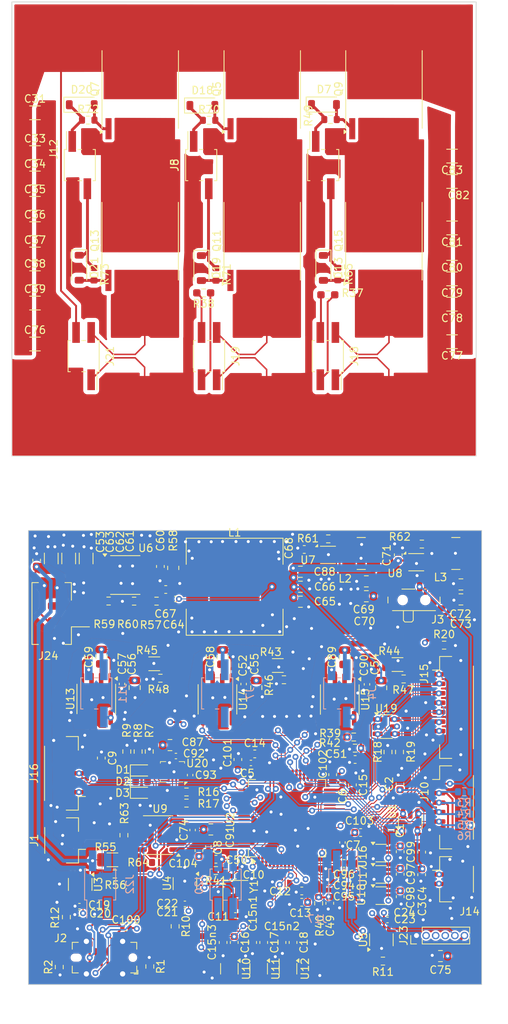
<source format=kicad_pcb>
(kicad_pcb (version 20240108) (generator "pcbnew") (generator_version "8.0")
  (layers (0 "F.Cu" signal) (1 "In1.Cu" signal) (2 "In2.Cu" signal) (31 "B.Cu" signal) (34 "B.Paste" user) (35 "F.Paste" user) (36 "B.SilkS" user "B.Silkscreen") (37 "F.SilkS" user "F.Silkscreen") (38 "B.Mask" user) (39 "F.Mask" user) (44 "Edge.Cuts" user))
  (net 0 "")
  (net 1 "TM")
  (net 2 "H3")
  (net 3 "H2")
  (net 4 "H1")
  (net 5 "+3V3")
  (net 6 "/mcu/NRST")
  (net 7 "osc+")
  (net 8 "osc-")
  (net 9 "Net-(U2-VCAP_2)")
  (net 10 "Net-(U2-VCAP_1)")
  (net 11 "/Fet/SENSE_B")
  (net 12 "/Fet/SENSE_C")
  (net 13 "/Fet/SENSE_A")
  (net 14 "Net-(C16-Pad2)")
  (net 15 "Net-(C17-Pad2)")
  (net 16 "Net-(C18-Pad2)")
  (net 17 "in_2_-")
  (net 18 "in_3_-")
  (net 19 "in_1_-")
  (net 20 "in_1_+")
  (net 21 "+BATT")
  (net 22 "/Fet/TEMP")
  (net 23 "/Fet/TEMP1")
  (net 24 "/Fet/TEMP2")
  (net 25 "+12V")
  (net 26 "/Drivers/PHASE_B")
  (net 27 "Net-(U14-Hb)")
  (net 28 "/Drivers/PHASE_A")
  (net 29 "Net-(U13-Hb)")
  (net 30 "Net-(U6-BST)")
  (net 31 "Net-(U6-SW)")
  (net 32 "Net-(C64-Pad2)")
  (net 33 "Net-(U6-FB)")
  (net 34 "+5V")
  (net 35 "Net-(U15-Hb)")
  (net 36 "/Drivers/PHASE_C")
  (net 37 "/mcu/LED_GREEN")
  (net 38 "Net-(D1-K)")
  (net 39 "Net-(D2-K)")
  (net 40 "/mcu/LED_RED")
  (net 41 "Net-(D3-K)")
  (net 42 "/Fet/GAT")
  (net 43 "Net-(D7-A)")
  (net 44 "/Fet/GAB")
  (net 45 "Net-(D13-A)")
  (net 46 "/Fet/GBT")
  (net 47 "Net-(D18-A)")
  (net 48 "/Fet/GBB")
  (net 49 "Net-(D19-A)")
  (net 50 "/Fet/GCT")
  (net 51 "Net-(D20-A)")
  (net 52 "/Fet/GCB")
  (net 53 "Net-(D21-A)")
  (net 54 "/can/canl")
  (net 55 "/can/canh")
  (net 56 "/mcu/USBD-")
  (net 58 "Net-(J2-CC2)")
  (net 59 "/mcu/USBD+")
  (net 60 "Net-(J2-CC1)")
  (net 62 "LINE")
  (net 63 "/Drivers/G_T_A")
  (net 64 "/Drivers/G_B_A")
  (net 65 "/Fet/PHASE_A")
  (net 66 "/Drivers/G_B_B")
  (net 67 "/Drivers/G_T_B")
  (net 68 "/Fet/PHASE_B")
  (net 69 "/Drivers/G_T_C")
  (net 70 "/Drivers/G_B_C")
  (net 71 "/Fet/PHASE_C")
  (net 72 "nrf_rx")
  (net 73 "nrf_tx")
  (net 74 "adc1")
  (net 75 "tx")
  (net 76 "rx")
  (net 77 "adc2")
  (net 78 "/mcu/ADC_15")
  (net 79 "/mcu/SWDIO")
  (net 80 "/mcu/SWCLK")
  (net 81 "/mcu/NRF_swdio")
  (net 82 "/mcu/NRF_swclk")
  (net 83 "Net-(U7-SW)")
  (net 84 "Net-(U8-SW)")
  (net 85 "Net-(U4-OUT)")
  (net 86 "Net-(U5-OUT)")
  (net 87 "Net-(U3-OUT)")
  (net 88 "/Drivers/Sens2")
  (net 89 "/Drivers/Sens3")
  (net 90 "/Drivers/Sens1")
  (net 91 "/Drivers/sens supply")
  (net 92 "Net-(U6-RT)")
  (net 93 "Net-(U7-PG)")
  (net 94 "Net-(U8-PG)")
  (net 95 "Net-(U9-Rs)")
  (net 96 "/mcu/PC12")
  (net 97 "/Fet/CURR_FILTER")
  (net 99 "/Drivers/Tin_B")
  (net 100 "/Drivers/Bin_C")
  (net 101 "/can/CAN_RX")
  (net 102 "/Drivers/sensfil")
  (net 103 "/Drivers/Bin_B")
  (net 104 "/can/CAN_TX")
  (net 107 "/mcu/SERVO")
  (net 108 "/Drivers/Tin_A")
  (net 109 "/Drivers/Tin_C")
  (net 110 "/Drivers/Bin_A")
  (net 117 "Net-(J24-Pin_2)")
  (net 118 "in_2_+")
  (net 119 "GND")
  (net 120 "in_3_+")
  (net 121 "Net-(U20-SDx)")
  (net 122 "/IMU/sda")
  (net 123 "Net-(U20-SCx)")
  (net 124 "/IMU/scl")
  (net 125 "/mcu/SCK_ADC_EXT")
  (net 132 "Net-(C94-Pad1)")
  (net 133 "Net-(C95-Pad1)")
  (net 134 "Net-(C96-Pad1)")
  (net 135 "Net-(C100-Pad2)")
  (footprint "Capacitor_SMD:C_0603_1608Metric_Pad1.08x0.95mm_HandSolder" (layer "F.Cu") (at 116.9416 101.9302 90)
    (property "Reference" "C53")
    (property "Value" "100n")
  )
  (footprint "Capacitor_SMD:C_0603_1608Metric" (layer "F.Cu") (at 147.0065 152.4508 -90)
    (property "Reference" "C17")
    (property "Value" "15n")
  )
  (footprint "Resistor_SMD:R_0603_1608Metric" (layer "F.Cu") (at 155.5496 99.1108)
    (property "Reference" "R61")
    (property "Value" "100k")
  )
  (footprint "Resistor_SMD:R_0603_1608Metric" (layer "F.Cu") (at 131.9276 155.6258 -90)
    (property "Reference" "R1")
    (property "Value" "5k1")
  )
  (footprint "Capacitor_SMD:C_1206_3216Metric_Pad1.33x1.80mm_HandSolder" (layer "F.Cu") (at 116.722681 73.3552)
    (property "Reference" "C76")
    (property "Value" "C")
  )
  (footprint "Capacitor_SMD:C_0603_1608Metric" (layer "F.Cu") (at 138.43 140.3096 -90)
    (property "Reference" "C104")
    (property "Value" "2.2u")
  )
  (footprint "Resistor_SMD:R_0603_1608Metric" (layer "F.Cu") (at 167.9448 99.7966)
    (property "Reference" "R62")
    (property "Value" "100k")
  )
  (footprint "Capacitor_SMD:C_0603_1608Metric" (layer "F.Cu") (at 164.8206 101.219 -90)
    (property "Reference" "C71")
    (property "Value" "10uF")
  )
  (footprint "Capacitor_SMD:C_0603_1608Metric" (layer "F.Cu") (at 125.5014 128.0792 90)
    (property "Reference" "C9")
    (property "Value" "100n")
  )
  (footprint "Resistor_SMD:R_0603_1608Metric_Pad0.98x0.95mm_HandSolder" (layer "F.Cu") (at 139.062381 66.598521 180)
    (property "Reference" "R38")
    (property "Value" "10k_NTC")
  )
  (footprint "Package_TO_SOT_SMD:SOT-23-6" (layer "F.Cu") (at 163.2403 123.9266)
    (property "Reference" "U19")
    (property "Value" "SRV05-4")
  )
  (footprint "Connector_PinSocket_2.00mm:PinSocket_2x02_P2.00mm_Vertical_SMD" (layer "F.Cu") (at 155.496181 74.955121 -90)
    (property "Reference" "J18")
    (property "Value" "Conn_01x04_Pin")
  )
  (footprint "Capacitor_SMD:C_0402_1005Metric" (layer "F.Cu") (at 144.3482 118.298 90)
    (property "Reference" "C52")
    (property "Value" "100n")
  )
  (footprint "Capacitor_SMD:C_1206_3216Metric_Pad1.33x1.80mm_HandSolder" (layer "F.Cu") (at 116.722681 64.595)
    (property "Reference" "C38")
    (property "Value" "C")
  )
  (footprint "Capacitor_SMD:C_0603_1608Metric" (layer "F.Cu") (at 140.6762 141.455 180)
    (property "Reference" "C50")
    (property "Value" "2.2uf")
  )
  (footprint "toooool:5930-res" (layer "F.Cu") (at 131.239181 74.955121)
    (property "Reference" "R14" (hide yes))
    (property "Value" "r")
  )
  (footprint "Capacitor_SMD:C_1206_3216Metric_Pad1.33x1.80mm_HandSolder" (layer "F.Cu") (at 116.722681 61.4624)
    (property "Reference" "C37")
    (property "Value" "C")
  )
  (footprint "Capacitor_SMD:C_0402_1005Metric" (layer "F.Cu") (at 143.2814 143.6878 180)
    (property "Reference" "C10")
    (property "Value" "15p")
  )
  (footprint "Capacitor_SMD:C_0603_1608Metric" (layer "F.Cu") (at 149.4282 152.4508 -90)
    (property "Reference" "C15n2")
    (property "Value" "1n")
  )
  (footprint "Package_SO:SOIC-8_3.9x4.9mm_P1.27mm" (layer "F.Cu") (at 133.0198 138.2634 180)
    (property "Reference" "U9")
    (property "Value" "MCP2551-I-SN")
  )
  (footprint "toooool:Infineon_PG-HSOF-8-1" (layer "F.Cu") (at 130.645981 59.702121 90)
    (property "Reference" "Q13")
    (property "Value" "NCEP028N12LL")
  )
  (footprint "Diode_SMD:D_SOD-123" (layer "F.Cu") (at 154.988181 41.706521)
    (property "Reference" "D7")
    (property "Value" "1N4148W")
  )
  (footprint "Package_TO_SOT_SMD:SOT-23-8" (layer "F.Cu") (at 162.5842 152.0952 90)
    (property "Reference" "U5")
    (property "Value" "~")
  )
  (footprint "Resistor_SMD:R_0603_1608Metric" (layer "F.Cu") (at 119.9388 155.702 90)
    (property "Reference" "R2")
    (property "Value" "5k1")
  )
  (footprint "Capacitor_SMD:C_1206_3216Metric_Pad1.33x1.80mm_HandSolder" (layer "F.Cu") (at 171.943081 48.522121 180)
    (property "Reference" "C83")
    (property "Value" "C")
  )
  (footprint "Resistor_SMD:R_0603_1608Metric" (layer "F.Cu") (at 155.851781 43.687721)
    (property "Reference" "R49")
    (property "Value" "2r")
  )
  (footprint "Capacitor_SMD:C_0603_1608Metric" (layer "F.Cu") (at 157.6324 144.9578 180)
    (property "Reference" "C95")
    (property "Value" "100n")
  )
  (footprint "Connector_PinHeader_1.27mm:PinHeader_1x06_P1.27mm_Vertical" (layer "F.Cu") (at 167.2336 151.5364 90)
    (property "Reference" "J23")
    (property "Value" "Conn_01x06_Pin")
  )
  (footprint "Package_TO_SOT_SMD:SOT-23-8" (layer "F.Cu") (at 136.5758 144.6784 -90)
    (property "Reference" "U4")
    (property "Value" "~")
  )
  (footprint "Resistor_SMD:R_0603_1608Metric" (layer "F.Cu") (at 126.4666 107.3274)
    (property "Reference" "R59")
    (property "Value" "59k")
  )
  (footprint "LED_SMD:LED_0603_1608Metric" (layer "F.Cu") (at 130.8354 131.191)
    (property "Reference" "D2")
    (property "Value" "LED")
  )
  (footprint "Resistor_SMD:R_0603_1608Metric" (layer "F.Cu") (at 132.8166 107.3416 180)
    (property "Reference" "R57")
    (property "Value" "453k")
  )
  (footprint "Capacitor_SMD:C_0402_1005Metric" (layer "F.Cu") (at 157.4292 131.3154 90)
    (property "Reference" "C6")
    (property "Value" "100n")
  )
  (footprint "Capacitor_SMD:C_0603_1608Metric" (layer "F.Cu") (at 159.8422 137.922 180)
    (property "Reference" "C103")
    (property "Value" "2.2u")
  )
  (footprint "Capacitor_SMD:C_0805_2012Metric" (layer "F.Cu") (at 141.5684 114.7318 -90)
    (property "Reference" "C58")
    (property "Value" "4.7u")
  )
  (footprint "toooool:Infineon_PG-HSOF-8-1" (layer "F.Cu") (at 162.916381 59.702121 90)
    (property "Reference" "Q15")
    (property "Value" "NCEP028N12LL")
  )
  (footprint "Diode_SMD:D_SOD-123" (layer "F.Cu") (at 154.911981 63.296521 -90)
    (property "Reference" "D13")
    (property "Value" "1N4148W")
  )
  (footprint "Package_SO:SOIC-8-1EP_3.9x4.9mm_P1.27mm_EP2.29x3mm" (layer "F.Cu") (at 157.0736 120.3452 -90)
    (property "Reference" "U15")
    (property "Value" "~")
  )
  (footprint "Capacitor_SMD:C_0402_1005Metric" (layer "F.Cu") (at 136.572 147.3454)
    (property "Reference" "C22")
    (property "Value" "100n")
  )
  (footprint "Connector_PinSocket_2.00mm:PinSocket_2x02_P2.00mm_Vertical_SMD" (layer "F.Cu") (at 154.886581 49.707521 90)
    (property "Reference" "J5")
    (property "Value" "Conn_01x03_Pin")
  )
  (footprint "Capacitor_SMD:C_1206_3216Metric_Pad1.33x1.80mm_HandSolder" (layer "F.Cu") (at 171.942281 68.0918 180)
    (property "Reference" "C78")
    (property "Value" "C")
  )
  (footprint "Capacitor_SMD:C_1206_3216Metric_Pad1.33x1.80mm_HandSolder" (layer "F.Cu") (at 171.942281 61.3918 180)
    (property "Reference" "C80")
    (property "Value" "C")
  )
  (footprint "Resistor_SMD:R_0603_1608Metric" (layer "F.Cu") (at 139.773581 43.789321)
    (property "Reference" "R70")
    (property "Value" "2r")
  )
  (footprint "Resistor_SMD:R_0603_1608Metric" (layer "F.Cu") (at 154.2796 147.2692 -90)
    (property "Reference" "R40")
    (property "Value" "10k")
  )
  (footprint "Resistor_SMD:R_0603_1608Metric" (layer "F.Cu") (at 140.6652 142.9512 180)
    (property "Reference" "R41")
    (property "Value" "10k")
  )
  (footprint "Resistor_SMD:R_0603_1608Metric" (layer "F.Cu") (at 129.8448 107.3416 180)
    (property "Reference" "R60")
    (property "Value" "50k")
  )
  (footprint "Resistor_SMD:R_0805_2012Metric" (layer "F.Cu") (at 135.0264 102.9474 90)
    (property "Reference" "R58")
    (property "Value" "357k")
  )
  (footprint "Connector_JST:JST_GH_BM02B-GHS-TBT_1x02-1MP_P1.25mm_Vertical" (layer "F.Cu") (at 172.1612 144.0942 -90)
    (property "Reference" "J14")
    (property "Value" "Conn_01x02_Pin")
  )
  (footprint "Button_Switch_SMD:SW_SPDT_PCM12" (layer "F.Cu") (at 166.9034 106.8654)
    (property "Reference" "J3")
    (property "Value" "Conn_01x03_Pin")
  )
  (footprint "Capacitor_SMD:C_0402_1005Metric" (layer "F.Cu") (at 163.3982 149.479 180)
    (property "Reference" "C23")
    (property "Value" "100n")
  )
  (footprint "Resistor_SMD:R_0603_1608Metric" (layer "F.Cu") (at 162.7886 154.9146 180)
    (property "Reference" "R11")
    (property "Value" "1k")
  )
  (footprint "Connector_PinSocket_2.00mm:PinSocket_2x02_P2.00mm_Vertical_SMD" (layer "F.Cu") (at 122.653981 49.707521 90)
    (property "Reference" "J12")
    (property "Value" "Conn_01x0_Pin")
  )
  (footprint "Capacitor_SMD:C_0603_1608Metric" (layer "F.Cu") (at 152.0444 145.6436)
    (property "Reference" "C12")
    (property "Value" "2.2u")
  )
  (footprint "Inductor_SMD:L_SXN_SMDRI127" (layer "F.Cu") (at 143.1544 105.4354)
    (property "Reference" "L1")
    (property "Value" "220uh")
  )
  (footprint "Capacitor_SMD:C_1206_3216Metric_Pad1.33x1.80mm_HandSolder" (layer "F.Cu") (at 171.943081 51.872121 180)
    (property "Reference" "C82")
    (property "Value" "C")
  )
  (footprint "Capacitor_SMD:C_0603_1608Metric" (layer "F.Cu") (at 133.3246 102.7554 -90)
    (property "Reference" "C60")
    (property "Value" "2.2n")
  )
  (footprint "Capacitor_SMD:C_0805_2012Metric" (layer "F.Cu") (at 157.7474 114.7572 -90)
    (property "Reference" "C89")
    (property "Value" "4.7u")
  )
  (footprint "Package_TO_SOT_SMD:SOT-353_SC-70-5" (layer "F.Cu") (at 150.2289 155.9306 -90)
    (property "Reference" "U12")
    (property "Value" "MC74VHC1GT66")
  )
  (footprint "Resistor_SMD:R_0603_1608Metric" (layer "F.Cu") (at 128.8796 127.2164 -90)
    (property "Reference" "R9")
    (property "Value" "1k")
  )
  (footprint "Diode_SMD:D_SOD-123" (layer "F.Cu") (at 122.577781 63.271121 -90)
    (property "Reference" "D21")
    (property "Value" "1N4148W")
  )
  (footprint "Resistor_SMD:R_0603_1608Metric" (layer "F.Cu") (at 136.779 134.0358)
    (property "Reference" "R17")
    (property "Value" "1k")
  )
  (footprint "Capacitor_SMD:C_0805_2012Metric" (layer "F.Cu") (at 151.8666 105.4354 180)
    (property "Reference" "C66")
    (property "Value" "2.2u")
  )
  (footprint "Resistor_SMD:R_0603_1608Metric" (layer "F.Cu") (at 136.779 132.5626)
    (property "Reference" "R16")
    (property "Value" "1k")
  )
  (footprint "Capacitor_SMD:C_0402_1005Metric" (layer "F.Cu") (at 143.2442 148.8772)
    (property "Reference" "C11")
    (property "Value" "15p")
  )
  (footprint "Resistor_SMD:R_1206_3216Metric" (layer "F.Cu") (at 126.9746 141.5288 180)
    (property "Reference" "R55")
    (property "Value" "100K")
  )
  (footprint "Resistor_SMD:R_0603_1608Metric_Pad0.98x0.95mm_HandSolder" (layer "F.Cu") (at 158.9278 125.2982)
    (property "Reference" "R39")
    (property "Value" "10k_NTC")
  )
  (footprint "Resistor_SMD:R_0603_1608Metric" (layer "F.Cu") (at 135.2792 150.3172 -90)
    (property "Reference" "R10")
    (property "Value" "1k")
  )
  (footprint "Connector_JST:JST_GH_BM05B-GHS-TBT_1x05-1MP_P1.25mm_Vertical" (layer "F.Cu") (at 120.5992 130.0988 90)
    (property "Reference" "J16")
    (property "Value" "Conn_01x04_Pin")
  )
  (footprint "Package_LGA:Bosch_LGA-14_3x2.5mm_P0.5mm" (layer "F.Cu") (at 134.9248 129.8956 180)
    (property "Reference" "U20")
    (property "Value" "BMI160")
  )
  (footprint "Resistor_SMD:R_0603_1608Metric" (layer "F.Cu") (at 149.6822 117.729)
    (property "Reference" "R46")
    (property "Value" "2.2k")
  )
  (footprint "Capacitor_SMD:C_0805_2012Metric" (layer "F.Cu") (at 140.0048 137.5156 180)
    (property "Reference" "C91")
    (property "Value" "4.7u")
  )
  (footprint "Resistor_SMD:R_0603_1608Metric" (layer "F.Cu") (at 123.771581 43.763921)
    (property "Reference" "R72")
    (property "Value" "2r")
  )
  (footprint "Capacitor_SMD:C_0402_1005Metric" (layer "F.Cu") (at 128.778 150.5458 180)
    (property "Reference" "C100")
    (property "Value" "100n")
  )
  (footprint "toooool:Infineon_PG-HSOF-8-1" (layer "F.Cu") (at 162.928181 39.652121 90)
    (property "Reference" "Q9")
    (property "Value" "NCEP028N12LL")
  )
  (footprint "Capacitor_SMD:C_0805_2012Metric" (layer "F.Cu") (at 173.1162 107.1118)
    (property "Reference" "C73")
    (property "Value" "10uF")
  )
  (footprint "Package_SON:WSON-8-1EP_2x2mm_P0.5mm_EP0.9x1.6mm" (layer "F.Cu") (at 167.198 102.1962)
    (property "Reference" "U8")
    (property "Value" "TPS62172DSG")
  )
  (footprint "Capacitor_SMD:C_0603_1608Metric" (layer "F.Cu") (at 143.5862 128.27 -90)
    (property "Reference" "C101")
    (property "Value" "2.2u")
  )
  (footprint "Capacitor_SMD:C_0603_1608Metric" (layer "F.Cu") (at 167.9194 140.5128 -90)
    (property "Reference" "C4")
    (property "Value" "1n")
  )
  (footprint "Capacitor_SMD:C_0603_1608Metric" (layer "F.Cu") (at 145.542 152.4508 -90)
    (property "Reference" "C15n1")
    (property "Value" "1n")
  )
  (footprint "Capacitor_SMD:C_0402_1005Metric" (layer "F.Cu") (at 160.6804 118.3386 90)
    (property "Reference" "C90")
    (property "Value" "100n")
  )
  (footprint "Capacitor_SMD:C_0402_1005Metric" (layer "F.Cu") (at 157.4292 139.2428 -90)
    (property "Reference" "C7")
    (property "Value" "100n")
  )
  (footprint "Capacitor_SMD:C_1206_3216Metric_Pad1.33x1.80mm_HandSolder" (layer "F.Cu") (at 116.722681 54.7624)
    (property "Reference" "C35")
    (property "Value" "C")
  )
  (footprint "Capacitor_SMD:C_0603_1608Metric" (layer "F.Cu") (at 165.0746 140.462 90)
    (property "Reference" "C99")
    (property "Value" "100n")
  )
  (footprint "Capacitor_SMD:C_0805_2012Metric" (layer "F.Cu") (at 129.921 118.7704 90)
    (property "Reference" "C56")
    (property "Value" "4.7u")
  )
  (footprint "toooool:5930-res" (layer "F.Cu") (at 147.393581 74.955121)
    (property "Reference" "R13" (hide yes))
    (property "Value" "r")
  )
  (footprint "Resistor_SMD:R_0603_1608Metric" (layer "F.Cu") (at 130.3782 127.2164 -90)
    (property "Reference" "R8")
    (property "Value" "220")
  )
  (footprint "Resistor_SMD:R_0603_1608Metric" (layer "F.Cu") (at 124.533581 64.134721 -90)
    (property "Reference" "R73")
    (property "Value" "2r")
  )
  (footprint "Capacitor_SMD:C_0603_1608Metric" (layer "F.Cu") (at 150.8907 152.4508 -90)
    (property "Reference" "C18")
    (property "Value" "15n")
  )
  (footprint "Package_TO_SOT_SMD:SOT-353_SC-70-5" (layer "F.Cu") (at 162.56 146.2653)
    (property "Reference" "U18")
    (property "Value" "MC74VHC1GT66")
  )
  (footprint "Capacitor_SMD:C_1206_3216Metric" (layer "F.Cu") (at 121.1862 101.7016 -90)
    (property "Reference" "C62")
    (property "Value" "1u")
  )
  (footprint "Connector_PinSocket_2.00mm:PinSocket_2x02_P2.00mm_Vertical_SMD" (layer "F.Cu") (at 138.732181 49.707521 90)
    (property "Reference" "J8")
    (property "Value" "Conn_01x03_Pin")
  )
  (footprint "Capacitor_SMD:C_0402_1005Metric" (layer "F.Cu") (at 145.3108 128.7272 180)
    (property "Reference" "C5")
    (property "Value" "100n")
  )
  (footprint "Capacitor_SMD:C_0603_1608Metric" (layer "F.Cu") (at 165.0746 146.4056 90)
    (property "Reference" "C98")
    (property "Value" "100n")
  )
  (footprint "Connector_USB:USB_C_Receptacle_G-Switch_GT-USB-7051x" (layer "F.Cu") (at 125.927 154.4554 180)
    (property "Reference" "J2")
    (property "Value" "USB_C_Receptacle_USB2.0")
  )
  (footprint "toooool:Infineon_PG-HSOF-8-1" (layer "F.Cu") (at 146.812181 39.652121 90)
    (property "Reference" "Q5")
    (property "Value" "NCEP028N12LL")
  )
  (footprint "Package_TO_SOT_SMD:SOT-353_SC-70-5" (layer "F.Cu") (at 162.56 143.4592)
    (property "Reference" "U17")
    (property "Value" "MC74VHC1GT66")
  )
  (footprint "Capacitor_SMD:C_0603_1608Metric" (layer "F.Cu") (at 141.6304 152.4508 -90)
    (property "Reference" "C15n3")
    (property "Value" "1n")
  )
  (footprint "Capacitor_SMD:C_1206_3216Metric_Pad1.33x1.80mm_HandSolder" (layer "F.Cu") (at 116.722681 42.799)
    (property "Reference" "C31")
    (property "Value" "C")
  )
  (footprint "Capacitor_SMD:C_1206_3216Metric_Pad1.33x1.80mm_HandSolder" (layer "F.Cu") (at 171.942281 73.0504 180)
    (property "Reference" "C77")
    (property "Value" "C")
  )
  (footprint "Inductor_SMD:L_Ferrocore_DLG-0403" (layer "F.Cu") (at 159.9184 101.0412)
    (property "Reference" "L2")
    (property "Value" "10uH")
  )
  (footprint "Capacitor_SMD:C_0402_1005Metric" (layer "F.Cu") (at 128.2446 118.2878 90)
    (property "Reference" "C57")
    (property "Value" "100n")
  )
  (footprint "Resistor_SMD:R_0603_1608Metric" (layer "F.Cu") (at 127.2926 143.4084)
    (property "Reference" "R56")
    (property "Value" "2.2k")
  )
  (footprint "Capacitor_SMD:C_0603_1608Metric" (layer "F.Cu") (at 159.1056 128.27 180)
    (property "Reference" "C51")
    (property "Value" "2.2uf")
  )
  (footprint "Resistor_SMD:R_1206_3216Metric" (layer "F.Cu") (at 148.8694 115.8494 180)
    (property "Reference" "R43")
    (property "Value" "100K")
  )
  (footprint "LED_SMD:LED_0603_1608Metric" (layer "F.Cu") (at 130.8354 129.7178)
    (property "Reference" "D1")
    (property "Value" "LED")
  )
  (footprint "Package_SO:HSOP-8-1EP_3.9x4.9mm_P1.27mm_EP2.41x3.1mm" (layer "F.Cu") (at 128.6764 103.8872)
    (property "Reference" "U6")
    (property "Value" "LM5168F")
  )
  (footprint "Capacitor_SMD:C_0402_1005Metric" (layer "F.Cu") (at 136.572 148.2852)
    (property "Reference" "C21")
    (property "Value" "100n")
  )
  (footprint "toooool:Infineon_PG-HSOF-8-1" (layer "F.Cu") (at 146.800381 59.702121 90)
    (property "Reference" "Q11")
    (property "Value" "NCEP028N12LL")
  )
  (footprint "Capacitor_SMD:C_0402_1005Metric" (layer "F.Cu") (at 139.6746 139.7508 90)
    (property "Reference" "C8")
    (property "Value" "100n")
  )
  (footprint "Resistor_SMD:R_0603_1608Metric" (layer "F.Cu") (at 165.5318 117.6274)
    (property "Reference" "R47")
    (property "Value" "2.2k")
  )
  (footprint "Connector_PinSocket_2.00mm:PinSocket_2x02_P2.00mm_Vertical_SMD" (layer "F.Cu") (at 123.161981 74.955121 -90)
    (property "Reference" "J21")
    (property "Value" "Conn_01x02_Pin")
  )
  (footprint "Connector_JST:JST_PH_B2B-PH-SM4-TB_1x02-1MP_P2.00mm_Vertical" (layer "F.Cu") (at 120.6834 108.9754 90)
    (property "Reference" "J24")
    (property "Value" "Conn_01x02_Pin")
  )
  (footprint "Capacitor_SMD:C_0603_1608Metric" (layer "F.Cu") (at 156.1338 130.2766 -90)
    (property "Reference" "C102")
    (property "Value" "2.2u")
  )
  (footprint "Capacitor_SMD:C_0402_1005Metric" (layer "F.Cu") (at 122.6058 147.6502)
    (property "Reference" "C19")
    (property "Value" "100n")
  )
  (footprint "Inductor_SMD:L_Ferrocore_DLG-0403" (layer "F.Cu") (at 172.4406 101.0412)
    (property "Reference" "L3")
    (property "Value" "10uH")
  )
  (footprint "Package_TO_SOT_SMD:SOT-353_SC-70-5" (layer "F.Cu") (at 162.56 140.6398)
    (property "Reference" "U16")
    (property "Value" "MC74VHC1GT66")
  )
  (footprint "Connector_JST:JST_GH_BM02B-GHS-TBT_1x02-1MP_P1.25mm_Vertical" (layer "F.Cu") (at 120.6246 138.9634 90)
    (property "Reference" "J1")
    (property "Value" "Conn_01x02_Pin")
  )
  (footprint "Capacitor_SMD:C_1206_3216Metric_Pad1.33x1.80mm_HandSolder" (layer "F.Cu") (at 116.722681 58.1124)
    (property "Reference" "C36")
    (property "Value" "C")
  )
  (footprint "Capacitor_SMD:C_0603_1608Metric" (layer "F.Cu") (at 152.3746 100.5078)
    (property "Reference" "C68")
    (property "Value" "10uF")
  )
  (footprint "Capacitor_SMD:C_0603_1608Metric" (layer "F.Cu") (at 145.8214 127.5334)
    (property "Reference" "C14")
    (property "Value" "2.2u")
  )
  (footprint "Capacitor_SMD:C_1206_3216Metric" (layer "F.Cu") (at 123.4948 101.7016 -90)
    (property "Reference" "C61")
    (property "Value" "1u")
  )
  (footprint "Resistor_SMD:R_0603_1608Metric" (layer "F.Cu") (at 133.3246 117.5258)
    (property "Reference" "R48")
    (property "Value" "2.2k")
  )
  (footprint "Capacitor_SMD:C_0402_1005Metric" (layer "F.Cu") (at 163.8808 137.668 -90)
    (property "Reference" "C1")
    (property "Value" "1n")
  )
  (footprint "Resistor_SMD:R_0603_1608Metric" (layer "F.Cu") (at 159.0934 126.7714 180)
    (property "Reference" "R42")
    (property "Value" "10k")
  )
  (footprint "Capacitor_SMD:C_0402_1005Metric" (layer "F.Cu") (at 137.5918 137.5918 90)
    (property "Reference" "C74")
    (property "Value" "100n")
  )
  (footprint "Capacitor_SMD:C_1206_3216Metric_Pad1.33x1.80mm_HandSolder" (layer "F.Cu") (at 116.722681 51.4124)
    (property "Reference" "C34")
    (property "Value" "C")
  )
  (footprint "Capacitor_SMD:C_0603_1608Metric" (layer "F.Cu") (at 165.0746 143.4338 90)
    (property "Reference" "C97")
    (property "Value" "100n")
  )
  (footprint "Capacitor_SMD:C_0603_1608Metric" (layer "F.Cu") (at 152.0444 147.1422)
    (property "Reference" "C13")
    (property "Value" "2.2u")
  )
  (footprint "Resistor_SMD:R_0603_1608Metric" (layer "F.Cu") (at 128.4986 138.2776 90)
    (property "Reference" "R63")
    (property "Value" "120ohm")
  )
  (footprint "Capacitor_SMD:C_0805_2012Metric" (layer "F.Cu") (at 146.0246 118.7806 90)
    (property "Reference" "C55")
    (property "Value" "4.7u")
  )
  (footprint "Capacitor_SMD:C_0805_2012Metric" (layer "F.Cu") (at 151.8666 103.4542 180)
    (property "Reference" "C88")
    (property "Value" "22u")
  )
  (footprint "Package_SO:SOIC-8-1EP_3.9x4.9mm_P1.27mm_EP2.29x3mm" (layer "F.Cu") (at 124.841 120.269 -90)
    (property "Reference" "U13")
    (property "Value" "~")
  )
  (footprint "Package_TO_SOT_SMD:SOT-23-8" (layer "F.Cu") (at 122.7074 144.78 -90)
    (property "Reference" "U3")
    (property "Value" "~")
  )
  (footprint "Capacitor_SMD:C_0402_1005Metric" (layer "F.Cu") (at 135.3058 107.048 180)
    (property "Reference" "C64")
    (property "Value" "1.2n")
  )
  (footprint "Package_QFP:LQFP-64_10x10mm_P0.5mm" (layer "F.Cu") (at 150.0886 136.017 90)
    (property "Reference" "U2")
    (property "Value" "STM32F405RGTx")
  )
  (footprint "Capacitor_SMD:C_1206_3216Metric_Pad1.33x1.80mm_HandSolder" (layer "F.Cu") (at 171.942281 64.7418 180)
    (property "Reference" "C79")
    (property "Value" "C")
  )
  (footprint "Capacitor_SMD:C_0603_1608Metric" (layer "F.Cu") (at 167.9194 143.4976 -90)
    (property "Reference" "C3")
    (property "Value" "1n")
  )
  (footprint "Capacitor_SMD:C_0603_1608Metric" (layer "F.Cu") (at 158.75 131.6228 -90)
    (property "Reference" "C15")
    (property "Value" "2.2u")
  )
  (footprint "Resistor_SMD:R_0603_1608Metric" (layer "F.Cu") (at 140.687981 64.160121 -90)
    (property "Reference" "R71")
    (property "Value" "2r")
  )
  (footprint "Connector_PinSocket_2.00mm:PinSocket_2x02_P2.00mm_Vertical_SMD" (layer "F.Cu") (at 139.773581 74.955121 -90)
    (property "Reference" "J19")
    (property "Value" "Conn_01x02_Pin")
  )
  (footprint "Package_SO:SOIC-8-1EP_3.9x4.9mm_P1.27mm_EP2.29x3mm" (layer "F.Cu") (at 140.8826 120.3198 -90)
    (property "Reference" "U14")
    (property "Value" "~")
  )
  (footprint "Resistor_SMD:R_1206_3216Metric" (layer "F.Cu") (at 164.719 115.7224 180)
    (property "Reference" "R44")
    (property "Value" "100K")
  )
  (footprint "Resistor_SMD:R_0603_1608Metric" (layer "F.Cu") (at 133.0452 141.8844)
    (property "Reference" "R64")
    (property "Value" "10k")
  )
  (footprint "Package_TO_SOT_SMD:SOT-353_SC-70-5" (layer "F.Cu") (at 146.3414 155.9306 -90)
    (property "Reference" "U11")
    (property "Value" "MC74VHC1GT66")
  )
  (footprint "Capacitor_SMD:C_0603_1608Metric" (layer "F.Cu") (at 157.6324 143.4846 180)
    (property "Reference" "C94")
    (property "Value" "100n")
  )
  (footprint "Crystal:Crystal_SMD_3225-4Pin_3.2x2.5mm" (layer "F.Cu") (at 143.256 146.2532 -90)
    (property "Reference" "Y1")
    (property "Value" "8m")
  )
  (footprint "Resistor_SMD:R_1206_3216Metric" (layer "F.Cu") (at 132.5118 115.6208 180)
    (property "Reference" "R45")
    (property "Value" "100K")
  )
  (footprint "Capacitor_SMD:C_0402_1005Metric" (layer "F.Cu") (at 137.2616 130.33 90)
    (property "Reference" "C93")
    (property "Value" "100n")
  )
  (footprint "Capacitor_SMD:C_0805_2012Metric" (layer "F.Cu") (at 134.5946 126.365 180)
    (property "Reference" "C87")
    (property "Value" "2.2u")
  )
  (footprint "Capacitor_SMD:C_0603_1608Metric" (layer "F.Cu") (at 134.0358 105.8034)
    (property "Reference" "C67")
    (property "Value" "47p")
  )
  (footprint "LED_SMD:LED_0603_1608Metric" (layer "F.Cu") (at 130.8354 132.6642)
    (property "Reference" "D3")
    (property "Value" "LED")
  )
  (footprint "Capacitor_SMD:C_1206_3216Metric" (layer "F.Cu") (at 118.8748 101.7016 -90)
    (property "Reference" "C63")
    (property "Value" "1u")
  )
  (footprint "Capacitor_SMD:C_0805_2012Metric" (layer "F.Cu") (at 160.594 106.6928)
    (property "Reference" "C70")
    (property "Value" "10uF")
  )
  (footprint "Capacitor_SMD:C_0402_1005Metric" (layer "F.Cu") (at 135.382 127.8128 180)
    (property "Reference" "C92")
    (property "Value" "100n")
  )
  (footprint "Capacitor_SMD:C_0603_1608Metric" (layer "F.Cu") (at 155.7528 147.2692 -90)
    (property "Reference" "C49")
    (property "Value" "2.2uf")
  )
  (footprint "toooool:5930-res" (layer "F.Cu") (at 163.573381 74.955121)
    (property "Reference" "R15" (hide yes))
    (property "Value" "r")
  )
  (footprint "Capacitor_SMD:C_0603_1608Metric" (layer "F.Cu") (at 157.6324 142.0114 180)
    (property "Reference" "C96")
    (property "Value" "100n")
  )
  (footprint "Capacitor_SMD:C_0805_2012Metric" (layer "F.Cu") (at 162.56 118.7958 90)
    (property "Reference" "C54")
    (property "Value" "4.7u")
  )
  (footprint "Capacitor_SMD:C_1206_3216Metric_Pad1.33x1.80mm_HandSolder" (layer "F.Cu") (at 171.943081 58.0136 180)
    (property "Reference" "C81")
    (property "Value" "C")
  )
  (footprint "Capacitor_SMD:C_0603_1608Metric" (layer "F.Cu") (at 143.1036 152.4508 -90)
    (property "Reference" "C16")
    (property "Value" "15n")
  )
  (footprint "Resistor_SMD:R_0603_1608Metric_Pad0.98x0.95mm_HandSolder" (layer "F.Cu") (at 155.496181 66.852521)
    (property "Reference" "R37")
    (property "Value" "10k_NTC")
  )
  (footprint "Capacitor_SMD:C_0402_1005Metric" (layer "F.Cu") (at 163.3982 148.525 180)
    (property "Reference" "C24")
    (property "Value" "100n")
  )
  (footprint "Resistor_SMD:R_0603_1608Metric" (layer "F.Cu") (at 163.4622 127.2794 90)
    (property "Reference" "R18")
    (property "Value" "1k")
  )
  (footprint "Capacitor_SMD:C_0805_2012Metric" (layer "F.Cu") (at 151.8666 107.4166 180)
    (property "Reference" "C65")
    (property "Value" "2.2u")
  )
  (footprint "Connector_JST:JST_GH_BM06B-GHS-TBT_1x06-1MP_P1.25mm_Vertical" (layer "F.Cu") (at 172.1612 134.5946 -90)
    (property "Reference" "J10")
    (property "Value" "Conn_01x06_Pin")
  )
  (footprint "Package_SON:WSON-8-1EP_2x2mm_P0.5mm_EP0.9x1.6mm" (layer "F.Cu") (at 155.5242 101.2254)
    (property "Reference" "U7")
    (property "Value" "TPS62173DSG")
  )
  (footprint "Capacitor_SMD:C_0805_2012Metric" (layer "F.Cu") (at 125.5268 114.681 -90)
    (property "Reference" "C59")
    (property "Value" "4.7u")
  )
  (footprint "Capacitor_SMD:C_0603_1608Metric" (layer "F.Cu") (at 165.0492 131.4958 90)
    (property "Reference" "C2")
    (property "Value" "1n")
  )
  (footprint "Resistor_SMD:R_0603_1608Metric" (layer "F.Cu") (at 156.816981 64.109321 -90)
    (property "Reference" "R65")
    (property "Value" "2r")
  )
  (footprint "Capacitor_SMD:C_0805_2012Metric" (layer "F.Cu") (at 170.4086 154.2542)
    (property "Reference" "C75")
    (property "Value" "2.2u")
  )
  (footprint "Package_TO_SOT_SMD:SOT-353_SC-70-5" (layer "F.Cu") (at 142.4565 155.9306 -90)
    (property "Reference" "U10")
    (property "Value" "MC74VHC1GT66")
  )
  (footprint "Resistor_SMD:R_0603_1608Metric" (layer "F.Cu") (at 120.8786 149.098 -90)
    (property "Reference" "R12")
    (property "Value" "1k")
  )
  (footprint "Package_TO_SOT_SMD:SOT-23-6" (layer "F.Cu") (at 166.4067 136.5758 90)
    (property "Reference" "U1")
    (property "Value" "SRV05-4")
  )
  (footprint "toooool:Infineon_PG-HSOF-8-1" (layer "F.Cu") (at 130.657781 39.652121 90)
    (property "Reference" "Q7")
    (property "Value" "NCEP028N12LL")
  )
  (footprint "Capacitor_SMD:C_1206_3216Metric_Pad1.33x1.80mm_HandSolder" (layer "F.Cu") (at 116.722681 67.945)
    (property "Reference" "C39")
    (property "Value" "C")
  )
  (footprint "Diode_SMD:D_SOD-123" (layer "F.Cu") (at 138.757581 63.321921 -90)
    (property "Reference" "D19")
    (property "Value" "1N4148W")
  )
  (footprint "Resistor_SMD:R_0603_1608Metric" (layer "F.Cu") (at 131.8514 127.2164 -90)
    (property "Reference" "R7")
    (property "Value" "220")
  )
  (footprint "Diode_SMD:D_SOD-123" (layer "F.Cu") (at 122.907981 41.731921)
    (property "Reference" "D20")
    (property "Value" "1N4148W")
  )
  (footprint "Diode_SMD:D_SOD-123" (layer "F.Cu") (at 138.884581 41.833521)
    (property "Reference" "D18")
    (property "Value" "1N4148W")
  )
  (footprint "Capacitor_SMD:C_0402_1005Metric" (layer "F.Cu") (at 122.6058 148.59)
    (property "Reference" "C20")
    (property "Value" "100n")
  )
  (footprint "Resistor_SMD:R_0603_1608Metric" (layer "F.Cu") (at 170.8912 113.157)
    (property "Reference" "R20")
    (property "Value" "1k")
  )
  (footprint "Capacitor_SMD:C_0805_2012Metric" (layer "F.Cu") (at 173.1162 105.1306)
    (property "Reference" "C72")
    (property "Value" "22uF")
  )
  (footprint "Connector_JST:JST_GH_BM08B-GHS-TBT_1x08-1MP_P1.25mm_Vertical" (layer "F.Cu") (at 172.1582 121.3886 -90)
    (property "Reference" "J15")
    (property "Value" "Conn_01x08_Pin")
  )
  (footprint "Capacitor_SMD:C_0805_2012Metric" (layer "F.Cu") (at 160.594 104.7242)
    (property "Reference" "C69")
    (property "Value" "22uF")
  )
  (footprint "Resistor_SMD:R_0603_1608Metric" (layer "F.Cu") (at 164.9862 127.2794 90)
    (property "Reference" "R19")
    (property "Value" "1k")
  )
  (footprint "Capacitor_SMD:C_1206_3216Metric_Pad1.33x1.80mm_HandSolder" (layer "F.Cu") (at 116.722681 48.0624)
    (property "Reference" "C33")
    (property "Value" "C")
  )
  (footprint "Connector_PinSocket_2.00mm:PinSocket_2x02_P2.00mm_Vertical_SMD" (layer "B.Cu") (at 125.349 144.78 -90)
    (property "Reference" "J22")
    (property "Value" "Conn_01x02_Socket")
  )
  (footprint "Resistor_SMD:R_0603_1608Metric" (layer "B.Cu") (at 173.5582 135.4836)
    (property "Reference" "R5")
    (property "Value" "2k2")
  )
  (footprint "Resistor_SMD:R_0603_1608Metric" (layer "B.Cu") (at 173.5582 134.0104)
    (property "Reference" "R4")
    (property "Value" "2k2")
  )
  (footprint "Connector_PinSocket_2.00mm:PinSocket_2x02_P2.00mm_Vertical_SMD" (layer "B.Cu") (at 141.9606 144.8054 -90)
    (property "Reference" "J20")
    (property "Value" "Conn_01x02_Socket")
  )
  (footprint "Connector_PinSocket_2.00mm:PinSocket_2x02_P2.00mm_Vertical_SMD" (layer "B.Cu") (at 124.841 119.5324 90)
    (property "Reference" "J11")
    (property "Value" "Conn_01x03_Socket")
  )
  (footprint "Connector_PinSocket_2.00mm:PinSocket_2x02_P2.00mm_Vertical_SMD" (layer "B.Cu") (at 157.6738 144.8062 90)
    (property "Reference" "J17")
    (property "Value" "Conn_01x02_Socket")
  )
  (footprint "Resistor_SMD:R_0603_1608Metric" (layer "B.Cu") (at 173.5582 132.5372)
    (property "Reference" "R3")
    (property "Value" "2k2")
  )
  (footprint "Connector_PinSocket_2.00mm:PinSocket_2x02_P2.00mm_Vertical_SMD" (layer "B.Cu") (at 140.843 119.5324 90)
    (property "Reference" "J7")
    (property "Value" "Conn_01x03_Socket")
  )
  (footprint "Connector_PinSocket_2.00mm:PinSocket_2x02_P2.00mm_Vertical_SMD" (layer "B.Cu") (at 156.9974 119.5324 90)
    (property "Reference" "J4")
    (property "Value" "Conn_01x03_Socket")
  )
  (footprint "Resistor_SMD:R_0603_1608Metric" (layer "B.Cu") (at 173.5582 136.9568)
    (property "Reference" "R6")
    (property "Value" "10k")
  )
  (gr_rect (start 113.662381 28.142921) (end 175.130381 88.163121) (stroke (width 0.1)) (fill none) (layer "Edge.Cuts"))
  (gr_rect (start 115.8494 97.9932) (end 175.8696 158.0134) (stroke (width 0.1)) (fill none) (layer "Edge.Cuts"))
  (segment (start 163.8808 137.0142) (end 163.8808 137.188) (width 0.127) (layer "F.Cu") (net 1))
  (segment (start 165.8432 135.8248) (end 165.8432 136.126234) (width 0.127) (layer "F.Cu") (net 1))
  (segment (start 165.8432 136.126234) (end 166.191166 136.4742) (width 0.127) (layer "F.Cu") (net 1))
  (segment (start 170.2066 136.4742) (end 170.2112 136.4696) (width 0.127) (layer "F.Cu") (net 1))
  (segment (start 165.4567 135.4383) (end 165.8432 135.8248) (width 0.127) (layer "F.Cu") (net 1))
  (segment (start 166.191166 136.4742) (end 170.2066 136.4742) (width 0.127) (layer "F.Cu") (net 1))
  (segment (start 165.4567 135.4383) (end 163.8808 137.0142) (width 0.127) (layer "F.Cu") (net 1))
  (segment (start 159.542469 136.267) (end 155.7636 136.267) (width 0.127) (layer "F.Cu") (net 1))
  (segment (start 162.031531 134.534457) (end 161.275012 134.534457) (width 0.127) (layer "F.Cu") (net 1))
  (segment (start 161.275012 134.534457) (end 159.542469 136.267) (width 0.127) (layer "F.Cu") (net 1))
  (via (at 165.4567 135.4383) (size 0.8) (drill 0.4) (layers "F.Cu" "B.Cu") (net 1))
  (via (at 162.031531 134.534457) (size 0.8) (drill 0.4) (layers "F.Cu" "B.Cu") (net 1))
  (via (at 170.2112 136.4696) (size 0.8) (drill 0.4) (layers "F.Cu" "B.Cu") (net 1))
  (segment (start 162.031531 134.534457) (end 164.552857 134.534457) (width 0.127) (layer "B.Cu") (net 1))
  (segment (start 170.6984 136.9568) (end 170.2112 136.4696) (width 0.254) (layer "B.Cu") (net 1))
  (segment (start 172.7332 136.9568) (end 170.6984 136.9568) (width 0.254) (layer "B.Cu") (net 1))
  (segment (start 164.552857 134.534457) (end 165.4567 135.4383) (width 0.127) (layer "B.Cu") (net 1))
  (segment (start 167.3567 135.4383) (end 167.5384 135.4383) (width 0.127) (layer "F.Cu") (net 2))
  (segment (start 150.5021 129.230501) (end 150.8386 129.567001) (width 0.127) (layer "F.Cu") (net 2))
  (segment (start 169.9925 135.4383) (end 170.2112 135.2196) (width 0.127) (layer "F.Cu") (net 2))
  (segment (start 150.8386 129.567001) (end 150.8386 130.342) (width 0.127) (layer "F.Cu") (net 2))
  (segment (start 167.5384 135.4383) (end 169.9925 135.4383) (width 0.127) (layer "F.Cu") (net 2))
  (segment (start 165.0492 132.2832) (end 165.0238 132.3086) (width 0.254) (layer "F.Cu") (net 2))
  (segment (start 150.5021 128.6256) (end 150.5021 129.230501) (width 0.127) (layer "F.Cu") (net 2))
  (segment (start 165.0492 132.2708) (end 165.0492 132.2832) (width 0.254) (layer "F.Cu") (net 2))
  (via (at 170.2112 135.2196) (size 0.8) (drill 0.4) (layers "F.Cu" "B.Cu") (net 2))
  (via (at 150.5021 128.6256) (size 0.8) (drill 0.4) (layers "F.Cu" "B.Cu") (net 2))
  (via (at 167.5384 135.4383) (size 0.8) (drill 0.4) (layers "F.Cu" "B.Cu") (net 2))
  (via (at 165.0238 132.3086) (size 0.8) (drill 0.4) (layers "F.Cu" "B.Cu") (net 2))
  (segment (start 170.4752 135.4836) (end 170.2112 135.2196) (width 0.254) (layer "B.Cu") (net 2))
  (segment (start 172.7332 135.4836) (end 170.4752 135.4836) (width 0.254) (layer "B.Cu") (net 2))
  (segment (start 162.646696 136.5504) (end 166.4263 136.5504) (width 0.127) (layer "B.Cu") (net 2))
  (segment (start 150.5021 129.2169) (end 152.7588 131.4736) (width 0.127) (layer "B.Cu") (net 2))
  (segment (start 167.3002 132.3086) (end 170.2112 135.2196) (width 0.254) (layer "B.Cu") (net 2))
  (segment (start 150.5021 128.6256) (end 150.5021 129.2169) (width 0.127) (layer "B.Cu") (net 2))
  (segment (start 157.569896 131.4736) (end 162.646696 136.5504) (width 0.127) (layer "B.Cu") (net 2))
  (segment (start 166.4263 136.5504) (end 167.5384 135.4383) (width 0.127) (layer "B.Cu") (net 2))
  (segment (start 152.7588 131.4736) (end 157.569896 131.4736) (width 0.127) (layer "B.Cu") (net 2))
  (segment (start 165.0238 132.3086) (end 167.3002 132.3086) (width 0.254) (layer "B.Cu") (net 2))
  (segment (start 170.2112 133.9696) (end 171.061199 133.9696) (width 0.254) (layer "F.Cu") (net 3))
  (segment (start 171.408374 138.081126) (end 171.1429 138.3466) (width 0.254) (layer "F.Cu") (net 3))
  (segment (start 171.1429 138.3466) (end 167.99 138.3466) (width 0.254) (layer "F.Cu") (net 3))
  (segment (start 151.3386 128.047887) (end 151.3386 130.342) (width 0.127) (layer "F.Cu") (net 3))
  (segment (start 167.99 138.3466) (end 167.3567 137.7133) (width 0.254) (layer "F.Cu") (net 3))
  (segment (start 171.061199 133.9696) (end 171.408374 134.316775) (width 0.254) (layer "F.Cu") (net 3))
  (segment (start 171.408374 134.316775) (end 171.408374 138.081126) (width 0.254) (layer "F.Cu") (net 3))
  (segment (start 151.210862 127.920149) (end 151.3386 128.047887) (width 0.127) (layer "F.Cu") (net 3))
  (segment (start 167.9194 142.7226) (end 168.021 142.7226) (width 0.254) (layer "F.Cu") (net 3))
  (via (at 170.2112 133.9696) (size 0.8) (drill 0.4) (layers "F.Cu" "B.Cu") (net 3))
  (via (at 168.021 142.7226) (size 0.8) (drill 0.4) (layers "F.Cu" "B.Cu") (net 3))
  (via (at 167.3567 137.7133) (size 0.8) (drill 0.4) (layers "F.Cu" "B.Cu") (net 3))
  (via (at 167.3567 137.7133) (size 0.8) (drill 0.4) (layers "F.Cu" "B.Cu") (net 3))
  (via (at 151.210862 127.920149) (size 0.8) (drill 0.4) (layers "F.Cu" "B.Cu") (net 3))
  (segment (start 151.210862 127.920149) (end 151.3332 128.042487) (width 0.127) (layer "B.Cu") (net 3))
  (segment (start 168.2019 135.163469) (end 168.2019 136.8681) (width 0.127) (layer "B.Cu") (net 3))
  (segment (start 168.021 142.4686) (end 168.021 142.7226) (width 0.254) (layer "B.Cu") (net 3))
  (segment (start 165.932343 136.106026) (end 167.263569 134.7748) (width 0.127) (layer "B.Cu") (net 3))
  (segment (start 157.705344 131.1466) (end 162.66477 136.106026) (width 0.127) (layer "B.Cu") (net 3))
  (segment (start 167.263569 134.7748) (end 167.813231 134.7748) (width 0.127) (layer "B.Cu") (net 3))
  (segment (start 151.3332 128.042487) (end 151.3332 129.483952) (width 0.127) (layer "B.Cu") (net 3))
  (segment (start 168.2019 136.8681) (end 167.3567 137.7133) (width 0.127) (layer "B.Cu") (net 3))
  (segment (start 162.66477 136.106026) (end 165.932343 136.106026) (width 0.127) (layer "B.Cu") (net 3))
  (segment (start 167.3567 137.7133) (end 167.3567 141.8043) (width 0.254) (layer "B.Cu") (net 3))
  (segment (start 167.813231 134.7748) (end 168.2019 135.163469) (width 0.127) (layer "B.Cu") (net 3))
  (segment (start 170.252 134.0104) (end 170.2112 133.9696) (width 0.254) (layer "B.Cu") (net 3))
  (segment (start 172.7332 134.0104) (end 170.252 134.0104) (width 0.254) (layer "B.Cu") (net 3))
  (segment (start 151.3332 129.483952) (end 152.995848 131.1466) (width 0.127) (layer "B.Cu") (net 3))
  (segment (start 167.3567 141.8043) (end 168.021 142.4686) (width 0.254) (layer "B.Cu") (net 3))
  (segment (start 152.995848 131.1466) (end 157.705344 131.1466) (width 0.127) (layer "B.Cu") (net 3))
  (segment (start 172.0088 137.913184) (end 172.0088 133.5278) (width 0.254) (layer "F.Cu") (net 4))
  (segment (start 165.3087 137.7133) (end 165.3032 137.7188) (width 0.127) (layer "F.Cu") (net 4))
  (segment (start 171.2006 132.7196) (end 170.2112 132.7196) (width 0.254) (layer "F.Cu") (net 4))
  (segment (start 165.4567 137.7133) (end 165.3087 137.7133) (width 0.127) (layer "F.Cu") (net 4))
  (segment (start 151.8386 131.7778) (end 151.8158 131.8006) (width 0.127) (layer "F.Cu") (net 4))
  (segment (start 170.4724 139.7378) (end 172.0088 138.2014) (width 0.254) (layer "F.Cu") (net 4))
  (segment (start 172.0088 138.2014) (end 172.0088 137.913184) (width 0.254) (layer "F.Cu") (net 4))
  (segment (start 171.2976 138.9126) (end 172.0088 138.2014) (width 0.127) (layer "F.Cu") (net 4))
  (segment (start 172.0088 133.5278) (end 171.2006 132.7196) (width 0.254) (layer "F.Cu") (net 4))
  (segment (start 151.8386 130.342) (end 151.8386 131.7778) (width 0.127) (layer "F.Cu") (net 4))
  (segment (start 167.9194 139.7378) (end 170.4724 139.7378) (width 0.254) (layer "F.Cu") (net 4))
  (segment (start 165.993501 138.9126) (end 171.2976 138.9126) (width 0.127) (layer "F.Cu") (net 4))
  (segment (start 165.4567 138.375799) (end 165.993501 138.9126) (width 0.127) (layer "F.Cu") (net 4))
  (via (at 165.3032 137.7188) (size 0.8) (drill 0.4) (layers "F.Cu" "B.Cu") (net 4))
  (via (at 151.8158 131.8006) (size 0.8) (drill 0.4) (layers "F.Cu" "B.Cu") (net 4))
  (via (at 170.2112 132.7196) (size 0.8) (drill 0.4) (layers "F.Cu" "B.Cu") (net 4))
  (segment (start 172.7332 132.5372) (end 170.3936 132.5372) (width 0.254) (layer "B.Cu") (net 4))
  (segment (start 165.3032 137.7188) (end 163.352648 137.7188) (width 0.127) (layer "B.Cu") (net 4))
  (segment (start 157.434448 131.8006) (end 151.8158 131.8006) (width 0.127) (layer "B.Cu") (net 4))
  (segment (start 170.3936 132.5372) (end 170.2112 132.7196) (width 0.254) (layer "B.Cu") (net 4))
  (segment (start 163.352648 137.7188) (end 157.434448 131.8006) (width 0.127) (layer "B.Cu") (net 4))
  (segment (start 158.0153 125.2982) (end 158.0388 125.2982) (width 0.254) (layer "F.Cu") (net 5))
  (segment (start 169.1386 102.6922) (end 169.1386 103.4796) (width 0.254) (layer "F.Cu") (net 5))
  (segment (start 169.6252 98.4662) (end 172.7358 98.4662) (width 0.25) (layer "F.Cu") (net 5))
  (segment (start 134.2988 131.0341) (end 133.1931 131.0341) (width 0.127) (layer "F.Cu") (net 5))
  (segment (start 146.3386 130.342) (end 146.3386 129.275) (width 0.127) (layer "F.Cu") (net 5))
  (segment (start 168.148 102.4462) (end 168.8926 102.4462) (width 0.254) (layer "F.Cu") (net 5))
  (segment (start 134.4248 130.9081) (end 134.2988 131.0341) (width 0.127) (layer "F.Cu") (net 5))
  (segment (start 159.0672 137.963) (end 158.2632 138.767) (width 0.254) (layer "F.Cu") (net 5))
  (segment (start 158.2222 138.767) (end 155.7636 138.767) (width 0.254) (layer "F.Cu") (net 5))
  (segment (start 139.2838 140.2308) (end 138.43 141.0846) (width 0.254) (layer "F.Cu") (net 5))
  (segment (start 152.3386 141.692) (end 152.3386 142.537592) (width 0.254) (layer "F.Cu") (net 5))
  (segment (start 140.2614 140.2308) (end 139.6746 140.2308) (width 0.254) (layer "F.Cu") (net 5))
  (segment (start 152.8194 145.6436) (end 152.8194 147.1422) (width 0.254) (layer "F.Cu") (net 5))
  (segment (start 146.3386 129.275) (end 145.7908 128.7272) (width 0.127) (layer "F.Cu") (net 5))
  (segment (start 174.0662 106.8578) (end 174.0656 106.8572) (width 0.5) (layer "F.Cu") (net 5))
  (segment (start 143.5862 129.045) (end 143.8419 129.3007) (width 0.127) (layer "F.Cu") (net 5))
  (segment (start 165.0746 142.6588) (end 163.6604 142.6588) (width 0.127) (layer "F.Cu") (net 5))
  (segment (start 136.2508 146.5442) (end 137.052 147.3454) (width 0.127) (layer "F.Cu") (net 5))
  (segment (start 155.7728 132.2578) (end 155.7636 132.267) (width 0.254) (layer "F.Cu") (net 5))
  (segment (start 168.7698 99.3216) (end 169.6252 98.4662) (width 0.25) (layer "F.Cu") (net 5))
  (segment (start 139.948581 76.905121) (end 139.948581 66.624821) (width 0.25) (layer "F.Cu") (net 5))
  (segment (start 157.353 129.794) (end 157.353 129.8324) (width 0.381) (layer "F.Cu") (net 5))
  (segment (start 143.5608 129.7178) (end 143.5608 129.0704) (width 0.381) (layer "F.Cu") (net 5))
  (segment (start 162.9182 150.2987) (end 162.2592 150.9577) (width 0.25) (layer "F.Cu") (net 5))
  (segment (start 171.6765 108.1003) (end 173.0777 108.1003) (width 0.127) (layer "F.Cu") (net 5))
  (segment (start 153.2794 145.1836) (end 152.8194 145.6436) (width 0.254) (layer "F.Cu") (net 5))
  (segment (start 157.4292 131.7954) (end 156.9668 132.2578) (width 0.254) (layer "F.Cu") (net 5))
  (segment (start 139.6746 140.2308) (end 139.2838 140.2308) (width 0.254) (layer "F.Cu") (net 5))
  (segment (start 173.2534 103.8352) (end 174.0656 103.023) (width 0.254) (layer "F.Cu") (net 5))
  (segment (start 153.2794 145.034) (end 153.2794 145.1836) (width 0.254) (layer "F.Cu") (net 5))
  (segment (start 170.4729 107.6319) (end 171.2081 107.6319) (width 0.127) (layer "F.Cu") (net 5))
  (segment (start 135.4248 128.8831) (end 135.4248 128.349918) (width 0.254) (layer "F.Cu") (net 5))
  (segment (start 134.3786 127.8128) (end 133.6623 128.5291) (width 0.254) (layer "F.Cu") (net 5))
  (segment (start 134.630995 123.327995) (end 136.100195 123.327995) (width 0.254) (layer "F.Cu") (net 5))
  (segment (start 165.0746 139.687) (end 163.8128 139.687) (width 0.127) (layer "F.Cu") (net 5))
  (segment (start 137.2616 129.2304) (end 136.4175 128.3863) (width 0.127) (layer "F.Cu") (net 5))
  (segment (start 134.902 127.827118) (end 134.902 127.8128) (width 0.254) (layer "F.Cu") (net 5))
  (segment (start 136.9008 145.8159) (end 136.9008 147.1942) (width 0.127) (layer "F.Cu") (net 5))
  (segment (start 174.0656 99.796) (end 174.0656 101.0412) (width 0.25) (layer "F.Cu") (net 5))
  (segment (start 139.948581 66.624821) (end 139.974881 66.598521) (width 0.25) (layer "F.Cu") (net 5))
  (segment (start 137.2616 129.85) (end 137.2616 129.2304) (width 0.127) (layer "F.Cu") (net 5))
  (segment (start 171.2081 107.6319) (end 171.6765 108.1003) (width 0.127) (layer "F.Cu") (net 5))
  (segment (start 136.9008 147.1942) (end 137.052 147.3454) (width 0.127) (layer "F.Cu") (net 5))
  (segment (start 134.816704 127.8128) (end 134.3786 127.8128) (width 0.254) (layer "F.Cu") (net 5))
  (segment (start 137.052 148.2852) (end 137.052 147.3454) (width 0.127) (layer "F.Cu") (net 5))
  (segment (start 162.9182 149.479) (end 162.9182 150.2987) (width 0.25) (layer "F.Cu") (net 5))
  (segment (start 156.604 131.0516) (end 157.3478 131.7954) (width 0.254) (layer "F.Cu") (net 5))
  (segment (start 135.4755 128.3863) (end 134.902 127.8128) (width 0.127) (layer "F.Cu") (net 5))
  (segment (start 163.8128 139.687) (end 163.51 139.9898) (width 0.127) (layer "F.Cu") (net 5))
  (segment (start 157.353 129.8324) (end 156.1338 131.0516) (width 0.381) (layer "F.Cu") (net 5))
  (segment (start 122.5404 132.5988) (end 122.5296 132.588) (width 0.254) (layer "F.Cu") (net 5))
  (segment (start 133.1931 131.0341) (end 133.0613 130.9023) (width 0.127) (layer "F.Cu") (net 5))
  (segment (start 158.2632 138.767) (end 158.4198 138.6104) (width 0.127) (layer "F.Cu") (net 5))
  (segment (start 146.2832 141.692) (end 145.542 142.4332) (width 0.127) (layer "F.Cu") (net 5))
  (segment (start 133.1728 129.1456) (end 133.6623 129.1456) (width 0.127) (layer "F.Cu") (net 5))
  (segment (start 136.100195 123.327995) (end 136.3909 123.6187) (width 0.254) (layer "F.Cu") (net 5))
  (segment (start 159.0672 137.922) (end 159.0672 137.963) (width 0.254) (layer "F.Cu") (net 5))
  (segment (start 133.6623 128.5291) (end 133.6623 129.1456) (width 0.254) (layer "F.Cu") (net 5))
  (segment (start 122.5492 132.5988) (end 122.5404 132.5988) (width 0.254) (layer "F.Cu") (net 5))
  (segment (start 135.4248 128.349918) (end 134.902 127.827118) (width 0.254) (layer "F.Cu") (net 5))
  (segment (start 122.3824 145.9175) (end 122.3824 146.9468) (width 0.127) (layer "F.Cu") (net 5))
  (segment (start 133.6446 126.365) (end 133.6446 129.1279) (width 0.254) (layer "F.Cu") (net 5))
  (segment (start 144.4136 139.767) (end 140.7252 139.767) (width 0.254) (layer "F.Cu") (net 5))
  (segment (start 174.0662 101.0418) (end 174.0656 101.0412) (width 0.25) (layer "F.Cu") (net 5))
  (segment (start 123.0324 147.5968) (end 123.0858 147.6502) (width 0.127) (layer "F.Cu") (net 5))
  (segment (start 140.7252 139.767) (end 140.2614 140.2308) (width 0.254) (layer "F.Cu") (net 5))
  (segment (start 152.3386 142.537592) (end 153.2794 143.478392) (width 0.254) (layer "F.Cu") (net 5))
  (segment (start 157.3478 131.7954) (end 157.4292 131.7954) (width 0.254) (layer "F.Cu") (net 5))
  (segment (start 169.1534 106.3124) (end 170.4729 107.6319) (width 0.127) (layer "F.Cu") (net 5))
  (segment (start 133.0613 129.2571) (end 133.1728 129.1456) (width 0.127) (layer "F.Cu") (net 5))
  (segment (start 143.8419 129.3007) (end 145.2173 129.3007) (width 0.127) (layer "F.Cu") (net 5))
  (segment (start 169.1534 105.4354) (end 169.1534 106.3124) (width 0.127) (layer "F.Cu") (net 5))
  (segment (start 158.0388 125.2982) (end 158.0642 125.3236) (width 0.254) (layer "F.Cu") (net 5))
  (segment (start 168.7698 99.7966) (end 168.7698 99.3216) (width 0.25) (layer "F.Cu") (net 5))
  (segment (start 154.583681 66.852521) (end 154.583681 71.742621) (width 0.25) (layer "F.Cu") (net 5))
  (segment (start 136.4175 128.3863) (end 135.4755 128.3863) (width 0.127) (layer "F.Cu") (net 5))
  (segment (start 163.6604 142.6588) (end 163.51 142.8092) (width 0.127) (layer "F.Cu") (net 5))
  (segment (start 163.512 145.6306) (end 163.51 145.6286) (width 0.127) (layer "F.Cu") (net 5))
  (segment (start 162.9092 150.9577) (end 162.2592 150.9577) (width 0.25) (layer "F.Cu") (net 5))
  (segment (start 174.0662 107.1118) (end 174.0662 106.8578) (width 0.5) (layer "F.Cu") (net 5))
  (segment (start 123.0324 145.9175) (end 123.0324 147.5968) (width 0.127) (layer "F.Cu") (net 5))
  (segment (start 133.0613 130.9023) (end 133.0613 129.2571) (width 0.127) (layer "F.Cu") (net 5))
  (segment (start 172.7358 98.4662) (end 174.0656 99.796) (width 0.25) (layer "F.Cu") (net 5))
  (segment (start 162.9182 150.9487) (end 162.9092 150.9577) (width 0.25) (layer "F.Cu") (net 5))
  (segment (start 170.2082 124.5136) (end 170.2082 124.508) (width 0.254) (layer "F.Cu") (net 5))
  (segment (start 164.6149 123.9266) (end 164.6403 123.9012) (width 0.254) (layer "F.Cu") (net 5))
  (segment (start 145.2173 129.3007) (end 145.7908 128.7272) (width 0.127) (layer "F.Cu") (net 5))
  (segment (start 164.3778 123.9266) (end 164.6149 123.9266) (width 0.254) (layer "F.Cu") (net 5))
  (segment (start 171.3586 153.7614) (end 173.5836 151.5364) (width 0.381) (layer "F.Cu") (net 5))
  (segment (start 170.2082 124.508) (end 170.2308 124.4854) (width 0.254) (layer "F.Cu") (net 5))
  (segment (start 174.0656 103.023) (end 174.0656 101.0412) (width 0.254) (layer "F.Cu") (net 5))
  (segment (start 154.583681 71.742621) (end 154.496181 71.830121) (width 0.25) (layer "F.Cu") (net 5))
  (segment (start 153.2794 143.478392) (end 153.2794 145.034) (width 0.254) (layer "F.Cu") (net 5))
  (segment (start 156.1338 131.0516) (end 156.604 131.0516) (width 0.254) (layer "F.Cu") (net 5))
  (segment (start 133.6446 129.1279) (end 133.6623 129.1456) (width 0.254) (layer "F.Cu") (net 5))
  (segment (start 143.5608 129.0704) (end 143.5862 129.045) (width 0.381) (layer "F.Cu") (net 5))
  (segment (start 138.773581 78.080121) (end 139.948581 76.905121) (width 0.25) (layer "F.Cu") (net 5))
  (segment (start 168.3512 112.8268) (end 174.0662 107.1118) (width 0.5) (layer "F.Cu") (net 5))
  (segment (start 162.9182 148.525) (end 162.9182 150.9487) (width 0.25) (layer "F.Cu") (net 5))
  (segment (start 165.0746 145.6306) (end 163.512 145.6306) (width 0.127) (layer "F.Cu") (net 5))
  (segment (start 123.0858 147.6502) (end 123.0858 148.59) (width 0.127) (layer "F.Cu") (net 5))
  (segment (start 169.4942 103.8352) (end 173.2534 103.8352) (width 0.254) (layer "F.Cu") (net 5))
  (segment (start 146.3386 141.692) (end 146.2832 141.692) (width 0.127) (layer "F.Cu") (net 5))
  (segment (start 136.2508 145.8159) (end 136.2508 146.5442) (width 0.127) (layer "F.Cu") (net 5))
  (segment (start 168.8926 102.4462) (end 169.1386 102.6922) (width 0.254) (layer "F.Cu") (net 5))
  (segment (start 174.0656 106.8572) (end 174.0656 101.0412) (width 0.5) (layer "F.Cu") (net 5))
  (segment (start 171.3586 154.2542) (end 171.3586 153.7614) (width 0.381) (layer "F.Cu") (net 5))
  (segment (start 159.0672 137.922) (end 158.2222 138.767) (width 0.254) (layer "F.Cu") (net 5))
  (segment (start 156.9668 132.2578) (end 155.7728 132.2578) (width 0.254) (layer "F.Cu") (net 5))
  (segment (start 122.3824 146.9468) (end 123.0858 147.6502) (width 0.127) (layer "F.Cu") (net 5))
  (segment (start 169.1386 103.4796) (end 169.4942 103.8352) (width 0.254) (layer "F.Cu") (net 5))
  (via (at 168.3512 112.8268) (size 0.8) (drill 0.4) (layers "F.Cu" "B.Cu") (net 5))
  (via (at 133.6446 126.365) (size 0.8) (drill 0.4) (layers "F.Cu" "B.Cu") (net 5))
  (via (at 165.0746 145.6306) (size 0.8) (drill 0.4) (layers "F.Cu" "B.Cu") (net 5))
  (via (at 158.0642 125.3236) (size 0.8) (drill 0.4) (layers "F.Cu" "B.Cu") (net 5))
  (via (at 159.0672 137.922) (size 0.8) (drill 0.4) (layers "F.Cu" "B.Cu") (net 5))
  (via (at 143.5608 129.7178) (size 0.8) (drill 0.4) (layers "F.Cu" "B.Cu") (net 5))
  (via (at 157.353 129.794) (size 0.8) (drill 0.4) (layers "F.Cu" "B.Cu") (net 5))
  (via (at 134.630995 123.327995) (size 0.8) (drill 0.4) (layers "F.Cu" "B.Cu") (net 5))
  (via (at 170.2308 124.4854) (size 0.8) (drill 0.4) (layers "F.Cu" "B.Cu") (net 5))
  (via (at 152.8194 147.1422) (size 0.8) (drill 0.4) (layers "F.Cu" "B.Cu") (net 5))
  (via (at 174.3964 136.9568) (size 0.8) (drill 0.4) (layers "F.Cu" "B.Cu") (net 5))
  (via (at 145.542 142.4332) (size 0.8) (drill 0.4) (layers "F.Cu" "B.Cu") (net 5))
  (via (at 164.6403 123.9012) (size 0.8) (drill 0.4) (layers "F.Cu" "B.Cu") (net 5))
  (via (at 162.9182 148.525) (size 0.8) (drill 0.4) (layers "F.Cu" "B.Cu") (net 5))
  (via (at 171.3586 154.2542) (size 0.8) (drill 0.4) (layers "F.Cu" "B.Cu") (net 5))
  (via (at 122.5296 132.588) (size 0.8) (drill 0.4) (layers "F.Cu" "B.Cu") (net 5))
  (via (at 165.0746 139.687) (size 0.8) (drill 0.4) (layers "F.Cu" "B.Cu") (net 5))
  (via (at 165.0746 142.6588) (size 0.8) (drill 0.4) (layers "F.Cu" "B.Cu") (net 5))
  (via (at 123.0858 148.59) (size 0.8) (drill 0.4) (layers "F.Cu" "B.Cu") (net 5))
  (via (at 138.43 141.0846) (size 0.8) (drill 0.4) (layers "F.Cu" "B.Cu") (net 5))
  (via (at 137.052 148.2852) (size 0.8) (drill 0.4) (layers "F.Cu" "B.Cu") (net 5))
  (via (at 136.3909 123.6187) (size 0.8) (drill 0.4) (layers "F.Cu" "B.Cu") (net 5))
  (segment (start 174.3832 136.9568) (end 174.3964 136.9568) (width 0.25) (layer "B.Cu") (net 5))
  (segment (start 121.325611 129.883455) (end 122.360266 128.8488) (width 0.127) (layer "F.Cu") (net 6))
  (segment (start 123.588666 135.5344) (end 121.325611 133.271345) (width 0.127) (layer "F.Cu") (net 6))
  (segment (start 132.1308 135.5344) (end 123.588666 135.5344) (width 0.127) (layer "F.Cu") (net 6))
  (segment (start 132.695975 136.099575) (end 132.1308 135.5344) (width 0.127) (layer "F.Cu") (net 6))
  (segment (start 132.695975 139.655575) (end 132.695975 136.099575) (width 0.127) (layer "F.Cu") (net 6))
  (segment (start 121.325611 133.271345) (end 121.325611 129.883455) (width 0.127) (layer "F.Cu") (net 6))
  (segment (start 122.360266 128.8488) (end 122.5492 128.8488) (width 0.127) (layer "F.Cu") (net 6))
  (segment (start 149.3386 140.1572) (end 149.3386 141.692) (width 0.127) (layer "F.Cu") (net 6))
  (via (at 149.3386 140.1572) (size 0.8) (drill 0.4) (layers "F.Cu" "B.Cu") (net 6))
  (via (at 132.695975 139.655575) (size 0.8) (drill 0.4) (layers "F.Cu" "B.Cu") (net 6))
  (segment (start 132.695975 139.655575) (end 132.80395 139.5476) (width 0.127) (layer "B.Cu") (net 6))
  (segment (start 132.80395 139.5476) (end 148.729 139.5476) (width 0.127) (layer "B.Cu") (net 6))
  (segment (start 148.729 139.5476) (end 149.3386 140.1572) (width 0.127) (layer "B.Cu") (net 6))
  (segment (start 142.406 144.0284) (end 142.7642 143.6702) (width 0.127) (layer "F.Cu") (net 7))
  (segment (start 143.3377 143.0967) (end 142.7642 143.6702) (width 0.127) (layer "F.Cu") (net 7))
  (segment (start 147.708899 143.0967) (end 143.3377 143.0967) (width 0.127) (layer "F.Cu") (net 7))
  (segment (start 142.406 145.1532) (end 142.406 144.0284) (width 0.127) (layer "F.Cu") (net 7))
  (segment (start 148.3386 141.692) (end 148.3386 142.466999) (width 0.127) (layer "F.Cu") (net 7))
  (segment (start 148.3386 142.466999) (end 147.708899 143.0967) (width 0.127) (layer "F.Cu") (net 7))
  (segment (start 148.8386 142.6206) (end 144.106 147.3532) (width 0.127) (layer "F.Cu") (net 8))
  (segment (start 143.7242 147.735) (end 144.106 147.3532) (width 0.127) (layer "F.Cu") (net 8))
  (segment (start 148.8386 141.692) (end 148.8386 142.6206) (width 0.127) (layer "F.Cu") (net 8))
  (segment (start 143.7242 148.8772) (end 143.7242 147.735) (width 0.127) (layer "F.Cu") (net 8))
  (segment (start 146.8386 130.342) (end 146.8386 127.7756) (width 0.127) (layer "F.Cu") (net 9))
  (segment (start 146.8386 127.7756) (end 146.5964 127.5334) (width 0.127) (layer "F.Cu") (net 9))
  (segment (start 155.7636 132.767) (end 158.3808 132.767) (width 0.127) (layer "F.Cu") (net 10))
  (segment (start 158.3808 132.767) (end 158.75 132.3978) (width 0.127) (layer "F.Cu") (net 10))
  (segment (start 135.4591 150.9623) (end 144.8285 150.9623) (width 0.127) (layer "F.Cu") (net 11))
  (segment (start 147.0065 151.6758) (end 145.542 151.6758) (width 0.127) (layer "F.Cu") (net 11))
  (segment (start 149.1234 144.8054) (end 148.5392 145.3896) (width 0.127) (layer "F.Cu") (net 11))
  (segment (start 144.8285 150.9623) (end 145.542 151.6758) (width 0.127) (layer "F.Cu") (net 11))
  (segment (start 150.3386 143.379) (end 150.3386 141.692) (width 0.127) (layer "F.Cu") (net 11))
  (segment (start 135.2792 151.1422) (end 135.4591 150.9623) (width 0.127) (layer "F.Cu") (net 11))
  (segment (start 148.5392 145.3896) (end 148.5392 150.1431) (width 0.127) (layer "F.Cu") (net 11))
  (segment (start 148.5392 150.1431) (end 147.0065 151.6758) (width 0.127) (layer "F.Cu") (net 11))
  (segment (start 150.5712 143.6116) (end 150.3386 143.379) (width 0.127) (layer "F.Cu") (net 11))
  (via (at 150.5712 143.6116) (size 0.8) (drill 0.4) (layers "F.Cu" "B.Cu") (net 11))
  (via (at 149.1234 144.8054) (size 0.8) (drill 0.4) (layers "F.Cu" "B.Cu") (net 11))
  (segment (start 149.1234 144.8054) (end 150.3172 143.6116) (width 0.127) (layer "B.Cu") (net 11))
  (segment (start 150.3172 143.6116) (end 150.5712 143.6116) (width 0.127) (layer "B.Cu") (net 11))
  (segment (start 134.3914 152.273) (end 141.0332 152.273) (width 0.127) (layer "F.Cu") (net 12))
  (segment (start 141.0332 152.273) (end 141.6304 151.6758) (width 0.127) (layer "F.Cu") (net 12))
  (segment (start 150.8386 142.940669) (end 151.334588 143.436657) (width 0.127) (layer "F.Cu") (net 12))
  (segment (start 143.1036 151.6758) (end 141.6304 151.6758) (width 0.127) (layer "F.Cu") (net 12))
  (segment (start 121.1956 149.606) (end 131.7244 149.606) (width 0.127) (layer "F.Cu") (net 12))
  (segment (start 131.7244 149.606) (end 134.3914 152.273) (width 0.127) (layer "F.Cu") (net 12))
  (segment (start 146.4748 150.2988) (end 144.2974 150.2988) (width 0.127) (layer "F.Cu") (net 12))
  (segment (start 147.8757 148.8979) (end 146.4748 150.2988) (width 0.127) (layer "F.Cu") (net 12))
  (segment (start 120.8786 149.923) (end 121.1956 149.606) (width 0.127) (layer "F.Cu") (net 12))
  (segment (start 151.334588 143.436657) (end 151.334588 144.257544) (width 0.127) (layer "F.Cu") (net 12))
  (segment (start 147.8757 147.3708) (end 147.8757 148.8979) (width 0.127) (layer "F.Cu") (net 12))
  (segment (start 150.8386 141.692) (end 150.8386 142.940669) (width 0.127) (layer "F.Cu") (net 12))
  (via (at 147.8757 147.3708) (size 0.8) (drill 0.4) (layers "F.Cu" "B.Cu") (net 12))
  (via (at 151.334588 144.257544) (size 0.8) (drill 0.4) (layers "F.Cu" "B.Cu") (net 12))
  (via (at 144.2974 150.2988) (size 0.8) (drill 0.4) (layers "F.Cu" "B.Cu") (net 12))
  (via (at 143.1036 151.6758) (size 0.8) (drill 0.4) (layers "F.Cu" "B.Cu") (net 12))
  (segment (start 147.8757 147.245431) (end 150.863587 144.257544) (width 0.127) (layer "B.Cu") (net 12))
  (segment (start 144.2974 150.2988) (end 143.7894 150.8068) (width 0.127) (layer "B.Cu") (net 12))
  (segment (start 147.8757 147.3708) (end 147.8757 147.245431) (width 0.127) (layer "B.Cu") (net 12))
  (segment (start 143.7894 150.99) (end 143.1036 151.6758) (width 0.127) (layer "B.Cu") (net 12))
  (segment (start 150.863587 144.257544) (end 151.334588 144.257544) (width 0.127) (layer "B.Cu") (net 12))
  (segment (start 143.7894 150.8068) (end 143.7894 150.99) (width 0.127) (layer "B.Cu") (net 12))
  (segment (start 149.4282 151.6758) (end 150.8907 151.6758) (width 0.127) (layer "F.Cu") (net 13))
  (segment (start 149.1081 151.3557) (end 149.4282 151.6758) (width 0.127) (layer "F.Cu") (net 13))
  (segment (start 149.8386 145.8428) (end 149.1081 146.5733) (width 0.127) (layer "F.Cu") (net 13))
  (segment (start 161.9636 154.9146) (end 154.1295 154.9146) (width 0.25) (layer "F.Cu") (net 13))
  (segment (start 149.8386 141.692) (end 149.8386 145.8428) (width 0.127) (layer "F.Cu") (net 13))
  (segment (start 149.1081 146.5733) (end 149.1081 151.3557) (width 0.127) (layer "F.Cu") (net 13))
  (segment (start 154.1295 154.9146) (end 150.8907 151.6758) (width 0.25) (layer "F.Cu") (net 13))
  (segment (start 143.1036 153.2258) (end 143.1036 154.9777) (width 0.127) (layer "F.Cu") (net 14))
  (segment (start 143.1036 154.9777) (end 143.1065 154.9806) (width 0.127) (layer "F.Cu") (net 14))
  (segment (start 147.0065 153.2258) (end 147.0065 154.9655) (width 0.127) (layer "F.Cu") (net 15))
  (segment (start 147.0065 154.9655) (end 146.9914 154.9806) (width 0.127) (layer "F.Cu") (net 15))
  (segment (start 150.8907 154.9688) (end 150.8789 154.9806) (width 0.127) (layer "F.Cu") (net 16))
  (segment (start 150.8907 153.2258) (end 150.8907 154.9688) (width 0.127) (layer "F.Cu") (net 16))
  (segment (start 150.9135 154.9777) (end 150.9164 154.9806) (width 0.127) (layer "F.Cu") (net 16))
  (segment (start 147.413581 73.160721) (end 147.413581 69.535121) (width 0.2) (layer "F.Cu") (net 17))
  (segment (start 145.844181 74.730121) (end 147.413581 73.160721) (width 0.2) (layer "F.Cu") (net 17))
  (segment (start 138.463299 144.453399) (end 138.864404 144.453399) (width 0.2) (layer "F.Cu") (net 17))
  (segment (start 140.773581 71.830121) (end 143.673581 74.730121) (width 0.2) (layer "F.Cu") (net 17))
  (segment (start 138.864404 144.453399) (end 139.164403 144.1534) (width 0.2) (layer "F.Cu") (net 17))
  (segment (start 137.5508 143.5409) (end 138.463299 144.453399) (width 0.2) (layer "F.Cu") (net 17))
  (segment (start 143.673581 74.730121) (end 145.844181 74.730121) (width 0.2) (layer "F.Cu") (net 17))
  (via (at 139.164403 144.1534) (size 0.8) (drill 0.4) (layers "F.Cu" "B.Cu") (net 17))
  (segment (start 142.9606 143.9324) (end 142.9606 141.6804) (width 0.2) (layer "B.Cu") (net 17))
  (segment (start 139.464403 144.4534) (end 142.4396 144.4534) (width 0.2) (layer "B.Cu") (net 17))
  (segment (start 139.164403 144.1534) (end 139.464403 144.4534) (width 0.2) (layer "B.Cu") (net 17))
  (segment (start 142.4396 144.4534) (end 142.9606 143.9324) (width 0.2) (layer "B.Cu") (net 17))
  (segment (start 160.696701 152.320201) (end 160.460202 152.320201) (width 0.2) (layer "F.Cu") (net 18))
  (segment (start 159.396181 74.730121) (end 162.023981 74.730121) (width 0.2) (layer "F.Cu") (net 18))
  (segment (start 161.6092 153.2327) (end 160.696701 152.320201) (width 0.2) (layer "F.Cu") (net 18))
  (segment (start 162.023981 74.730121) (end 163.593381 73.160721) (width 0.2) (layer "F.Cu") (net 18))
  (segment (start 163.593381 73.160721) (end 163.593381 69.535121) (width 0.2) (layer "F.Cu") (net 18))
  (segment (start 160.460202 152.320201) (end 159.819033 151.679032) (width 0.2) (layer "F.Cu") (net 18))
  (segment (start 156.496181 71.830121) (end 159.396181 74.730121) (width 0.2) (layer "F.Cu") (net 18))
  (segment (start 159.819033 151.679032) (end 159.394768 151.679032) (width 0.2) (layer "F.Cu") (net 18))
  (via (at 159.394768 151.679032) (size 0.8) (drill 0.4) (layers "F.Cu" "B.Cu") (net 18))
  (segment (start 159.394768 151.679032) (end 159.394768 151.254767) (width 0.2) (layer "B.Cu") (net 18))
  (segment (start 159.394768 151.254767) (end 158.2238 150.083799) (width 0.2) (layer "B.Cu") (net 18))
  (segment (start 158.2238 146.2562) (end 158.2238 142.1312) (width 0.2) (layer "B.Cu") (net 18))
  (segment (start 157.8738 146.2562) (end 158.2238 146.2562) (width 0.2) (layer "B.Cu") (net 18))
  (segment (start 158.2238 149.6062) (end 157.8738 149.6062) (width 0.2) (layer "B.Cu") (net 18))
  (segment (start 157.8738 149.6062) (end 157.8738 146.2562) (width 0.2) (layer "B.Cu") (net 18))
  (segment (start 158.2238 150.083799) (end 158.2238 149.6062) (width 0.2) (layer "B.Cu") (net 18))
  (segment (start 158.2238 142.1312) (end 158.6738 141.6812) (width 0.2) (layer "B.Cu") (net 18))
  (segment (start 129.994581 74.730121) (end 131.259181 73.465521) (width 0.2) (layer "F.Cu") (net 19))
  (segment (start 124.161981 71.830121) (end 127.061981 74.730121) (width 0.2) (layer "F.Cu") (net 19))
  (segment (start 131.259181 73.465521) (end 131.259181 69.535121) (width 0.2) (layer "F.Cu") (net 19))
  (segment (start 127.061981 74.730121) (end 129.994581 74.730121) (width 0.2) (layer "F.Cu") (net 19))
  (segment (start 156.496181 78.080121) (end 159.396181 75.180121) (width 0.2) (layer "F.Cu") (net 20))
  (segment (start 162.023981 75.180121) (end 163.573381 76.729521) (width 0.2) (layer "F.Cu") (net 20))
  (segment (start 159.396181 75.180121) (end 162.023981 75.180121) (width 0.2) (layer "F.Cu") (net 20))
  (segment (start 163.573381 76.729521) (end 163.573381 80.335121) (width 0.2) (layer "F.Cu") (net 20))
  (segment (start 124.4346 103.1766) (end 117.934 103.1766) (width 1) (layer "F.Cu") (net 21))
  (segment (start 117.5501 102.7927) (end 116.9416 102.7927) (width 1) (layer "F.Cu") (net 21))
  (segment (start 117.3255 103.1766) (end 124.4346 103.1766) (width 1) (layer "F.Cu") (net 21))
  (segment (start 124.4752 141.5288) (end 124.349 141.655) (width 0.127) (layer "F.Cu") (net 21))
  (segment (start 121.170679 35.852121) (end 130.657781 35.852121) (width 0.254) (layer "F.Cu") (net 21))
  (segment (start 125.9508 103.1766) (end 126.0264 103.2522) (width 1) (layer "F.Cu") (net 21))
  (segment (start 118.4909 102.7927) (end 116.9416 102.7927) (width 1) (layer "F.Cu") (net 21))
  (segment (start 116.9416 102.7927) (end 117.3255 103.1766) (width 1) (layer "F.Cu") (net 21))
  (segment (start 120.1674 36.8554) (end 121.170679 35.852121) (width 0.254) (layer "F.Cu") (net 21))
  (segment (start 122.161981 71.830121) (end 122.161981 68.313981) (width 0.254) (layer "F.Cu") (net 21))
  (segment (start 124.4346 103.1766) (end 125.9508 103.1766) (width 1) (layer "F.Cu") (net 21))
  (segment (start 122.161981 68.313981) (end 120.1674 66.3194) (width 0.254) (layer "F.Cu") (net 21))
  (segment (start 120.1674 66.3194) (end 120.1674 36.8554) (width 0.254) (layer "F.Cu") (net 21))
  (segment (start 121.1834 103.1794) (end 121.1862 103.1766) (width 1) (layer "F.Cu") (net 21))
  (segment (start 117.934 103.1766) (end 117.5501 102.7927) (width 1) (layer "F.Cu") (net 21))
  (segment (start 116.7892 108.3312) (end 116.7892 102.9451) (width 0.25) (layer "F.Cu") (net 21))
  (segment (start 125.5121 141.5288) (end 124.4752 141.5288) (width 0.127) (layer "F.Cu") (net 21))
  (segment (start 118.4334 109.9754) (end 116.7892 108.3312) (width 0.25) (layer "F.Cu") (net 21))
  (segment (start 116.7892 102.9451) (end 116.9416 102.7927) (width 0.25) (layer "F.Cu") (net 21))
  (segment (start 118.9504 103.2522) (end 118.4909 102.7927) (width 1) (layer "F.Cu") (net 21))
  (segment (start 121.1834 109.9754) (end 118.4334 109.9754) (width 0.25) (layer "F.Cu") (net 21))
  (via (at 124.349 141.655) (size 0.8) (drill 0.4) (layers "F.Cu" "B.Cu") (net 21))
  (via (at 116.9416 102.7927) (size 0.8) (drill 0.4) (layers "F.Cu" "B.Cu") (net 21))
  (segment (start 117.1956 138.3792) (end 120.4714 141.655) (width 0.5) (layer "B.Cu") (net 21))
  (segment (start 117.1956 110.363) (end 117.1956 138.3792) (width 0.5) (layer "B.Cu") (net 21))
  (segment (start 120.4714 141.655) (end 124.349 141.655) (width 0.5) (layer "B.Cu") (net 21))
  (segment (start 118.8076 108.751) (end 117.1956 110.363) (width 0.5) (layer "B.Cu") (net 21))
  (segment (start 116.9416 102.7927) (end 118.8076 104.6587) (width 0.5) (layer "B.Cu") (net 21))
  (segment (start 118.8076 104.6587) (end 118.8076 108.751) (width 0.5) (layer "B.Cu") (net 21))
  (segment (start 155.0254 139.767) (end 155.7636 139.767) (width 0.127) (layer "F.Cu") (net 22))
  (segment (start 154.2796 146.4442) (end 154.2796 146.4942) (width 0.127) (layer "F.Cu") (net 22))
  (segment (start 155.593967 146.401945) (end 155.636222 146.4442) (width 0.254) (layer "F.Cu") (net 22))
  (segment (start 154.7368 140.0556) (end 155.0254 139.767) (width 0.127) (layer "F.Cu") (net 22))
  (segment (start 155.4734 67.787802) (end 156.408681 66.852521) (width 0.25) (layer "F.Cu") (net 22))
  (segment (start 154.2796 146.4942) (end 155.501712 146.4942) (width 0.254) (layer "F.Cu") (net 22))
  (segment (start 154.496181 78.080121) (end 155.4734 77.102902) (width 0.25) (layer "F.Cu") (net 22))
  (segment (start 155.4734 77.102902) (end 155.4734 67.787802) (width 0.25) (layer "F.Cu") (net 22))
  (segment (start 154.7368 140.6398) (end 154.7368 140.0556) (width 0.127) (layer "F.Cu") (net 22))
  (segment (start 155.636222 146.4442) (end 155.7528 146.4442) (width 0.254) (layer "F.Cu") (net 22))
  (segment (start 155.501712 146.4942) (end 155.593967 146.401945) (width 0.254) (layer "F.Cu") (net 22))
  (via (at 154.2796 146.4942) (size 0.8) (drill 0.4) (layers "F.Cu" "B.Cu") (net 22))
  (via (at 154.7368 140.6398) (size 0.8) (drill 0.4) (layers "F.Cu" "B.Cu") (net 22))
  (via (at 155.593967 146.401945) (size 0.8) (drill 0.4) (layers "F.Cu" "B.Cu") (net 22))
  (segment (start 154.5082 145.9484) (end 154.5082 146.2532) (width 0.127) (layer "B.Cu") (net 22))
  (segment (start 154.5082 146.2656) (end 154.2796 146.4942) (width 0.127) (layer "B.Cu") (net 22))
  (segment (start 154.7368 140.6398) (end 154.5082 140.8684) (width 0.127) (layer "B.Cu") (net 22))
  (segment (start 156.6738 144.1) (end 156.6738 141.6812) (width 0.254) (layer "B.Cu") (net 22))
  (segment (start 154.5082 145.9484) (end 154.5082 146.2656) (width 0.127) (layer "B.Cu") (net 22))
  (segment (start 155.593967 145.179833) (end 156.6738 144.1) (width 0.254) (layer "B.Cu") (net 22))
  (segment (start 154.5082 140.8684) (end 154.5082 145.9484) (width 0.127) (layer "B.Cu") (net 22))
  (segment (start 155.593967 146.401945) (end 155.593967 145.179833) (width 0.254) (layer "B.Cu") (net 22))
  (segment (start 154.5082 146.2532) (end 154.3304 146.431) (width 0.127) (layer "B.Cu") (net 22))
  (segment (start 153.3144 135.128) (end 151.4094 135.128) (width 0.127) (layer "F.Cu") (net 23))
  (segment (start 144.060599 140.547869) (end 143.153468 141.455) (width 0.127) (layer "F.Cu") (net 23))
  (segment (start 157.8133 134.9025) (end 157.6778 134.767) (width 0.127) (layer "F.Cu") (net 23))
  (segment (start 141.4512 141.455) (end 141.4512 142.9122) (width 0.254) (layer "F.Cu") (net 23))
  (segment (start 157.6778 134.767) (end 155.7636 134.767) (width 0.127) (layer "F.Cu") (net 23))
  (segment (start 153.416 135.0264) (end 153.3144 135.128) (width 0.127) (layer "F.Cu") (net 23))
  (segment (start 138.773581 67.222221) (end 138.149881 66.598521) (width 0.25) (layer "F.Cu") (net 23))
  (segment (start 143.153468 141.455) (end 141.4512 141.455) (width 0.127) (layer "F.Cu") (net 23))
  (segment (start 138.773581 71.830121) (end 138.773581 67.222221) (width 0.25) (layer "F.Cu") (net 23))
  (segment (start 151.4094 135.128) (end 144.8816 141.6558) (width 0.127) (layer "F.Cu") (net 23))
  (segment (start 141.4512 142.9122) (end 141.4902 142.9512) (width 0.254) (layer "F.Cu") (net 23))
  (segment (start 158.881886 134.9025) (end 157.8133 134.9025) (width 0.127) (layer "F.Cu") (net 23))
  (segment (start 158.9278 134.856586) (end 158.881886 134.9025) (width 0.127) (layer "F.Cu") (net 23))
  (via (at 141.4512 141.455) (size 0.8) (drill 0.4) (layers "F.Cu" "B.Cu") (net 23))
  (via (at 144.8816 141.6558) (size 0.8) (drill 0.4) (layers "F.Cu" "B.Cu") (net 23))
  (via (at 144.060599 140.547869) (size 0.8) (drill 0.4) (layers "F.Cu" "B.Cu") (net 23))
  (via (at 153.416 135.0264) (size 0.8) (drill 0.4) (layers "F.Cu" "B.Cu") (net 23))
  (via (at 158.9278 134.856586) (size 0.8) (drill 0.4) (layers "F.Cu" "B.Cu") (net 23))
  (segment (start 144.8816 141.6558) (end 144.060599 140.834799) (width 0.127) (layer "B.Cu") (net 23))
  (segment (start 144.060599 140.834799) (end 144.060599 140.547869) (width 0.127) (layer "B.Cu") (net 23))
  (segment (start 153.585814 134.856586) (end 153.416 135.0264) (width 0.127) (layer "B.Cu") (net 23))
  (segment (start 141.2258 141.6804) (end 141.4512 141.455) (width 0.254) (layer "B.Cu") (net 23))
  (segment (start 140.9606 141.6804) (end 141.2258 141.6804) (width 0.254) (layer "B.Cu") (net 23))
  (segment (start 158.9278 134.856586) (end 153.585814 134.856586) (width 0.127) (layer "B.Cu") (net 23))
  (segment (start 159.364487 135.520086) (end 158.430886 135.520086) (width 0.127) (layer "F.Cu") (net 24))
  (segment (start 159.8806 126.7714) (end 159.8806 125.3385) (width 0.254) (layer "F.Cu") (net 24))
  (segment (start 159.8806 125.3385) (end 159.8403 125.2982) (width 0.254) (layer "F.Cu") (net 24))
  (segment (start 159.8806 128.27) (end 159.8806 126.7714) (width 0.254) (layer "F.Cu") (net 24))
  (segment (start 161.289266 133.595307) (end 159.364487 135.520086) (width 0.127) (layer "F.Cu") (net 24))
  (segment (start 158.430886 135.520086) (end 158.1778 135.267) (width 0.127) (layer "F.Cu") (net 24))
  (segment (start 159.9184 126.7714) (end 159.8806 126.7714) (width 0.254) (layer "F.Cu") (net 24))
  (segment (start 161.289266 133.400066) (end 161.289266 133.595307) (width 0.127) (layer "F.Cu") (net 24))
  (segment (start 158.1778 135.267) (end 155.7636 135.267) (width 0.127) (layer "F.Cu") (net 24))
  (via (at 159.8806 126.7714) (size 0.8) (drill 0.4) (layers "F.Cu" "B.Cu") (net 24))
  (via (at 161.289266 133.400066) (size 0.8) (drill 0.4) (layers "F.Cu" "B.Cu") (net 24))
  (segment (start 161.29 128.1176) (end 159.9438 126.7714) (width 0.127) (layer "B.Cu") (net 24))
  (segment (start 161.29 133.399332) (end 161.29 128.1176) (width 0.127) (layer "B.Cu") (net 24))
  (segment (start 161.289266 133.400066) (end 161.29 133.399332) (width 0.127) (layer "B.Cu") (net 24))
  (segment (start 133.6416 107.3416) (end 133.9215 107.6215) (width 0.127) (layer "F.Cu") (net 25))
  (segment (start 150.9166 104.2518) (end 150.9522 104.2162) (width 1) (layer "F.Cu") (net 25))
  (segment (start 150.9166 105.5472) (end 151.003 105.4608) (width 1) (layer "F.Cu") (net 25))
  (segment (start 126.7724 117.8204) (end 126.746 117.794) (width 0.254) (layer "F.Cu") (net 25))
  (segment (start 153.1496 100.747182) (end 153.1496 100.5078) (width 1) (layer "F.Cu") (net 25))
  (segment (start 148.1044 105.4354) (end 148.9354 105.4354) (width 1) (layer "F.Cu") (net 25))
  (segment (start 158.9902 117.8586) (end 158.9786 117.8702) (width 0.254) (layer "F.Cu") (net 25))
  (segment (start 165.7958 101.994) (end 166.248 102.4462) (width 0.25) (layer "F.Cu") (net 25))
  (segment (start 142.8018 117.8306) (end 142.7876 117.8448) (width 0.254) (layer "F.Cu") (net 25))
  (segment (start 164.8206 101.994) (end 165.7958 101.994) (width 0.25) (layer "F.Cu") (net 25))
  (segment (start 146.0246 118.1608) (end 146.0246 117.8306) (width 0.254) (layer "F.Cu") (net 25))
  (segment (start 164.8684 101.9462) (end 164.8206 101.994) (width 0.25) (layer "F.Cu") (net 25))
  (segment (start 165.989 101.9462) (end 164.8684 101.9462) (width 0.25) (layer "F.Cu") (net 25))
  (segment (start 151.003 105.4608) (end 150.9166 105.3744) (width 1) (layer "F.Cu") (net 25))
  (segment (start 150.9166 106.7968) (end 150.9166 105.5472) (width 1) (layer "F.Cu") (net 25))
  (segment (start 166.248 102.2654) (end 165.989 102.0064) (width 0.25) (layer "F.Cu") (net 25))
  (segment (start 148.1044 105.4354) (end 150.9166 105.4354) (width 1) (layer "F.Cu") (net 25))
  (segment (start 153.1496 100.5078) (end 153.6172 100.9754) (width 0.25) (layer "F.Cu") (net 25))
  (segment (start 148.9354 105.4354) (end 150.9166 107.4166) (width 1) (layer "F.Cu") (net 25))
  (segment (start 166.248 101.9462) (end 165.989 101.9462) (width 0.25) (layer "F.Cu") (net 25))
  (segment (start 135.2123 107.6215) (end 135.7858 107.048) (width 0.127) (layer "F.Cu") (net 25))
  (segment (start 166.248 102.4462) (end 166.248 101.9462) (width 0.25) (layer "F.Cu") (net 25))
  (segment (start 150.9166 106.9188) (end 150.9776 106.8578) (width 1) (layer "F.Cu") (net 25))
  (segment (start 129.921 117.8204) (end 126.7724 117.8204) (width 0.254) (layer "F.Cu") (net 25))
  (segment (start 162.56 117.8458) (end 160.6932 117.8458) (width 0.254) (layer "F.Cu") (net 25))
  (segment (start 133.9215 107.6215) (end 135.2123 107.6215) (width 0.127) (layer "F.Cu") (net 25))
  (segment (start 150.9166 103.4542) (end 150.9166 102.980182) (width 1) (layer "F.Cu") (net 25))
  (segment (start 146.0246 118.1608) (end 145.9992 118.1862) (width 0.254) (layer "F.Cu") (net 25))
  (segment (start 150.9166 104.1806) (end 150.9166 103.4542) (width 1) (layer "F.Cu") (net 25))
  (segment (start 166.248 102.4462) (end 166.248 102.2654) (width 0.25) (layer "F.Cu") (net 25))
  (segment (start 150.9166 107.4166) (end 150.9166 106.9188) (width 1) (layer "F.Cu") (net 25))
  (segment (start 150.9776 106.8578) (end 150.9166 106.7968) (width 1) (layer "F.Cu") (net 25))
  (segment (start 160.6804 117.8586) (end 158.9902 117.8586) (width 0.254) (layer "F.Cu") (net 25))
  (segment (start 154.5742 101.4754) (end 154.5742 100.9754) (width 0.25) (layer "F.Cu") (net 25))
  (segment (start 165.989 102.0064) (end 165.989 101.9462) (width 0.25) (layer "F.Cu") (net 25))
  (segment (start 150.9522 104.2162) (end 150.9166 104.1806) (width 1) (layer "F.Cu") (net 25))
  (segment (start 148.9354 105.4354) (end 150.9166 103.4542) (width 1) (layer "F.Cu") (net 25))
  (segment (start 150.9166 105.3744) (end 150.9166 104.2518) (width 1) (layer "F.Cu") (net 25))
  (segment (start 153.6172 100.9754) (end 154.5742 100.9754) (width 0.25) (layer "F.Cu") (net 25))
  (segment (start 150.9166 102.980182) (end 153.1496 100.747182) (width 1) (layer "F.Cu") (net 25))
  (segment (start 146.0246 117.8306) (end 142.8018 117.8306) (width 0.254) (layer "F.Cu") (net 25))
  (segment (start 160.6932 117.8458) (end 160.6804 117.8586) (width 0.254) (layer "F.Cu") (net 25))
  (via (at 135.7858 107.048) (size 0.8) (drill 0.4) (layers "F.Cu" "B.Cu") (net 25))
  (via (at 162.56 117.8458) (size 0.8) (drill 0.4) (layers "F.Cu" "B.Cu") (net 25))
  (via (at 150.9522 104.2162) (size 0.8) (drill 0.4) (layers "F.Cu" "B.Cu") (net 25))
  (via (at 150.9776 106.8578) (size 0.8) (drill 0.4) (layers "F.Cu" "B.Cu") (net 25))
  (via (at 146.0246 117.8306) (size 0.8) (drill 0.4) (layers "F.Cu" "B.Cu") (net 25))
  (via (at 150.9166 102.980182) (size 0.8) (drill 0.4) (layers "F.Cu" "B.Cu") (net 25))
  (via (at 151.003 105.4608) (size 0.8) (drill 0.4) (layers "F.Cu" "B.Cu") (net 25))
  (via (at 164.8206 101.994) (size 0.8) (drill 0.4) (layers "F.Cu" "B.Cu") (net 25))
  (via (at 129.921 117.8204) (size 0.8) (drill 0.4) (layers "F.Cu" "B.Cu") (net 25))
  (via (at 148.1044 105.4354) (size 0.8) (drill 0.4) (layers "F.Cu" "B.Cu") (net 25))
  (segment (start 146.4918 107.048) (end 148.1044 105.4354) (width 0.127) (layer "B.Cu") (net 25))
  (segment (start 135.7858 107.048) (end 146.4918 107.048) (width 0.127) (layer "B.Cu") (net 25))
  (segment (start 150.9166 102.980182) (end 163.834418 102.980182) (width 1) (layer "B.Cu") (net 25))
  (segment (start 151.803666 105.4608) (end 151.003 105.4608) (width 0.254) (layer "B.Cu") (net 25))
  (segment (start 163.834418 102.980182) (end 164.8206 101.994) (width 1) (layer "B.Cu") (net 25))
  (segment (start 162.56 117.8458) (end 162.56 116.217134) (width 0.254) (layer "B.Cu") (net 25))
  (segment (start 162.56 116.217134) (end 151.803666 105.4608) (width 0.254) (layer "B.Cu") (net 25))
  (segment (start 140.8434 113.7818) (end 141.5684 113.7818) (width 0.5) (layer "F.Cu") (net 26))
  (segment (start 138.9776 115.6476) (end 140.8434 113.7818) (width 0.5) (layer "F.Cu") (net 26))
  (segment (start 138.9776 117.8448) (end 138.9776 115.6476) (width 0.5) (layer "F.Cu") (net 26))
  (segment (start 147.4069 115.8494) (end 145.3393 113.7818) (width 0.127) (layer "F.Cu") (net 26))
  (segment (start 145.3393 113.7818) (end 141.5684 113.7818) (width 0.127) (layer "F.Cu") (net 26))
  (via (at 141.5684 113.7818) (size 0.8) (drill 0.4) (layers "F.Cu" "B.Cu") (net 26))
  (segment (start 141.5684 116.1328) (end 141.843 116.4074) (width 0.5) (layer "B.Cu") (net 26))
  (segment (start 141.5684 113.7818) (end 141.5684 116.1328) (width 0.5) (layer "B.Cu") (net 26))
  (segment (start 141.5684 115.6818) (end 141.5684 117.794) (width 0.5) (layer "F.Cu") (net 27))
  (segment (start 141.5684 117.794) (end 141.5176 117.8448) (width 0.254) (layer "F.Cu") (net 27))
  (segment (start 122.936 115.5968) (end 124.8018 113.731) (width 0.5) (layer "F.Cu") (net 28))
  (segment (start 129.1595 113.731) (end 125.5268 113.731) (width 0.127) (layer "F.Cu") (net 28))
  (segment (start 131.0493 115.6208) (end 129.1595 113.731) (width 0.127) (layer "F.Cu") (net 28))
  (segment (start 122.936 117.794) (end 122.936 115.5968) (width 0.5) (layer "F.Cu") (net 28))
  (segment (start 124.8018 113.731) (end 125.5268 113.731) (width 0.5) (layer "F.Cu") (net 28))
  (via (at 125.5268 113.731) (size 0.8) (drill 0.4) (layers "F.Cu" "B.Cu") (net 28))
  (segment (start 125.5268 115.2182) (end 125.841 115.5324) (width 0.254) (layer "B.Cu") (net 28))
  (segment (start 125.5268 113.731) (end 125.5268 116.0932) (width 0.5) (layer "B.Cu") (net 28))
  (segment (start 125.5268 116.0932) (end 125.841 116.4074) (width 0.5) (layer "B.Cu") (net 28))
  (segment (start 125.841 115.5324) (end 125.841 116.4074) (width 0.254) (layer "B.Cu") (net 28))
  (segment (start 125.5268 115.631) (end 125.5268 117.7432) (width 0.5) (layer "F.Cu") (net 29))
  (segment (start 125.5268 117.7432) (end 125.476 117.794) (width 0.254) (layer "F.Cu") (net 29))
  (segment (start 131.3264 103.2522) (end 133.0464 103.2522) (width 0.381) (layer "F.Cu") (net 30))
  (segment (start 133.0464 103.2522) (end 133.3246 103.5304) (width 0.381) (layer "F.Cu") (net 30))
  (segment (start 138.2044 104.97497) (end 138.2044 105.4354) (width 1) (layer "F.Cu") (net 31))
  (segment (start 135.21163 101.9822) (end 138.2044 104.97497) (width 1) (layer "F.Cu") (net 31))
  (segment (start 131.3264 101.9822) (end 135.21163 101.9822) (width 1) (layer "F.Cu") (net 31))
  (segment (start 134.8258 107.048) (end 134.8258 105.8184) (width 0.381) (layer "F.Cu") (net 32))
  (segment (start 135.0264 103.8599) (end 135.0264 105.5878) (width 0.25) (layer "F.Cu") (net 32))
  (segment (start 135.0264 105.5878) (end 134.8108 105.8034) (width 0.25) (layer "F.Cu") (net 32))
  (segment (start 135.0264 103.809) (end 134.7978 103.5804) (width 0.25) (layer "F.Cu") (net 32))
  (segment (start 135.0264 103.8599) (end 135.0264 103.809) (width 0.25) (layer "F.Cu") (net 32))
  (segment (start 134.8258 105.8184) (end 134.8108 105.8034) (width 0.381) (layer "F.Cu") (net 32))
  (segment (start 131.9916 107.3416) (end 131.9916 107.0726) (width 0.381) (layer "F.Cu") (net 33))
  (segment (start 133.2496 105.7922) (end 133.2608 105.8034) (width 0.25) (layer "F.Cu") (net 33))
  (segment (start 131.3264 105.7922) (end 133.2496 105.7922) (width 0.25) (layer "F.Cu") (net 33))
  (segment (start 131.9916 107.0726) (end 133.2608 105.8034) (width 0.381) (layer "F.Cu") (net 33))
  (segment (start 130.6698 107.3416) (end 131.9916 107.3416) (width 0.381) (layer "F.Cu") (net 33))
  (segment (start 133.1432 143.354) (end 133.1432 140.491) (width 0.254) (layer "F.Cu") (net 34))
  (segment (start 164.6534 105.4354) (end 163.9422 104.7242) (width 0.127) (layer "F.Cu") (net 34))
  (segment (start 130.1242 150.5458) (end 130.2004 150.622) (width 0.254) (layer "F.Cu") (net 34))
  (segment (start 161.544 106.6928) (end 161.544 101.0418) (width 0.5) (layer "F.Cu") (net 34))
  (segment (start 157.0192 98.4662) (end 160.4168 98.4662) (width 0.25) (layer "F.Cu") (net 34))
  (segment (start 161.255 103.6162) (end 161.5434 103.3278) (width 0.25) (layer "F.Cu") (net 34))
  (segment (start 156.3746 99.1108) (end 157.0192 98.4662) (width 0.25) (layer "F.Cu") (net 34))
  (segment (start 161.544 106.6928) (end 161.544 106.68) (width 0.5) (layer "F.Cu") (net 34))
  (segment (start 163.9422 104.7242) (end 161.544 104.7242) (width 0.127) (layer "F.Cu") (net 34))
  (segment (start 161.544 101.0418) (end 161.5434 101.0412) (width 0.5) (layer "F.Cu") (net 34))
  (segment (start 134.3548 137.6284) (end 135.4948 137.6284) (width 0.254) (layer "F.Cu") (net 34))
  (segment (start 133.184166 143.394966) (end 133.1432 143.354) (width 0.254) (layer "F.Cu") (net 34))
  (segment (start 160.4168 98.4662) (end 161.5434 99.5928) (width 0.25) (layer "F.Cu") (net 34))
  (segment (start 137.0752 137.6284) (end 137.5918 137.1118) (width 0.127) (layer "F.Cu") (net 34))
  (segment (start 129.258 150.5458) (end 130.1242 150.5458) (width 0.254) (layer "F.Cu") (net 34))
  (segment (start 161.5434 103.3278) (end 161.5434 101.0412) (width 0.25) (layer "F.Cu") (net 34))
  (segment (start 139.0548 137.5156) (end 137.9956 137.5156) (width 0.127) (layer "F.Cu") (net 34))
  (segment (start 157.0934 103.6162) (end 161.255 103.6162) (width 0.25) (layer "F.Cu") (net 34))
  (segment (start 161.5434 101.0412) (end 161.5434 106.6794) (width 0.25) (layer "F.Cu") (net 34))
  (segment (start 161.5434 99.5928) (end 161.5434 101.0412) (width 0.25) (layer "F.Cu") (net 34))
  (segment (start 161.544 104.7242) (end 161.544 101.0418) (width 0.25) (layer "F.Cu") (net 34))
  (segment (start 133.1432 140.491) (end 133.8326 139.8016) (width 0.254) (layer "F.Cu") (net 34))
  (segment (start 137.9956 137.5156) (end 137.5918 137.1118) (width 0.127) (layer "F.Cu") (net 34))
  (segment (start 156.4742 101.4754) (end 156.77394 101.4754) (width 0.25) (layer "F.Cu") (net 34))
  (segment (start 135.4948 137.6284) (end 137.0752 137.6284) (width 0.127) (layer "F.Cu") (net 34))
  (segment (start 133.8326 139.8016) (end 133.8326 138.1506) (width 0.254) (layer "F.Cu") (net 34))
  (segment (start 156.77394 101.4754) (end 157.0492 101.75066) (width 0.25) (layer "F.Cu") (net 34))
  (segment (start 161.5434 106.6794) (end 161.544 106.68) (width 0.25) (layer "F.Cu") (net 34))
  (segment (start 157.0492 103.572) (end 157.0934 103.6162) (width 0.25) (layer "F.Cu") (net 34))
  (segment (start 157.0492 101.75066) (end 157.0492 103.572) (width 0.25) (layer "F.Cu") (net 34))
  (segment (start 133.8326 138.1506) (end 134.3548 137.6284) (width 0.254) (layer "F.Cu") (net 34))
  (via (at 130.2004 150.622) (size 0.8) (drill 0.4) (layers "F.Cu" "B.Cu") (net 34))
  (via (at 161.544 106.68) (size 0.8) (drill 0.4) (layers "F.Cu" "B.Cu") (net 34))
  (via (at 139.0548 137.5156) (size 0.8) (drill 0.4) (layers "F.Cu" "B.Cu") (net 34))
  (via (at 170.2082 123.3406) (size 0.8) (drill 0.4) (layers "F.Cu" "B.Cu") (net 34))
  (via (at 133.184166 143.394966) (size 0.8) (drill 0.4) (layers "F.Cu" "B.Cu") (net 34))
  (segment (start 155.1474 117.849) (end 155.1474 115.8198) (width 0.5) (layer "F.Cu") (net 36))
  (segment (start 163.2565 115.7224) (end 161.3413 113.8072) (width 0.127) (layer "F.Cu") (net 36))
  (segment (start 161.3413 113.8072) (end 157.7474 113.8072) (width 0.127) (layer "F.Cu") (net 36))
  (segment (start 155.1686 117.8702) (end 155.1474 117.849) (width 0.5) (layer "F.Cu") (net 36))
  (segment (start 155.1474 115.8198) (end 157.16 113.8072) (width 0.5) (layer "F.Cu") (net 36))
  (segment (start 157.16 113.8072) (end 157.7474 113.8072) (width 0.5) (layer "F.Cu") (net 36))
  (via (at 157.7474 113.8072) (size 0.8) (drill 0.4) (layers "F.Cu" "B.Cu") (net 36))
  (segment (start 157.7474 116.1574) (end 157.9974 116.4074) (width 0.5) (layer "B.Cu") (net 36))
  (segment (start 157.7474 113.8072) (end 157.7474 116.1574) (width 0.5) (layer "B.Cu") (net 36))
  (segment (start 136.04037 135.2582) (end 142.08359 135.2582) (width 0.127) (layer "F.Cu") (net 37))
  (segment (start 132.757734 131.975564) (end 136.04037 135.2582) (width 0.127) (layer "F.Cu") (net 37))
  (segment (start 142.08359 135.2582) (end 143.09239 136.267) (width 0.127) (layer "F.Cu") (net 37))
  (segment (start 132.1562 130.561234) (end 132.757734 131.162768) (width 0.127) (layer "F.Cu") (net 37))
  (segment (start 143.09239 136.267) (end 144.4136 136.267) (width 0.127) (layer "F.Cu") (net 37))
  (segment (start 132.1562 130.2511) (end 132.1562 130.561234) (width 0.127) (layer "F.Cu") (net 37))
  (segment (start 132.757734 131.162768) (end 132.757734 131.975564) (width 0.127) (layer "F.Cu") (net 37))
  (segment (start 131.6229 129.7178) (end 132.1562 130.2511) (width 0.127) (layer "F.Cu") (net 37))
  (segment (start 130.175 129.7178) (end 131.8514 128.0414) (width 0.127) (layer "F.Cu") (net 38))
  (segment (start 130.0479 129.7178) (end 130.175 129.7178) (width 0.127) (layer "F.Cu") (net 38))
  (segment (start 130.0479 131.191) (end 129.3469 130.49) (width 0.127) (layer "F.Cu") (net 39))
  (segment (start 129.3469 130.49) (end 129.3469 129.0727) (width 0.127) (layer "F.Cu") (net 39))
  (segment (start 129.3469 129.0727) (end 130.3782 128.0414) (width 0.127) (layer "F.Cu") (net 39))
  (segment (start 132.430734 132.202134) (end 132.430734 131.440134) (width 0.127) (layer "F.Cu") (net 40))
  (segment (start 143.5154 137.267) (end 141.8336 135.5852) (width 0.127) (layer "F.Cu") (net 40))
  (segment (start 144.4136 137.267) (end 143.5154 137.267) (width 0.127) (layer "F.Cu") (net 40))
  (segment (start 141.8336 135.5852) (end 135.8138 135.5852) (width 0.127) (layer "F.Cu") (net 40))
  (segment (start 132.1816 131.191) (end 131.6229 131.191) (width 0.127) (layer "F.Cu") (net 40))
  (segment (start 135.8138 135.5852) (end 132.430734 132.202134) (width 0.127) (layer "F.Cu") (net 40))
  (segment (start 132.430734 131.440134) (end 132.1816 131.191) (width 0.127) (layer "F.Cu") (net 40))
  (segment (start 128.8796 128.0414) (end 128.8796 131.4959) (width 0.127) (layer "F.Cu") (net 41))
  (segment (start 128.8796 131.4959) (end 130.0479 132.6642) (width 0.127) (layer "F.Cu") (net 41))
  (segment (start 153.886581 44.827921) (end 155.026781 43.687721) (width 0.381) (layer "F.Cu") (net 42))
  (segment (start 155.026781 43.395121) (end 153.338181 41.706521) (width 0.381) (layer "F.Cu") (net 42))
  (segment (start 153.886581 46.582521) (end 153.886581 44.827921) (width 0.381) (layer "F.Cu") (net 42))
  (segment (start 155.026781 43.687721) (end 155.026781 43.395121) (width 0.381) (layer "F.Cu") (net 42))
  (segment (start 156.638181 41.706521) (end 156.638181 43.649121) (width 0.381) (layer "F.Cu") (net 43))
  (segment (start 156.638181 43.649121) (end 156.676781 43.687721) (width 0.381) (layer "F.Cu") (net 43))
  (segment (start 156.676781 43.687721) (end 157.513781 43.687721) (width 0.381) (layer "F.Cu") (net 43))
  (segment (start 157.513781 43.687721) (end 158.728181 44.902121) (width 0.381) (layer "F.Cu") (net 43))
  (segment (start 155.886581 52.832521) (end 155.886581 60.477121) (width 0.381) (layer "F.Cu") (net 44))
  (segment (start 155.886581 61.162921) (end 155.886581 60.477121) (width 0.381) (layer "F.Cu") (net 44))
  (segment (start 155.402981 61.646521) (end 155.886581 61.162921) (width 0.381) (layer "F.Cu") (net 44))
  (segment (start 155.877181 52.841921) (end 155.886581 52.832521) (width 0.381) (layer "F.Cu") (net 44))
  (segment (start 154.911981 61.646521) (end 155.402981 61.646521) (width 0.381) (layer "F.Cu") (net 44))
  (segment (start 155.886581 62.353921) (end 156.816981 63.284321) (width 0.381) (layer "F.Cu") (net 44))
  (segment (start 155.886581 60.477121) (end 155.886581 62.353921) (width 0.381) (layer "F.Cu") (net 44))
  (segment (start 154.917581 64.952121) (end 154.911981 64.946521) (width 0.381) (layer "F.Cu") (net 45))
  (segment (start 158.716381 64.952121) (end 154.917581 64.952121) (width 0.381) (layer "F.Cu") (net 45))
  (segment (start 137.732181 45.005721) (end 137.732181 46.582521) (width 0.381) (layer "F.Cu") (net 46))
  (segment (start 138.948581 43.789321) (end 137.732181 45.005721) (width 0.381) (layer "F.Cu") (net 46))
  (segment (start 137.234581 41.833521) (end 137.234581 42.075321) (width 0.381) (layer "F.Cu") (net 46))
  (segment (start 137.234581 42.075321) (end 138.948581 43.789321) (width 0.381) (layer "F.Cu") (net 46))
  (segment (start 142.612181 44.902121) (end 141.711381 44.902121) (width 0.381) (layer "F.Cu") (net 47))
  (segment (start 141.711381 44.902121) (end 140.598581 43.789321) (width 0.381) (layer "F.Cu") (net 47))
  (segment (start 140.534581 43.725321) (end 140.598581 43.789321) (width 0.381) (layer "F.Cu") (net 47))
  (segment (start 140.534581 41.833521) (end 140.534581 43.725321) (width 0.381) (layer "F.Cu") (net 47))
  (segment (start 139.697381 61.645521) (end 139.697381 52.867321) (width 0.381) (layer "F.Cu") (net 48))
  (segment (start 139.213781 61.671921) (end 139.697381 61.188321) (width 0.381) (layer "F.Cu") (net 48))
  (segment (start 139.697381 61.188321) (end 139.697381 61.645521) (width 0.381) (layer "F.Cu") (net 48))
  (segment (start 138.757581 61.671921) (end 139.213781 61.671921) (width 0.381) (layer "F.Cu") (net 48))
  (segment (start 139.697381 52.867321) (end 139.732181 52.832521) (width 0.381) (layer "F.Cu") (net 48))
  (segment (start 139.697381 62.344521) (end 139.697381 61.645521) (width 0.381) (layer "F.Cu") (net 48))
  (segment (start 140.687981 63.335121) (end 139.697381 62.344521) (width 0.381) (layer "F.Cu") (net 48))
  (segment (start 138.777381 64.952121) (end 138.757581 64.971921) (width 0.381) (layer "F.Cu") (net 49))
  (segment (start 142.600381 64.952121) (end 138.777381 64.952121) (width 0.381) (layer "F.Cu") (net 49))
  (segment (start 122.946581 43.763921) (end 122.946581 43.420521) (width 0.381) (layer "F.Cu") (net 50))
  (segment (start 122.946581 43.763921) (end 121.653981 45.056521) (width 0.381) (layer "F.Cu") (net 50))
  (segment (start 121.653981 45.056521) (end 121.653981 46.582521) (width 0.381) (layer "F.Cu") (net 50))
  (segment (start 122.946581 43.420521) (end 121.257981 41.731921) (width 0.381) (layer "F.Cu") (net 50))
  (segment (start 124.596581 41.770521) (end 124.557981 41.731921) (width 0.381) (layer "F.Cu") (net 51))
  (segment (start 124.596581 43.763921) (end 124.596581 41.770521) (width 0.381) (layer "F.Cu") (net 51))
  (segment (start 126.457781 44.902121) (end 125.734781 44.902121) (width 0.381) (layer "F.Cu") (net 51))
  (segment (start 125.734781 44.902121) (end 124.596581 43.763921) (width 0.381) (layer "F.Cu") (net 51))
  (segment (start 122.577781 61.621121) (end 123.135581 61.621121) (width 0.381) (layer "F.Cu") (net 52))
  (segment (start 123.669981 52.848521) (end 123.653981 52.832521) (width 0.381) (layer "F.Cu") (net 52))
  (segment (start 123.669981 62.446121) (end 123.669981 61.086721) (width 0.381) (layer "F.Cu") (net 52))
  (segment (start 124.533581 63.309721) (end 123.669981 62.446121) (width 0.381) (layer "F.Cu") (net 52))
  (segment (start 123.135581 61.621121) (end 123.669981 61.086721) (width 0.381) (layer "F.Cu") (net 52))
  (segment (start 123.669981 61.086721) (end 123.669981 52.848521) (width 0.381) (layer "F.Cu") (net 52))
  (segment (start 122.608781 64.952121) (end 122.577781 64.921121) (width 0.381) (layer "F.Cu") (net 53))
  (segment (start 126.445981 64.952121) (end 122.608781 64.952121) (width 0.381) (layer "F.Cu") (net 53))
  (segment (start 128.6744 137.6284) (end 128.4986 137.4526) (width 0.25) (layer "F.Cu") (net 54))
  (segment (start 130.5448 137.6284) (end 128.6744 137.6284) (width 0.25) (layer "F.Cu") (net 54))
  (segment (start 122.5746 138.3384) (end 127.6128 138.3384) (width 0.25) (layer "F.Cu") (net 54))
  (segment (start 127.6128 138.3384) (end 128.4986 137.4526) (width 0.25) (layer "F.Cu") (net 54))
  (segment (start 128.7028 138.8984) (end 128.4986 139.1026) (width 0.25) (layer "F.Cu") (net 55))
  (segment (start 122.5746 139.5884) (end 123.2254 139.5884) (width 0.25) (layer "F.Cu") (net 55))
  (segment (start 123.7112 139.1026) (end 128.4986 139.1026) (width 0.25) (layer "F.Cu") (net 55))
  (segment (start 123.2254 139.5884) (end 123.7112 139.1026) (width 0.25) (layer "F.Cu") (net 55))
  (segment (start 130.5448 138.8984) (end 128.7028 138.8984) (width 0.25) (layer "F.Cu") (net 55))
  (segment (start 126.337 153.6954) (end 126.337 153.135204) (width 0.127) (layer "F.Cu") (net 56))
  (segment (start 148.313601 131.848933) (end 148.6136 132.148932) (width 0.2) (layer "F.Cu") (net 56))
  (segment (start 148.313601 130.366999) (end 148.313601 131.848933) (width 0.2) (layer "F.Cu") (net 56))
  (segment (start 125.547 155.2154) (end 125.547 155.745596) (width 0.127) (layer "F.Cu") (net 56))
  (segment (start 148.3386 130.342) (end 148.313601 130.366999) (width 0.2) (layer "F.Cu") (net 56))
  (segment (start 124.803196 156.4894) (end 124.727 156.4894) (width 0.127) (layer "F.Cu") (net 56))
  (segment (start 126.337 153.135204) (end 126.7905 152.681704) (width 0.127) (layer "F.Cu") (net 56))
  (segment (start 125.547 155.745596) (end 124.803196 156.4894) (width 0.127) (layer "F.Cu") (net 56))
  (segment (start 126.7905 151.8603) (end 126.431432 151.501232) (width 0.127) (layer "F.Cu") (net 56))
  (segment (start 126.7905 152.681704) (end 126.7905 151.8603) (width 0.127) (layer "F.Cu") (net 56))
  (segment (start 126.2546 153.5264) (end 126.2546 153.8588) (width 0.2) (layer "F.Cu") (net 56))
  (via (at 148.6136 132.148932) (size 0.8) (drill 0.4) (layers "F.Cu" "B.Cu") (net 56))
  (via (at 124.727 156.4894) (size 0.8) (drill 0.4) (layers "F.Cu" "B.Cu") (net 56))
  (via (at 126.431432 151.501232) (size 0.8) (drill 0.4) (layers "F.Cu" "B.Cu") (net 56))
  (segment (start 128.668 150.7708) (end 126.737599 150.7708) (width 0.2) (layer "B.Cu") (net 56))
  (segment (start 131.1112 140.2504) (end 131.1112 148.3276) (width 0.2) (layer "B.Cu") (net 56))
  (segment (start 148.6136 132.148932) (end 148.313601 132.448931) (width 0.2) (layer "B.Cu") (net 56))
  (segment (start 148.313601 132.448931) (end 148.313601 133.487399) (width 0.2) (layer "B.Cu") (net 56))
  (segment (start 131.1112 148.3276) (end 128.668 150.7708) (width 0.2) (layer "B.Cu") (net 56))
  (segment (start 124.727 156.4894) (end 126.431432 154.784968) (width 0.127) (layer "B.Cu") (net 56))
  (segment (start 126.431432 151.076967) (end 126.431432 151.501232) (width 0.2) (layer "B.Cu") (net 56))
  (segment (start 135.018 136.3436) (end 131.1112 140.2504) (width 0.2) (layer "B.Cu") (net 56))
  (segment (start 145.4574 136.3436) (end 135.018 136.3436) (width 0.2) (layer "B.Cu") (net 56))
  (segment (start 126.431432 154.784968) (end 126.431432 151.501232) (width 0.127) (layer "B.Cu") (net 56))
  (segment (start 126.737599 150.7708) (end 126.431432 151.076967) (width 0.2) (layer "B.Cu") (net 56))
  (segment (start 148.313601 133.487399) (end 145.4574 136.3436) (width 0.2) (layer "B.Cu") (net 56))
  (segment (start 124.607 152.2168) (end 123.8821 151.4919) (width 0.127) (layer "F.Cu") (net 58))
  (segment (start 123.8821 151.4919) (end 123.0059 151.4919) (width 0.127) (layer "F.Cu") (net 58))
  (segment (start 123.0059 151.4919) (end 119.9388 154.559) (width 0.127) (layer "F.Cu") (net 58))
  (segment (start 124.757 153.6954) (end 124.607 153.5454) (width 0.127) (layer "F.Cu") (net 58))
  (segment (start 119.9388 154.559) (end 119.9388 154.877) (width 0.127) (layer "F.Cu") (net 58))
  (segment (start 124.607 153.5454) (end 124.607 152.2168) (width 0.127) (layer "F.Cu") (net 58))
  (segment (start 147.8386 130.342) (end 147.863599 130.366999) (width 0.2) (layer "F.Cu") (net 59))
  (segment (start 126.337 154.67619) (end 125.547 153.88619) (width 0.127) (layer "F.Cu") (net 59))
  (segment (start 147.863599 130.366999) (end 147.863599 131.848933) (width 0.2) (layer "F.Cu") (net 59))
  (segment (start 147.863599 131.848933) (end 147.5636 132.148932) (width 0.2) (layer "F.Cu") (net 59))
  (segment (start 126.337 155.2154) (end 126.337 154.67619) (width 0.127) (layer "F.Cu") (net 59))
  (segment (start 125.0635 152.681704) (end 125.0635 151.384236) (width 0.127) (layer "F.Cu") (net 59))
  (segment (start 125.0635 151.384236) (end 125.688968 150.758768) (width 0.127) (layer "F.Cu") (net 59))
  (segment (start 125.547 153.165204) (end 125.0635 152.681704) (width 0.127) (layer "F.Cu") (net 59))
  (segment (start 125.547 153.925401) (end 125.547 153.6954) (width 0.127) (layer "F.Cu") (net 59))
  (segment (start 125.547 153.88619) (end 125.547 153.6954) (width 0.127) (layer "F.Cu") (net 59))
  (segment (start 125.547 153.6954) (end 125.547 153.165204) (width 0.127) (layer "F.Cu") (net 59))
  (via (at 147.5636 132.148932) (size 0.8) (drill 0.4) (layers "F.Cu" "B.Cu") (net 59))
  (via (at 125.688968 150.758768) (size 0.8) (drill 0.4) (layers "F.Cu" "B.Cu") (net 59))
  (segment (start 126.113233 150.758768) (end 125.688968 150.758768) (width 0.2) (layer "B.Cu") (net 59))
  (segment (start 147.5636 132.148932) (end 147.863599 132.448931) (width 0.2) (layer "B.Cu") (net 59))
  (segment (start 128.4816 150.3208) (end 126.551201 150.3208) (width 0.2) (layer "B.Cu") (net 59))
  (segment (start 145.271 135.8936) (end 134.8316 135.8936) (width 0.2) (layer "B.Cu") (net 59))
  (segment (start 130.6612 148.1412) (end 128.4816 150.3208) (width 0.2) (layer "B.Cu") (net 59))
  (segment (start 130.6612 140.064) (end 130.6612 148.1412) (width 0.2) (layer "B.Cu") (net 59))
  (segment (start 126.551201 150.3208) (end 126.113233 150.758768) (width 0.2) (layer "B.Cu") (net 59))
  (segment (start 147.863599 132.448931) (end 147.863599 133.301001) (width 0.2) (layer "B.Cu") (net 59))
  (segment (start 147.863599 133.301001) (end 145.271 135.8936) (width 0.2) (layer "B.Cu") (net 59))
  (segment (start 134.8316 135.8936) (end 130.6612 140.064) (width 0.2) (layer "B.Cu") (net 59))
  (segment (start 127.127 156.645204) (end 127.900696 157.4189) (width 0.127) (layer "F.Cu") (net 60))
  (segment (start 127.900696 157.4189) (end 130.9595 157.4189) (width 0.127) (layer "F.Cu") (net 60))
  (segment (start 127.127 155.2154) (end 127.127 156.645204) (width 0.127) (layer "F.Cu") (net 60))
  (segment (start 130.9595 157.4189) (end 131.9276 156.4508) (width 0.127) (layer "F.Cu") (net 60))
  (segment (start 167.6534 105.4354) (end 167.64 105.4354) (width 0.254) (layer "F.Cu") (net 62))
  (segment (start 166.4067 133.85536) (end 168.79246 131.4696) (width 0.127) (layer "F.Cu") (net 62))
  (segment (start 166.4067 135.4383) (end 166.4067 133.85536) (width 0.127) (layer "F.Cu") (net 62))
  (segment (start 171.6532 131.4696) (end 170.2112 131.4696) (width 0.254) (layer "F.Cu") (net 62))
  (segment (start 168.79246 131.4696) (end 170.2112 131.4696) (width 0.127) (layer "F.Cu") (net 62))
  (via (at 167.64 105.4354) (size 0.8) (drill 0.4) (layers "F.Cu" "B.Cu") (net 62))
  (via (at 171.6532 131.4696) (size 0.8) (drill 0.4) (layers "F.Cu" "B.Cu") (net 62))
  (segment (start 174.3832 132.5372) (end 173.3156 131.4696) (width 0.254) (layer "B.Cu") (net 62))
  (segment (start 173.3156 131.4696) (end 171.6532 131.4696) (width 0.254) (layer "B.Cu") (net 62))
  (segment (start 173.3156 131.4696) (end 174.4218 130.3634) (width 0.254) (layer "B.Cu") (net 62))
  (segment (start 174.4218 130.3634) (end 174.4218 112.044245) (width 0.254) (layer "B.Cu") (net 62))
  (segment (start 174.3832 135.4836) (end 174.3832 132.5372) (width 0.254) (layer "B.Cu") (net 62))
  (segment (start 174.4218 112.044245) (end 167.812955 105.4354) (width 0.254) (layer "B.Cu") (net 62))
  (segment (start 167.812955 105.4354) (end 167.64 105.4354) (width 0.254) (layer "B.Cu") (net 62))
  (via (at 123.841 116.4074) (size 0.8) (drill 0.4) (layers "F.Cu" "B.Cu") (net 63))
  (via (at 126.746 122.744) (size 0.8) (drill 0.4) (layers "F.Cu" "B.Cu") (net 64))
  (segment (start 126.6594 122.6574) (end 126.746 122.744) (width 0.254) (layer "B.Cu") (net 64))
  (segment (start 125.841 122.6574) (end 126.6594 122.6574) (width 0.254) (layer "B.Cu") (net 64))
  (segment (start 140.2476 116.812) (end 139.843 116.4074) (width 0.5) (layer "F.Cu") (net 67))
  (segment (start 140.2476 117.8448) (end 140.2476 116.812) (width 0.254) (layer "F.Cu") (net 67))
  (via (at 139.843 116.4074) (size 0.8) (drill 0.4) (layers "F.Cu" "B.Cu") (net 67))
  (segment (start 155.9974 116.4074) (end 156.4386 116.8486) (width 0.5) (layer "F.Cu") (net 69))
  (segment (start 156.4386 116.8486) (end 156.4386 117.8702) (width 0.5) (layer "F.Cu") (net 69))
  (via (at 155.9974 116.4074) (size 0.8) (drill 0.4) (layers "F.Cu" "B.Cu") (net 69))
  (via (at 158.8158 122.6574) (size 0.8) (drill 0.4) (layers "F.Cu" "B.Cu") (net 70))
  (segment (start 157.9974 122.6574) (end 158.8158 122.6574) (width 0.254) (layer "B.Cu") (net 70))
  (segment (start 145.6899 133.8535) (end 142.694583 133.8535) (width 0.127) (layer "F.Cu") (net 72))
  (segment (start 145.8087 133.9723) (end 145.6899 133.8535) (width 0.127) (layer "F.Cu") (net 72))
  (segment (start 170.2112 144.7192) (end 170.2112 144.6842) (width 0.127) (layer "F.Cu") (net 72))
  (segment (start 170.2112 144.6842) (end 170.2054 144.6784) (width 0.127) (layer "F.Cu") (net 72))
  (segment (start 142.694583 133.8535) (end 142.118045 134.430038) (width 0.127) (layer "F.Cu") (net 72))
  (segment (start 142.781083 133.767) (end 142.118045 134.430038) (width 0.127) (layer "F.Cu") (net 72))
  (segment (start 144.4136 133.767) (end 142.781083 133.767) (width 0.127) (layer "F.Cu") (net 72))
  (via (at 145.8087 133.9723) (size 0.8) (drill 0.4) (layers "F.Cu" "B.Cu") (net 72))
  (via (at 170.2054 144.6784) (size 0.8) (drill 0.4) (layers "F.Cu" "B.Cu") (net 72))
  (via (at 142.118045 134.430038) (size 0.8) (drill 0.4) (layers "F.Cu" "B.Cu") (net 72))
  (segment (start 146.083531 133.3088) (end 142.2093 133.3088) (width 0.127) (layer "F.Cu") (net 73))
  (segment (start 142.2093 133.3088) (end 142.0876 133.4305) (width 0.127) (layer "F.Cu") (net 73))
  (segment (start 170.2112 143.4692) (end 170.2208 143.4692) (width 0.127) (layer "F.Cu") (net 73))
  (segment (start 146.085505 133.306826) (end 146.083531 133.3088) (width 0.127) (layer "F.Cu") (net 73))
  (segment (start 170.2208 143.4692) (end 170.2308 143.4592) (width 0.127) (layer "F.Cu") (net 73))
  (segment (start 146.555124 133.306826) (end 146.085505 133.306826) (width 0.127) (layer "F.Cu") (net 73))
  (segment (start 144.4136 133.267) (end 142.2511 133.267) (width 0.127) (layer "F.Cu") (net 73))
  (segment (start 142.2511 133.267) (end 142.0876 133.4305) (width 0.127) (layer "F.Cu") (net 73))
  (via (at 170.2308 143.4592) (size 0.8) (drill 0.4) (layers "F.Cu" "B.Cu") (net 73))
  (via (at 146.555124 133.306826) (size 0.8) (drill 0.4) (layers "F.Cu" "B.Cu") (net 73))
  (via (at 142.0876 133.4305) (size 0.8) (drill 0.4) (layers "F.Cu" "B.Cu") (net 73))
  (segment (start 164.3532 122.9766) (end 164.3126 122.936) (width 0.127) (layer "F.Cu") (net 74))
  (segment (start 165.040299 122.9766) (end 164.3778 122.9766) (width 0.127) (layer "F.Cu") (net 74))
  (segment (start 164.9862 126.4544) (end 165.3038 126.1368) (width 0.127) (layer "F.Cu") (net 74))
  (segment (start 165.3038 123.240101) (end 165.040299 122.9766) (width 0.127) (layer "F.Cu") (net 74))
  (segment (start 164.3778 122.9766) (end 164.3532 122.9766) (width 0.127) (layer "F.Cu") (net 74))
  (segment (start 165.3038 126.1368) (end 165.3038 123.240101) (width 0.127) (layer "F.Cu") (net 74))
  (via (at 170.2082 122.0136) (size 0.8) (drill 0.4) (layers "F.Cu" "B.Cu") (net 74))
  (via (at 164.3126 122.936) (size 0.8) (drill 0.4) (layers "F.Cu" "B.Cu") (net 74))
  (segment (start 164.3126 122.936) (end 168.021 122.936) (width 0.127) (layer "B.Cu") (net 74))
  (segment (start 168.021 122.936) (end 168.9434 122.0136) (width 0.127) (layer "B.Cu") (net 74))
  (segment (start 168.9434 122.0136) (end 170.2082 122.0136) (width 0.127) (layer "B.Cu") (net 74))
  (segment (start 155.00781 133.767) (end 154.5812 134.19361) (width 0.127) (layer "F.Cu") (net 75))
  (segment (start 170.2082 119.5136) (end 170.1988 119.5136) (width 0.127) (layer "F.Cu") (net 75))
  (segment (start 155.7636 133.767) (end 155.00781 133.767) (width 0.127) (layer "F.Cu") (net 75))
  (segment (start 162.1028 131.6482) (end 160.2486 133.5024) (width 0.127) (layer "F.Cu") (net 75))
  (segment (start 155.00781 136.767) (end 155.7636 136.767) (width 0.127) (layer "F.Cu") (net 75))
  (segment (start 154.5812 136.34039) (end 155.00781 136.767) (width 0.127) (layer "F.Cu") (net 75))
  (segment (start 162.1028 124.927155) (end 162.1028 131.6482) (width 0.127) (layer "F.Cu") (net 75))
  (segment (start 154.5812 134.19361) (end 154.5812 136.34039) (width 0.127) (layer "F.Cu") (net 75))
  (segment (start 160.2486 133.5024) (end 157.8864 133.5024) (width 0.127) (layer "F.Cu") (net 75))
  (segment (start 157.6218 133.767) (end 155.7636 133.767) (width 0.127) (layer "F.Cu") (net 75))
  (segment (start 170.1988 119.5136) (end 170.18 119.5324) (width 0.127) (layer "F.Cu") (net 75))
  (segment (start 162.099046 124.923401) (end 162.1028 124.927155) (width 0.127) (layer "F.Cu") (net 75))
  (segment (start 157.8864 133.5024) (end 157.6218 133.767) (width 0.127) (layer "F.Cu") (net 75))
  (via (at 162.099046 124.923401) (size 0.8) (drill 0.4) (layers "F.Cu" "B.Cu") (net 75))
  (via (at 170.18 119.5324) (size 0.8) (drill 0.4) (layers "F.Cu" "B.Cu") (net 75))
  (segment (start 162.553799 124.923401) (end 163.6491 123.8281) (width 0.127) (layer "B.Cu") (net 75))
  (segment (start 163.6491 123.8281) (end 163.6491 122.661169) (width 0.127) (layer "B.Cu") (net 75))
  (segment (start 162.099046 124.923401) (end 162.553799 124.923401) (width 0.127) (layer "B.Cu") (net 75))
  (segment (start 163.6491 122.661169) (end 166.777869 119.5324) (width 0.127) (layer "B.Cu") (net 75))
  (segment (start 166.777869 119.5324) (end 170.18 119.5324) (width 0.127) (layer "B.Cu") (net 75))
  (segment (start 170.2082 120.7636) (end 170.1934 120.7636) (width 0.127) (layer "F.Cu") (net 76))
  (segment (start 154.988601 133.267) (end 155.7636 133.267) (width 0.127) (layer "F.Cu") (net 76))
  (segment (start 161.5335 125.4401) (end 161.7758 125.6824) (width 0.127) (layer "F.Cu") (net 76))
  (segment (start 161.7758 125.6824) (end 161.7758 131.512752) (width 0.127) (layer "F.Cu") (net 76))
  (segment (start 164.3778 124.8766) (end 163.715301 124.8766) (width 0.127) (layer "F.Cu") (net 76))
  (segment (start 154.988601 138.267) (end 154.2542 137.532599) (width 0.127) (layer "F.Cu") (net 76))
  (segment (start 161.414866 125.4401) (end 161.5335 125.4401) (width 0.127) (layer "F.Cu") (net 76))
  (segment (start 163.0934 122.6312) (end 162.56 122.0978) (width 0.127) (layer "F.Cu") (net 76))
  (segment (start 157.815052 133.1113) (end 157.659352 133.267) (width 0.127) (layer "F.Cu") (net 76))
  (segment (start 161.4424 122.0978) (end 161.163 122.3772) (width 0.127) (layer "F.Cu") (net 76))
  (segment (start 163.0934 124.254699) (end 163.0934 122.6312) (width 0.127) (layer "F.Cu") (net 76))
  (segment (start 154.2542 137.532599) (end 154.2542 134.001401) (width 0.127) (layer "F.Cu") (net 76))
  (segment (start 161.163 122.3772) (end 161.163 125.188234) (width 0.127) (layer "F.Cu") (net 76))
  (segment (start 157.659352 133.267) (end 155.7636 133.267) (width 0.127) (layer "F.Cu") (net 76))
  (segment (start 154.2542 134.001401) (end 154.988601 133.267) (width 0.127) (layer "F.Cu") (net 76))
  (segment (start 160.177252 133.1113) (end 157.815052 133.1113) (width 0.127) (layer "F.Cu") (net 76))
  (segment (start 161.163 125.188234) (end 161.414866 125.4401) (width 0.127) (layer "F.Cu") (net 76))
  (segment (start 162.56 122.0978) (end 161.4424 122.0978) (width 0.127) (layer "F.Cu") (net 76))
  (segment (start 161.7758 131.512752) (end 160.177252 133.1113) (width 0.127) (layer "F.Cu") (net 76))
  (segment (start 170.1934 120.7636) (end 170.18 120.777) (width 0.127) (layer "F.Cu") (net 76))
  (segment (start 155.7636 138.267) (end 154.988601 138.267) (width 0.127) (layer "F.Cu") (net 76))
  (segment (start 163.715301 124.8766) (end 163.0934 124.254699) (width 0.127) (layer "F.Cu") (net 76))
  (via (at 164.3778 124.8766) (size 0.8) (drill 0.4) (layers "F.Cu" "B.Cu") (net 76))
  (via (at 170.18 120.777) (size 0.8) (drill 0.4) (layers "F.Cu" "B.Cu") (net 76))
  (segment (start 170.18 120.777) (end 170.8717 121.4687) (width 0.127) (layer "B.Cu") (net 76))
  (segment (start 170.483031 122.6771) (end 169.0165 122.6771) (width 0.127) (layer "B.Cu") (net 76))
  (segment (start 170.8717 121.4687) (end 170.8717 122.288431) (width 0.127) (layer "B.Cu") (net 76))
  (segment (start 170.8717 122.288431) (end 170.483031 122.6771) (width 0.127) (layer "B.Cu") (net 76))
  (segment (start 169.0165 122.6771) (end 166.817 124.8766) (width 0.127) (layer "B.Cu") (net 76))
  (segment (start 166.817 124.8766) (end 164.3778 124.8766) (width 0.127) (layer "B.Cu") (net 76))
  (segment (start 157.1752 137.0584) (end 156.9666 137.267) (width 0.127) (layer "F.Cu") (net 77))
  (segment (start 157.6396 136.594) (end 159.677917 136.594) (width 0.127) (layer "F.Cu") (net 77))
  (segment (start 159.677917 136.594) (end 161.07396 135.197957) (width 0.127) (layer "F.Cu") (net 77))
  (segment (start 162.306362 135.197957) (end 163.068 134.436319) (width 0.127) (layer "F.Cu") (net 77))
  (segment (start 163.068 132.588) (end 162.725834 132.245834) (width 0.127) (layer "F.Cu") (net 77))
  (segment (start 156.9666 137.267) (end 155.7636 137.267) (width 0.127) (layer "F.Cu") (net 77))
  (segment (start 170.2296 118.2636) (end 170.2562 118.237) (width 0.127) (layer "F.Cu") (net 77))
  (segment (start 157.1752 137.0584) (end 157.6396 136.594) (width 0.127) (layer "F.Cu") (net 77))
  (segment (start 170.2082 118.2636) (end 170.2296 118.2636) (width 0.127) (layer "F.Cu") (net 77))
  (segment (start 161.07396 135.197957) (end 162.306362 135.197957) (width 0.127) (layer "F.Cu") (net 77))
  (segment (start 163.068 134.436319) (end 163.068 132.588) (width 0.127) (layer "F.Cu") (net 77))
  (via (at 162.099046 122.929799) (size 0.8) (drill 0.4) (layers "F.Cu" "B.Cu") (net 77))
  (via (at 170.2562 118.237) (size 0.8) (drill 0.4) (layers "F.Cu" "B.Cu") (net 77))
  (via (at 157.1752 137.0584) (size 0.8) (drill 0.4) (layers "F.Cu" "B.Cu") (net 77))
  (via (at 162.725834 132.245834) (size 0.8) (drill 0.4) (layers "F.Cu" "B.Cu") (net 77))
  (segment (start 161.29 127.655152) (end 161.617 127.982152) (width 0.127) (layer "B.Cu") (net 77))
  (segment (start 162.099046 122.929799) (end 162.149601 122.929799) (width 0.127) (layer "B.Cu") (net 77))
  (segment (start 161.617 127.982152) (end 161.617 131.137) (width 0.127) (layer "B.Cu") (net 77))
  (segment (start 161.617 131.137) (end 162.725834 132.245834) (width 0.127) (layer "B.Cu") (net 77))
  (segment (start 161.29 123.738845) (end 161.29 127.655152) (width 0.127) (layer "B.Cu") (net 77))
  (segment (start 170.0276 118.4656) (end 170.2562 118.237) (width 0.127) (layer "B.Cu") (net 77))
  (segment (start 162.099046 122.929799) (end 161.29 123.738845) (width 0.127) (layer "B.Cu") (net 77))
  (segment (start 162.149601 122.929799) (end 166.6138 118.4656) (width 0.127) (layer "B.Cu") (net 77))
  (segment (start 166.6138 118.4656) (end 170.0276 118.4656) (width 0.127) (layer "B.Cu") (net 77))
  (segment (start 162.281255 133.346408) (end 161.564097 134.063566) (width 0.127) (layer "F.Cu") (net 78))
  (segment (start 159.499935 135.847086) (end 157.384938 135.847086) (width 0.127) (layer "F.Cu") (net 78))
  (segment (start 170.2082 113.299) (end 170.0662 113.157) (width 0.127) (layer "F.Cu") (net 78))
  (segment (start 157.304852 135.767) (end 155.7636 135.767) (width 0.127) (layer "F.Cu") (net 78))
  (segment (start 157.384938 135.847086) (end 157.304852 135.767) (width 0.127) (layer "F.Cu") (net 78))
  (segment (start 161.564097 134.063566) (end 161.283455 134.063566) (width 0.127) (layer "F.Cu") (net 78))
  (segment (start 170.2082 117.0136) (end 170.2082 117.015) (width 0.127) (layer "F.Cu") (net 78))
  (segment (start 170.2082 117.0136) (end 170.2082 113.299) (width 0.127) (layer "F.Cu") (net 78))
  (segment (start 162.281255 133.273717) (end 162.281255 133.346408) (width 0.127) (layer "F.Cu") (net 78))
  (segment (start 170.2082 117.015) (end 170.2054 117.0178) (width 0.127) (layer "F.Cu") (net 78))
  (segment (start 161.283455 134.063566) (end 159.499935 135.847086) (width 0.127) (layer "F.Cu") (net 78))
  (via (at 170.2054 117.0178) (size 0.8) (drill 0.4) (layers "F.Cu" "B.Cu") (net 78))
  (via (at 162.281255 133.273717) (size 0.8) (drill 0.4) (layers "F.Cu" "B.Cu") (net 78))
  (segment (start 171.1987 126.0067) (end 171.1987 118.0111) (width 0.127) (layer "B.Cu") (net 78))
  (segment (start 162.636283 133.273717) (end 164.4396 131.4704) (width 0.127) (layer "B.Cu") (net 78))
  (segment (start 165.735 131.4704) (end 171.1987 126.0067) (width 0.127) (layer "B.Cu") (net 78))
  (segment (start 164.4396 131.4704) (end 165.735 131.4704) (width 0.127) (layer "B.Cu") (net 78))
  (segment (start 171.1987 118.0111) (end 170.2054 117.0178) (width 0.127) (layer "B.Cu") (net 78))
  (segment (start 162.281255 133.273717) (end 162.636283 133.273717) (width 0.127) (layer "B.Cu") (net 78))
  (segment (start 123.9181 131.3488) (end 122.5492 131.3488) (width 0.127) (layer "F.Cu") (net 79))
  (segment (start 147.3386 130.342) (end 147.3386 131.116999) (width 0.127) (layer "F.Cu") (net 79))
  (segment (start 147.3386 131.116999) (end 147.075099 131.3805) (width 0.127) (layer "F.Cu") (net 79))
  (segment (start 144.3345 131.3805) (end 144.2212 131.2672) (width 0.127) (layer "F.Cu") (net 79))
  (segment (start 147.075099 131.3805) (end 144.3345 131.3805) (width 0.127) (layer "F.Cu") (net 79))
  (segment (start 124.46 130.8069) (end 123.9181 131.3488) (width 0.127) (layer "F.Cu") (net 79))
  (via (at 124.46 130.8069) (size 0.8) (drill 0.4) (layers "F.Cu" "B.Cu") (net 79))
  (via (at 144.2212 131.2672) (size 0.8) (drill 0.4) (layers "F.Cu" "B.Cu") (net 79))
  (segment (start 124.7965 131.1434) (end 141.316721 131.1434) (width 0.127) (layer "B.Cu") (net 79))
  (segment (start 141.316721 131.1434) (end 141.551621 130.9085) (width 0.127) (layer "B.Cu") (net 79))
  (segment (start 143.226031 130.9085) (end 143.584731 131.2672) (width 0.127) (layer "B.Cu") (net 79))
  (segment (start 141.551621 130.9085) (end 143.226031 130.9085) (width 0.127) (layer "B.Cu") (net 79))
  (segment (start 143.584731 131.2672) (end 144.2212 131.2672) (width 0.127) (layer "B.Cu") (net 79))
  (segment (start 124.46 130.8069) (end 124.7965 131.1434) (width 0.127) (layer "B.Cu") (net 79))
  (segment (start 143.6462 132.267) (end 142.9512 131.572) (width 0.127) (layer "F.Cu") (net 80))
  (segment (start 122.5492 130.0988) (end 122.5492 130.3586) (width 0.25) (layer "F.Cu") (net 80))
  (segment (start 144.4136 132.267) (end 143.6462 132.267) (width 0.127) (layer "F.Cu") (net 80))
  (via (at 142.9512 131.572) (size 0.8) (drill 0.4) (layers "F.Cu" "B.Cu") (net 80))
  (via (at 122.5492 130.0988) (size 0.8) (drill 0.4) (layers "F.Cu" "B.Cu") (net 80))
  (segment (start 141.452169 131.4704) (end 141.482569 131.44) (width 0.127) (layer "B.Cu") (net 80))
  (segment (start 122.5492 130.0988) (end 123.9208 131.4704) (width 0.127) (layer "B.Cu") (net 80))
  (segment (start 142.8192 131.44) (end 142.9512 131.572) (width 0.127) (layer "B.Cu") (net 80))
  (segment (start 123.9208 131.4704) (end 141.452169 131.4704) (width 0.127) (layer "B.Cu") (net 80))
  (segment (start 141.482569 131.44) (end 142.8192 131.44) (width 0.127) (layer "B.Cu") (net 80))
  (segment (start 153.8386 131.886) (end 152.5016 133.223) (width 0.127) (layer "F.Cu") (net 81))
  (segment (start 153.8386 130.342) (end 153.8386 131.886) (width 0.127) (layer "F.Cu") (net 81))
  (via (at 161.3662 148.5869) (size 0.8) (drill 0.4) (layers "F.Cu" "B.Cu") (net 81))
  (via (at 152.5016 133.223) (size 0.8) (drill 0.4) (layers "F.Cu" "B.Cu") (net 81))
  (segment (start 161.3662 148.5869) (end 163.5522 150.7729) (width 0.127) (layer "B.Cu") (net 81))
  (segment (start 163.5522 150.7729) (end 171.5501 150.7729) (width 0.127) (layer "B.Cu") (net 81))
  (segment (start 171.5501 150.7729) (end 172.3136 151.5364) (width 0.127) (layer "B.Cu") (net 81))
  (segment (start 144.4136 135.267) (end 143.223997 135.267) (width 0.127) (layer "F.Cu") (net 82))
  (segment (start 143.223997 135.267) (end 142.94674 134.989743) (width 0.127) (layer "F.Cu") (net 82))
  (via (at 142.94674 134.989743) (size 0.8) (drill 0.4) (layers "F.Cu" "B.Cu") (net 82))
  (segment (start 156.4742 100.9754) (end 158.2276 100.9754) (width 0.25) (layer "F.Cu") (net 83))
  (segment (start 158.2276 100.9754) (end 158.2934 101.0412) (width 0.25) (layer "F.Cu") (net 83))
  (segment (start 169.9106 101.9462) (end 170.8156 101.0412) (width 0.25) (layer "F.Cu") (net 84))
  (segment (start 168.148 101.9462) (end 169.9106 101.9462) (width 0.25) (layer "F.Cu") (net 84))
  (segment (start 135.6008 145.8159) (end 135.2792 146.1375) (width 0.127) (layer "F.Cu") (net 85))
  (segment (start 135.2792 146.1375) (end 135.2792 149.4922) (width 0.127) (layer "F.Cu") (net 85))
  (segment (start 164.5788 153.9494) (end 163.6136 154.9146) (width 0.25) (layer "F.Cu") (net 86))
  (segment (start 164.592 153.9494) (end 164.5788 153.9494) (width 0.25) (layer "F.Cu") (net 86))
  (segment (start 164.3435 150.9577) (end 164.592 151.2062) (width 0.25) (layer "F.Cu") (net 86))
  (segment (start 163.5592 150.9577) (end 164.3435 150.9577) (width 0.25) (layer "F.Cu") (net 86))
  (segment (start 164.592 151.2062) (end 164.592 153.9494) (width 0.25) (layer "F.Cu") (net 86))
  (segment (start 120.8786 146.7713) (end 120.8786 148.273) (width 0.127) (layer "F.Cu") (net 87))
  (segment (start 121.7324 145.9175) (end 120.8786 146.7713) (width 0.127) (layer "F.Cu") (net 87))
  (segment (start 150.3319 115.8494) (end 150.3319 117.5537) (width 0.127) (layer "F.Cu") (net 88))
  (segment (start 162.233 138.6808) (end 162.233 136.872152) (width 0.127) (layer "F.Cu") (net 88))
  (segment (start 165.628152 112.3188) (end 153.8625 112.3188) (width 0.127) (layer "F.Cu") (net 88))
  (segment (start 156.8574 143.4846) (end 156.9212 143.4846) (width 0.127) (layer "F.Cu") (net 88))
  (segment (start 167.1098 113.800448) (end 165.628152 112.3188) (width 0.127) (layer "F.Cu") (net 88))
  (segment (start 162.233 136.872152) (end 167.1098 131.995352) (width 0.127) (layer "F.Cu") (net 88))
  (segment (start 167.1098 131.995352) (end 167.1098 113.800448) (width 0.127) (layer "F.Cu") (net 88))
  (segment (start 154.356201 143.4846) (end 156.8574 143.4846) (width 0.127) (layer "F.Cu") (net 88))
  (segment (start 150.3319 117.5537) (end 150.5072 117.729) (width 0.127) (layer "F.Cu") (net 88))
  (segment (start 153.3386 142.466999) (end 154.356201 143.4846) (width 0.127) (layer "F.Cu") (net 88))
  (segment (start 159.436948 139.5263) (end 161.3875 139.5263) (width 0.127) (layer "F.Cu") (net 88))
  (segment (start 157.6324 142.7734) (end 157.6324 141.330848) (width 0.127) (layer "F.Cu") (net 88))
  (segment (start 161.3875 139.5263) (end 162.233 138.6808) (width 0.127) (layer "F.Cu") (net 88))
  (segment (start 156.9212 143.4846) (end 157.6324 142.7734) (width 0.127) (layer "F.Cu") (net 88))
  (segment (start 153.8625 112.3188) (end 150.3319 115.8494) (width 0.127) (layer "F.Cu") (net 88))
  (segment (start 153.3386 141.692) (end 153.3386 142.466999) (width 0.127) (layer "F.Cu") (net 88))
  (segment (start 157.6324 141.330848) (end 159.436948 139.5263) (width 0.127) (layer "F.Cu") (net 88))
  (segment (start 166.1815 115.7224) (end 166.1815 117.4521) (width 0.127) (layer "F.Cu") (net 89))
  (segment (start 166.7828 118.0534) (end 166.3568 117.6274) (width 0.127) (layer "F.Cu") (net 89))
  (segment (start 161.252052 139.1993) (end 161.906 138.545352) (width 0.127) (layer "F.Cu") (net 89))
  (segment (start 159.3015 139.1993) (end 161.252052 139.1993) (width 0.127) (layer "F.Cu") (net 89))
  (segment (start 166.7828 131.859904) (end 166.7828 118.0534) (width 0.127) (layer "F.Cu") (net 89))
  (segment (start 154.158 142.0114) (end 156.8574 142.0114) (width 0.127) (layer "F.Cu") (net 89))
  (segment (start 161.906 138.545352) (end 161.906 136.736704) (width 0.127) (layer "F.Cu") (net 89))
  (segment (start 166.1815 117.4521) (end 166.3568 117.6274) (width 0.127) (layer "F.Cu") (net 89))
  (segment (start 156.8574 141.6434) (end 159.3015 139.1993) (width 0.127) (layer "F.Cu") (net 89))
  (segment (start 156.8574 142.0114) (end 156.8574 141.6434) (width 0.127) (layer "F.Cu") (net 89))
  (segment (start 153.8386 141.692) (end 154.158 142.0114) (width 0.127) (layer "F.Cu") (net 89))
  (segment (start 161.906 136.736704) (end 166.7828 131.859904) (width 0.127) (layer "F.Cu") (net 89))
  (segment (start 155.329401 144.9578) (end 156.8574 144.9578) (width 0.127) (layer "F.Cu") (net 90))
  (segment (start 133.9743 117.3505) (end 134.1496 117.5258) (width 0.127) (layer "F.Cu") (net 90))
  (segment (start 152.8386 141.692) (end 152.8386 142.466999) (width 0.127) (layer "F.Cu") (net 90))
  (segment (start 162.56 137.0076) (end 162.56 147.1422) (width 0.127) (layer "F.Cu") (net 90))
  (segment (start 165.7636 111.9918) (end 167.4368 113.665) (width 0.127) (layer "F.Cu") (net 90))
  (segment (start 152.8386 142.466999) (end 155.329401 144.9578) (width 0.127) (layer "F.Cu") (net 90))
  (segment (start 137.2255 112.3696) (end 152.6286 112.3696) (width 0.127) (layer "F.Cu") (net 90))
  (segment (start 152.6286 112.3696) (end 153.0064 111.9918) (width 0.127) (layer "F.Cu") (net 90))
  (segment (start 159.5244 147.6248) (end 156.8574 144.9578) (width 0.127) (layer "F.Cu") (net 90))
  (segment (start 167.4368 132.1308) (end 162.56 137.0076) (width 0.127) (layer "F.Cu") (net 90))
  (segment (start 133.9743 115.6208) (end 137.2255 112.3696) (width 0.127) (layer "F.Cu") (net 90))
  (segment (start 167.4368 113.665) (end 167.4368 132.1308) (width 0.127) (layer "F.Cu") (net 90))
  (segment (start 162.0774 147.6248) (end 159.5244 147.6248) (width 0.127) (layer "F.Cu") (net 90))
  (segment (start 153.0064 111.9918) (end 165.7636 111.9918) (width 0.127) (layer "F.Cu") (net 90))
  (segment (start 133.9743 115.6208) (end 133.9743 117.3505) (width 0.127) (layer "F.Cu") (net 90))
  (segment (start 162.56 147.1422) (end 162.0774 147.6248) (width 0.127) (layer "F.Cu") (net 90))
  (segment (start 151.3386 142.8804) (end 152.5524 144.0942) (width 0.127) (layer "F.Cu") (net 91))
  (segment (start 132.0038 143.4084) (end 128.1176 143.4084) (width 0.127) (layer "F.Cu") (net 91))
  (segment (start 128.1176 143.4084) (end 128.1176 141.8483) (width 0.127) (layer "F.Cu") (net 91))
  (segment (start 128.4371 141.5288) (end 127.9545 141.5288) (width 0.127) (layer "F.Cu") (net 91))
  (segment (start 151.3386 141.692) (end 151.3386 142.8804) (width 0.127) (layer "F.Cu") (net 91))
  (segment (start 128.1176 141.8483) (end 128.4371 141.5288) (width 0.127) (layer "F.Cu") (net 91))
  (via (at 152.5524 144.0942) (size 0.8) (drill 0.4) (layers "F.Cu" "B.Cu") (net 91))
  (via (at 132.0038 143.4084) (size 0.8) (drill 0.4) (layers "F.Cu" "B.Cu") (net 91))
  (segment (start 132.2324 143.4084) (end 135.763 139.8778) (width 0.127) (layer "B.Cu") (net 91))
  (segment (start 147.756 142.4686) (end 150.9268 142.4686) (width 0.127) (layer "B.Cu") (net 91))
  (segment (start 132.0038 143.4084) (end 132.2324 143.4084) (width 0.127) (layer "B.Cu") (net 91))
  (segment (start 135.763 139.8778) (end 145.1652 139.8778) (width 0.127) (layer "B.Cu") (net 91))
  (segment (start 145.1652 139.8778) (end 147.756 142.4686) (width 0.127) (layer "B.Cu") (net 91))
  (segment (start 150.9268 142.4686) (end 152.5524 144.0942) (width 0.127) (layer "B.Cu") (net 91))
  (segment (start 126.0264 105.7922) (end 126.0264 106.9426) (width 0.381) (layer "F.Cu") (net 92))
  (segment (start 126.0264 106.9426) (end 125.6416 107.3274) (width 0.381) (layer "F.Cu") (net 92))
  (segment (start 156.4742 100.4754) (end 156.4742 100.2754) (width 0.25) (layer "F.Cu") (net 93))
  (segment (start 156.4742 100.2754) (end 156.1224 99.9236) (width 0.25) (layer "F.Cu") (net 93))
  (segment (start 156.1224 99.9236) (end 155.5374 99.9236) (width 0.25) (layer "F.Cu") (net 93))
  (segment (start 155.5374 99.9236) (end 154.7246 99.1108) (width 0.25) (layer "F.Cu") (net 93))
  (segment (start 168.148 101.4462) (end 168.148 100.8248) (width 0.25) (layer "F.Cu") (net 94))
  (segment (start 168.148 100.8248) (end 167.1198 99.7966) (width 0.25) (layer "F.Cu") (net 94))
  (segment (start 130.5448 140.1684) (end 132.2202 141.8438) (width 0.127) (layer "F.Cu") (net 95))
  (segment (start 132.2202 141.8438) (end 132.2202 141.8844) (width 0.127) (layer "F.Cu") (net 95))
  (segment (start 142.1537 143.5785) (end 138.8618 146.8704) (width 0.127) (layer "F.Cu") (net 97))
  (segment (start 146.2799 157.4691) (end 148.9904 157.4691) (width 0.127) (layer "F.Cu") (net 97))
  (segment (start 141.8065 156.8806) (end 142.395 157.4691) (width 0.127) (layer "F.Cu") (net 97))
  (segment (start 141.8065 156.1575) (end 141.8065 156.8806) (width 0.127) (layer "F.Cu") (net 97))
  (segment (start 146.5072 139.039599) (end 142.1537 143.393099) (width 0.127) (layer "F.Cu") (net 97))
  (segment (start 138.7348 153.0858) (end 141.8065 156.1575) (width 0.127) (layer "F.Cu") (net 97))
  (segment (start 148.9904 157.4691) (end 149.5789 156.8806) (width 0.127) (layer "F.Cu") (net 97))
  (segment (start 142.1537 143.393099) (end 142.1537 143.5785) (width 0.127) (layer "F.Cu") (net 97))
  (segment (start 145.6914 156.8806) (end 146.2799 157.4691) (width 0.127) (layer "F.Cu") (net 97))
  (segment (start 144.4136 134.767) (end 145.188599 134.767) (width 0.127) (layer "F.Cu") (net 97))
  (segment (start 146.5072 136.085601) (end 146.5072 139.039599) (width 0.127) (layer "F.Cu") (net 97))
  (segment (start 142.395 157.4691) (end 145.1029 157.4691) (width 0.127) (layer "F.Cu") (net 97))
  (segment (start 145.1029 157.4691) (end 145.6914 156.8806) (width 0.127) (layer "F.Cu") (net 97))
  (segment (start 145.188599 134.767) (end 146.5072 136.085601) (width 0.127) (layer "F.Cu") (net 97))
  (segment (start 138.8618 146.8704) (end 138.8618 150.0378) (width 0.127) (layer "F.Cu") (net 97))
  (via (at 138.7348 153.0858) (size 0.8) (drill 0.4) (layers "F.Cu" "B.Cu") (net 97))
  (via (at 138.8618 150.0378) (size 0.8) (drill 0.4) (layers "F.Cu" "B.Cu") (net 97))
  (segment (start 138.8618 152.9588) (end 138.7348 153.0858) (width 0.127) (layer "B.Cu") (net 97))
  (segment (start 138.8618 150.0378) (end 138.8618 152.9588) (width 0.127) (layer "B.Cu") (net 97))
  (segment (start 149.3386 130.342) (end 149.3386 127.139) (width 0.127) (layer "F.Cu") (net 99))
  (segment (start 138.8618 124.4315) (end 138.9776 124.3157) (width 0.127) (layer "F.Cu") (net 99))
  (segment (start 149.3386 127.139) (end 148.5646 126.365) (width 0.127) (layer "F.Cu") (net 99))
  (segment (start 138.9776 124.3157) (end 138.9776 122.7948) (width 0.127) (layer "F.Cu") (net 99))
  (via (at 138.8618 124.4315) (size 0.8) (drill 0.4) (layers "F.Cu" "B.Cu") (net 99))
  (via (at 148.5646 126.365) (size 0.8) (drill 0.4) (layers "F.Cu" "B.Cu") (net 99))
  (segment (start 138.8618 124.4315) (end 140.2873 125.857) (width 0.127) (layer "B.Cu") (net 99))
  (segment (start 148.5646 126.2126) (end 148.5646 126.365) (width 0.127) (layer "B.Cu") (net 99))
  (segment (start 140.2873 125.857) (end 148.209 125.857) (width 0.127) (layer "B.Cu") (net 99))
  (segment (start 148.209 125.857) (end 148.5646 126.2126) (width 0.127) (layer "B.Cu") (net 99))
  (segment (start 152.3386 129.567001) (end 152.3386 130.342) (width 0.127) (layer "F.Cu") (net 100))
  (segment (start 151.9143 129.142701) (end 152.3386 129.567001) (width 0.127) (layer "F.Cu") (net 100))
  (segment (start 154.1018 126.3142) (end 156.4386 123.9774) (width 0.127) (layer "F.Cu") (net 100))
  (segment (start 151.9143 127.8667) (end 151.9143 129.142701) (width 0.127) (layer "F.Cu") (net 100))
  (segment (start 156.4386 123.9774) (end 156.4386 122.8202) (width 0.127) (layer "F.Cu") (net 100))
  (segment (start 152.654 127.127) (end 151.9143 127.8667) (width 0.127) (layer "F.Cu") (net 100))
  (via (at 154.1018 126.3142) (size 0.8) (drill 0.4) (layers "F.Cu" "B.Cu") (net 100))
  (via (at 152.654 127.127) (size 0.8) (drill 0.4) (layers "F.Cu" "B.Cu") (net 100))
  (segment (start 153.289 127.127) (end 154.1018 126.3142) (width 0.127) (layer "B.Cu") (net 100))
  (segment (start 152.654 127.127) (end 153.289 127.127) (width 0.127) (layer "B.Cu") (net 100))
  (segment (start 135.5314 136.3218) (end 141.71261 136.3218) (width 0.127) (layer "F.Cu") (net 101))
  (segment (start 135.4948 136.3584) (end 135.5314 136.3218) (width 0.127) (layer "F.Cu") (net 101))
  (segment (start 141.71261 136.3218) (end 143.65781 138.267) (width 0.127) (layer "F.Cu") (net 101))
  (segment (start 143.65781 138.267) (end 144.4136 138.267) (width 0.127) (layer "F.Cu") (net 101))
  (segment (start 150.3386 130.342) (end 150.3386 131.9236) (width 0.127) (layer "F.Cu") (net 102))
  (segment (start 150.3386 131.9236) (end 150.368 131.953) (width 0.127) (layer "F.Cu") (net 102))
  (via (at 150.368 131.953) (size 0.8) (drill 0.4) (layers "F.Cu" "B.Cu") (net 102))
  (via (at 163.51 141.2898) (size 0.8) (drill 0.4) (layers "F.Cu" "B.Cu") (net 102))
  (via (at 163.51 144.1092) (size 0.8) (drill 0.4) (layers "F.Cu" "B.Cu") (net 102))
  (via (at 163.51 146.9286) (size 0.8) (drill 0.4) (layers "F.Cu" "B.Cu") (net 102))
  (segment (start 150.8791 132.4641) (end 157.6355 132.4641) (width 0.127) (layer "B.Cu") (net 102))
  (segment (start 163.51 141.2898) (end 163.51 144.1092) (width 0.127) (layer "B.Cu") (net 102))
  (segment (start 163.51 144.1092) (end 163.51 146.9286) (width 0.127) (layer "B.Cu") (net 102))
  (segment (start 163.51 138.3386) (end 163.51 141.2898) (width 0.127) (layer "B.Cu") (net 102))
  (segment (start 150.368 131.953) (end 150.8791 132.4641) (width 0.127) (layer "B.Cu") (net 102))
  (segment (start 157.6355 132.4641) (end 163.51 138.3386) (width 0.127) (layer "B.Cu") (net 102))
  (segment (start 148.536 124.768) (end 140.77 124.768) (width 0.127) (layer "F.Cu") (net 103))
  (segment (start 140.2476 124.2456) (end 140.2476 122.7948) (width 0.127) (layer "F.Cu") (net 103))
  (segment (start 140.77 124.768) (end 140.2476 124.2456) (width 0.127) (layer "F.Cu") (net 103))
  (segment (start 152.5778 128.4224) (end 152.8386 128.6832) (width 0.127) (layer "F.Cu") (net 103))
  (segment (start 152.8386 128.6832) (end 152.8386 130.342) (width 0.127) (layer "F.Cu") (net 103))
  (segment (start 148.8948 124.4092) (end 148.536 124.768) (width 0.127) (layer "F.Cu") (net 103))
  (via (at 152.5778 128.4224) (size 0.8) (drill 0.4) (layers "F.Cu" "B.Cu") (net 103))
  (via (at 148.8948 124.4092) (size 0.8) (drill 0.4) (layers "F.Cu" "B.Cu") (net 103))
  (segment (start 152.5778 128.1176) (end 148.8948 124.4346) (width 0.127) (layer "B.Cu") (net 103))
  (segment (start 148.8948 124.4346) (end 148.8948 124.4092) (width 0.127) (layer "B.Cu") (net 103))
  (segment (start 152.5778 128.4224) (end 152.5778 128.1176) (width 0.127) (layer "B.Cu") (net 103))
  (segment (start 144.4136 138.767) (end 143.65781 138.767) (width 0.127) (layer "F.Cu") (net 104))
  (segment (start 137.8204 138.684) (end 136.336 140.1684) (width 0.127) (layer "F.Cu") (net 104))
  (segment (start 136.336 140.1684) (end 135.4948 140.1684) (width 0.127) (layer "F.Cu") (net 104))
  (segment (start 143.57481 138.684) (end 137.8204 138.684) (width 0.127) (layer "F.Cu") (net 104))
  (segment (start 143.65781 138.767) (end 143.57481 138.684) (width 0.127) (layer "F.Cu") (net 104))
  (segment (start 137.659552 125.422) (end 137.126152 124.8886) (width 0.127) (layer "F.Cu") (net 108))
  (segment (start 149.8386 126.623) (end 148.6376 125.422) (width 0.127) (layer "F.Cu") (net 108))
  (segment (start 148.6376 125.422) (end 137.659552 125.422) (width 0.127) (layer "F.Cu") (net 108))
  (segment (start 137.126152 124.8886) (end 124.6092 124.8886) (width 0.127) (layer "F.Cu") (net 108))
  (segment (start 124.6092 124.8886) (end 122.936 123.2154) (width 0.127) (layer "F.Cu") (net 108))
  (segment (start 149.8386 130.342) (end 149.8386 126.623) (width 0.127) (layer "F.Cu") (net 108))
  (segment (start 122.936 123.2154) (end 122.936 122.744) (width 0.127) (layer "F.Cu") (net 108))
  (segment (start 152.424666 124.994134) (end 154.5986 122.8202) (width 0.127) (layer "F.Cu") (net 109))
  (segment (start 154.5986 122.8202) (end 155.1686 122.8202) (width 0.127) (layer "F.Cu") (net 109))
  (segment (start 148.8386 128.0106) (end 148.5646 127.7366) (width 0.127) (layer "F.Cu") (net 109))
  (segment (start 148.8386 130.342) (end 148.8386 128.0106) (width 0.127) (layer "F.Cu") (net 109))
  (segment (start 151.421366 126.099034) (end 150.521134 126.999266) (width 0.127) (layer "F.Cu") (net 109))
  (segment (start 151.421366 126.022834) (end 151.421366 126.099034) (width 0.127) (layer "F.Cu") (net 109))
  (segment (start 152.424666 125.019534) (end 152.424666 124.994134) (width 0.127) (layer "F.Cu") (net 109))
  (via (at 152.424666 125.019534) (size 0.8) (drill 0.4) (layers "F.Cu" "B.Cu") (net 109))
  (via (at 150.521134 126.999266) (size 0.8) (drill 0.4) (layers "F.Cu" "B.Cu") (net 109))
  (via (at 148.5646 127.7366) (size 0.8) (drill 0.4) (layers "F.Cu" "B.Cu") (net 109))
  (via (at 151.421366 126.022834) (size 0.8) (drill 0.4) (layers "F.Cu" "B.Cu") (net 109))
  (segment (start 150.521134 126.999266) (end 149.7838 127.7366) (width 0.127) (layer "B.Cu") (net 109))
  (segment (start 152.424666 125.019534) (end 151.421366 126.022834) (width 0.127) (layer "B.Cu") (net 109))
  (segment (start 149.7838 127.7366) (end 148.5646 127.7366) (width 0.127) (layer "B.Cu") (net 109))
  (segment (start 137.2616 124.5616) (end 125.048601 124.5616) (width 0.127) (layer "F.Cu") (net 110))
  (segment (start 137.795 125.095) (end 137.2616 124.5616) (width 0.127) (layer "F.Cu") (net 110))
  (segment (start 153.3386 126.8718) (end 151.5618 125.095) (width 0.127) (layer "F.Cu") (net 110))
  (segment (start 125.048601 124.5616) (end 124.206 123.718999) (width 0.127) (layer "F.Cu") (net 110))
  (segment (start 151.5618 125.095) (end 137.795 125.095) (width 0.127) (layer "F.Cu") (net 110))
  (segment (start 124.206 123.718999) (end 124.206 122.744) (width 0.127) (layer "F.Cu") (net 110))
  (segment (start 153.3386 130.342) (end 153.3386 126.8718) (width 0.127) (layer "F.Cu") (net 110))
  (segment (start 125.226401 104.5222) (end 124.333 105.415601) (width 0.25) (layer "F.Cu") (net 117))
  (segment (start 126.0264 104.5222) (end 125.226401 104.5222) (width 0.25) (layer "F.Cu") (net 117))
  (segment (start 123.9334 107.9754) (end 121.1834 107.9754) (width 0.25) (layer "F.Cu") (net 117))
  (segment (start 124.333 105.415601) (end 124.333 107.5758) (width 0.25) (layer "F.Cu") (net 117))
  (segment (start 124.333 107.5758) (end 123.9334 107.9754) (width 0.25) (layer "F.Cu") (net 117))
  (segment (start 138.463299 144.903401) (end 138.864404 144.903401) (width 0.2) (layer "F.Cu") (net 118))
  (segment (start 145.844181 75.180121) (end 147.393581 76.729521) (width 0.2) (layer "F.Cu") (net 118))
  (segment (start 137.5508 145.8159) (end 138.463299 144.903401) (width 0.2) (layer "F.Cu") (net 118))
  (segment (start 129.994581 75.180121) (end 131.239181 76.424721) (width 0.2) (layer "F.Cu") (net 118))
  (segment (start 140.773581 78.080121) (end 143.673581 75.180121) (width 0.2) (layer "F.Cu") (net 118))
  (segment (start 147.393581 76.729521) (end 147.393581 80.335121) (width 0.2) (layer "F.Cu") (net 118))
  (segment (start 127.061981 75.180121) (end 129.994581 75.180121) (width 0.2) (layer "F.Cu") (net 118))
  (segment (start 131.239181 76.424721) (end 131.239181 80.335121) (width 0.2) (layer "F.Cu") (net 118))
  (segment (start 124.161981 78.080121) (end 127.061981 75.180121) (width 0.2) (layer "F.Cu") (net 118))
  (segment (start 143.673581 75.180121) (end 145.844181 75.180121) (width 0.2) (layer "F.Cu") (net 118))
  (segment (start 138.864404 144.903401) (end 139.164403 145.2034) (width 0.2) (layer "F.Cu") (net 118))
  (via (at 139.164403 145.2034) (size 0.8) (drill 0.4) (layers "F.Cu" "B.Cu") (net 118))
  (segment (start 139.164403 145.2034) (end 139.464403 144.9034) (width 0.2) (layer "B.Cu") (net 118))
  (segment (start 142.4142 144.9034) (end 142.9606 145.4498) (width 0.2) (layer "B.Cu") (net 118))
  (segment (start 142.9606 145.4498) (end 142.9606 147.9304) (width 0.2) (layer "B.Cu") (net 118))
  (segment (start 139.464403 144.9034) (end 142.4142 144.9034) (width 0.2) (layer "B.Cu") (net 118))
  (segment (start 136.1993 130.6576) (end 136.1873 130.6456) (width 0.127) (layer "F.Cu") (net 119))
  (segment (start 137.1092 130.6576) (end 136.1993 130.6576) (width 0.127) (layer "F.Cu") (net 119))
  (segment (start 137.2616 130.81) (end 137.1092 130.6576) (width 0.127) (layer "F.Cu") (net 119))
  (via (at 123.0122 126.619) (size 0.8) (drill 0.4) (layers "F.Cu" "B.Cu") (net 119))
  (via (at 127.1524 115.1636) (size 0.8) (drill 0.4) (layers "F.Cu" "B.Cu") (net 119))
  (via (at 168.1226 149.4536) (size 0.8) (drill 0.4) (layers "F.Cu" "B.Cu") (net 119))
  (via (at 124.1806 100.33) (size 0.8) (drill 0.4) (layers "F.Cu" "B.Cu") (net 119))
  (via (at 155.458031 144.148099) (size 0.8) (drill 0.4) (layers "F.Cu" "B.Cu") (net 119))
  (via (at 155.7528 128.5748) (size 0.8) (drill 0.4) (layers "F.Cu" "B.Cu") (net 119))
  (via (at 153.7716 133.2484) (size 0.8) (drill 0.4) (layers "F.Cu" "B.Cu") (net 119))
  (via (at 151.0538 109.6518) (size 0.8) (drill 0.4) (layers "F.Cu" "B.Cu") (net 119))
  (via (at 120.3198 139.4206) (size 0.8) (drill 0.4) (layers "F.Cu" "B.Cu") (net 119))
  (via (at 128.3462 111.6076) (size 0.8) (drill 0.4) (layers "F.Cu" "B.Cu") (net 119))
  (via (at 168.5544 125.0188) (size 0.8) (drill 0.4) (layers "F.Cu" "B.Cu") (net 119))
  (via (at 123.1392 98.6536) (size 0.8) (drill 0.4) (layers "F.Cu" "B.Cu") (net 119))
  (via (at 131.9784 136.9568) (size 0.8) (drill 0.4) (layers "F.Cu" "B.Cu") (net 119))
  (via (at 142.9512 114.681) (size 0.8) (drill 0.4) (layers "F.Cu" "B.Cu") (net 119))
  (via (at 174.9044 109.8042) (size 0.8) (drill 0.4) (layers "F.Cu" "B.Cu") (net 119))
  (via (at 141.3256 129.413) (size 0.8) (drill 0.4) (layers "F.Cu" "B.Cu") (net 119))
  (via (at 137.5156 111.4044) (size 0.8) (drill 0.4) (layers "F.Cu" "B.Cu") (net 119))
  (via (at 163.4236 126.4158) (size 0.8) (drill 0.4) (layers "F.Cu" "B.Cu") (net 119))
  (via (at 134.536034 128.689693) (size 0.8) (drill 0.4) (layers "F.Cu" "B.Cu") (net 119))
  (via (at 121.9962 148.7678) (size 0.8) (drill 0.4) (layers "F.Cu" "B.Cu") (net 119))
  (via (at 123.1646 104.9274) (size 0.8) (drill 0.4) (layers "F.Cu" "B.Cu") (net 119))
  (via (at 164.1602 133.35) (size 0.8) (drill 0.4) (layers "F.Cu" "B.Cu") (net 119))
  (via (at 155.2194 142.6972) (size 0.8) (drill 0.4) (layers "F.Cu" "B.Cu") (net 119))
  (via (at 119.3546 100.1522) (size 0.8) (drill 0.4) (layers "F.Cu" "B.Cu") (net 119))
  (via (at 165.2778 129.4384) (size 0.8) (drill 0.4) (layers "F.Cu" "B.Cu") (net 119))
  (via (at 133.2738 104.648) (size 0.8) (drill 0.4) (layers "F.Cu" "B.Cu") (net 119))
  (via (at 123.2154 100.1522) (size 0.8) (drill 0.4) (layers "F.Cu" "B.Cu") (net 119))
  (via (at 122.7328 142.9004) (size 0.8) (drill 0.4) (layers "F.Cu" "B.Cu") (net 119))
  (via (at 130.8354 98.6282) (size 0.8) (drill 0.4) (layers "F.Cu" "B.Cu") (net 119))
  (via (at 136.779 119.8626) (size 0.8) (drill 0.4) (layers "F.Cu" "B.Cu") (net 119))
  (via (at 169.3164 154.1526) (size 0.8) (drill 0.4) (layers "F.Cu" "B.Cu") (net 119))
  (via (at 141.859 120.0658) (size 0.8) (drill 0.4) (layers "F.Cu" "B.Cu") (net 119))
  (via (at 144.6784 149.0472) (size 0.8) (drill 0.4) (layers "F.Cu" "B.Cu") (net 119))
  (via (at 146.1008 132.2832) (size 0.8) (drill 0.4) (layers "F.Cu" "B.Cu") (net 119))
  (via (at 159.4612 105.7148) (size 0.8) (drill 0.4) (layers "F.Cu" "B.Cu") (net 119))
  (via (at 165.9382 144.2466) (size 0.8) (drill 0.4) (layers "F.Cu" "B.Cu") (net 119))
  (via (at 172.974 129.6416) (size 0.8) (drill 0.4) (layers "F.Cu" "B.Cu") (net 119))
  (via (at 148.1582 109.1438) (size 0.8) (drill 0.4) (layers "F.Cu" "B.Cu") (net 119))
  (via (at 150.8252 98.5012) (size 0.8) (drill 0.4) (layers "F.Cu" "B.Cu") (net 119))
  (via (at 137.541 101.6762) (size 0.8) (drill 0.4) (layers "F.Cu" "B.Cu") (net 119))
  (via (at 155.6512 104.4194) (size 0.8) (drill 0.4) (layers "F.Cu" "B.Cu") (net 119))
  (via (at 136.652 99.4918) (size 0.8) (drill 0.4) (layers "F.Cu" "B.Cu") (net 119))
  (via (at 160.1216 129.7686) (size 0.8) (drill 0.4) (layers "F.Cu" "B.Cu") (net 119))
  (via (at 172.3898 113.2078) (size 0.8) (drill 0.4) (layers "F.Cu" "B.Cu") (net 119))
  (via (at 120.5484 98.6028) (size 0.8) (drill 0.4) (layers "F.Cu" "B.Cu") (net 119))
  (via (at 146.8628 122.5804) (size 0.8) (drill 0.4) (layers "F.Cu" "B.Cu") (net 119))
  (via (at 147.3962 137.8458) (size 0.8) (drill 0.4) (layers "F.Cu" "B.Cu") (net 119))
  (via (at 145.7198 137.6934) (size 0.8) (drill 0.4) (layers "F.Cu" "B.Cu") (net 119))
  (via (at 165.3794 100.3046) (size 0.8) (drill 0.4) (layers "F.Cu" "B.Cu") (net 119))
  (via (at 150.876 114.0714) (size 0.8) (drill 0.4) (layers "F.Cu" "B.Cu") (net 119))
  (via (at 165.2016 147.3708) (size 0.8) (drill 0.4) (layers "F.Cu" "B.Cu") (net 119))
  (via (at 132.0038 134.3914) (size 0.8) (drill 0.4) (layers "F.Cu" "B.Cu") (net 119))
  (via (at 141.5542 99.4664) (size 0.8) (drill 0.4) (layers "F.Cu" "B.Cu") (net 119))
  (via (at 168.9608 137.5664) (size 0.8) (drill 0.4) (layers "F.Cu" "B.Cu") (net 119))
  (via (at 120.396 138.303) (size 0.8) (drill 0.4) (layers "F.Cu" "B.Cu") (net 119))
  (via (at 173.101 115.189) (size 0.8) (drill 0.4) (layers "F.Cu" "B.Cu") (net 119))
  (via (at 148.5392 154.3304) (size 0.8) (drill 0.4) (layers "F.Cu" "B.Cu") (net 119))
  (via (at 145.7198 111.379) (size 0.8) (drill 0.4) (layers "F.Cu" "B.Cu") (net 119))
  (via (at 131.953 98.7044) (size 0.8) (drill 0.4) (layers "F.Cu" "B.Cu") (net 119))
  (via (at 153.2636 122.5296) (size 0.8) (drill 0.4) (layers "F.Cu" "B.Cu") (net 119))
  (via (at 153.3398 110.9472) (size 0.8) (drill 0.4) (layers "F.Cu" "B.Cu") (net 119))
  (via (at 151.3078 145.796) (size 0.8) (drill 0.4) (layers "F.Cu" "B.Cu") (net 119))
  (via (at 125.349 134.1374) (size 0.8) (drill 0.4) (layers "F.Cu" "B.Cu") (net 119))
  (via (at 160.2232 119.1006) (size 0.8) (drill 0.4) (layers "F.Cu" "B.Cu") (net 119))
  (via (at 169.418 125.7046) (size 0.8) (drill 0.4) (layers "F.Cu" "B.Cu") (net 119))
  (via (at 157.0228 107.7468) (size 0.8) (drill 0.4) (layers "F.Cu" "B.Cu") (net 119))
  (via (at 118.491 141.5288) (size 0.8) (drill 0.4) (layers "F.Cu" "B.Cu") (net 119))
  (via (at 152.9842 104.5718) (size 0.8) (drill 0.4) (layers "F.Cu" "B.Cu") (net 119))
  (via (at 148.9456 100.8634) (size 0.8) (drill 0.4) (layers "F.Cu" "B.Cu") (net 119))
  (via (at 132.3594 117.6274) (size 0.8) (drill 0.4) (layers "F.Cu" "B.Cu") (net 119))
  (via (at 164.338 99.7712) (size 0.8) (drill 0.4) (layers "F.Cu" "B.Cu") (net 119))
  (via (at 123.317 125.0696) (size 0.8) (drill 0.4) (layers "F.Cu" "B.Cu") (net 119))
  (via (at 121.92 105.1052) (size 0.8) (drill 0.4) (layers "F.Cu" "B.Cu") (net 119))
  (via (at 136.5504 142.5194) (size 0.8) (drill 0.4) (layers "F.Cu" "B.Cu") (net 119))
  (via (at 135.4948 138.8841) (size 0.8) (drill 0.4) (layers "F.Cu" "B.Cu") (net 119))
  (via (at 142.4178 111.379) (size 0.8) (drill 0.4) (layers "F.Cu" "B.Cu") (net 119))
  (via (at 152.2476 116.2558) (size 0.8) (drill 0.4) (layers "F.Cu" "B.Cu") (net 119))
  (via (at 120.4722 99.949) (size 0.8) (drill 0.4) (layers "F.Cu" "B.Cu") (net 119))
  (via (at 155.5496 148.0312) (size 0.8) (drill 0.4) (layers "F.Cu" "B.Cu") (net 119))
  (via (at 137.795 122.5296) (size 0.8) (drill 0.4) (layers "F.Cu" "B.Cu") (net 119))
  (via (at 121.7168 100.076) (size 0.8) (drill 0.4) (layers "F.Cu" "B.Cu") (net 119))
  (via (at 153.8224 152.654) (size 0.8) (drill 0.4) (layers "F.Cu" "B.Cu") (net 119))
  (via (at 124.2314 120.3706) (size 0.8) (drill 0.4) (layers "F.Cu" "B.Cu") (net 119))
  (via (at 151.511 100.33) (size 0.8) (drill 0.4) (layers "F.Cu" "B.Cu") (net 119))
  (via (at 144.6022 154.2288) (size 0.8) (drill 0.4) (layers "F.Cu" "B.Cu") (net 119))
  (via (at 118.837075 134.354059) (size 0.8) (drill 0.4) (layers "F.Cu" "B.Cu") (net 119))
  (via (at 127.9652 102.7176) (size 0.8) (drill 0.4) (layers "F.Cu" "B.Cu") (net 119))
  (via (at 122.4788 111.7854) (size 0.8) (drill 0.4) (layers "F.Cu" "B.Cu") (net 119))
  (via (at 153.3906 121.285) (size 0.8) (drill 0.4) (layers "F.Cu" "B.Cu") (net 119))
  (via (at 119.6576 105.5754) (size 0.8) (drill 0.4) (layers "F.Cu" "B.Cu") (net 119))
  (via (at 158.5722 105.7656) (size 0.8) (drill 0.4) (layers "F.Cu" "B.Cu") (net 119))
  (via (at 154.6098 104.4448) (size 0.8) (drill 0.4) (layers "F.Cu" "B.Cu") (net 119))
  (via (at 150.4188 147.4216) (size 0.8) (drill 0.4) (layers "F.Cu" "B.Cu") (net 119))
  (via (at 140.9954 145.7452) (size 0.8) (drill 0.4) (layers "F.Cu" "B.Cu") (net 119))
  (via (at 139.1158 156.3624) (size 0.8) (drill 0.4) (layers "F.Cu" "B.Cu") (net 119))
  (via (at 167.3098 103.9622) (size 0.8) (drill 0.4) (layers "F.Cu" "B.Cu") (net 119))
  (via (at 124.1806 98.5266) (size 0.8) (drill 0.4) (layers "F.Cu" "B.Cu") (net 119))
  (via (at 171.704 147.9296) (size 0.8) (drill 0.4) (layers "F.Cu" "B.Cu") (net 119))
  (via (at 161.2646 116.332) (size 0.8) (drill 0.4) (layers "F.Cu" "B.Cu") (net 119))
  (via (at 145.034 116.1542) (size 0.8) (drill 0.4) (layers "F.Cu" "B.Cu") (net 119))
  (via (at 121.3104 123.1138) (size 0.8) (drill 0.4) (layers "F.Cu" "B.Cu") (net 119))
  (via (at 144.9578 99.4664) (size 0.8) (drill 0.4) (layers "F.Cu" "B.Cu") (net 119))
  (via (at 131.8768 126.8984) (size 0.8) (drill 0.4) (layers "F.Cu" "B.Cu") (net 119))
  (via (at 158.5214 107.6452) (size 0.8) (drill 0.4) (layers "F.Cu" "B.Cu") (net 119))
  (via (at 150.0378 110.7186) (size 0.8) (drill 0.4) (layers "F.Cu" "B.Cu") (net 119))
  (via (at 119.9642 144.7292) (size 0.8) (drill 0.4) (layers "F.Cu" "B.Cu") (net 119))
  (via (at 117.9576 105.283) (size 0.8) (drill 0.4) (layers "F.Cu" "B.Cu") (net 119))
  (via (at 157.4546 139.7254) (size 0.8) (drill 0.4) (layers "F.Cu" "B.Cu") (net 119))
  (via (at 159.2072 130.048) (size 0.8) (drill 0.4) (layers "F.Cu" "B.Cu") (net 119))
  (via (at 150.0378 122.5804) (size 0.8) (drill 0.4) (layers "F.Cu" "B.Cu") (net 119))
  (via (at 129.6416 102.6922) (size 0.8) (drill 0.4) (layers "F.Cu" "B.Cu") (net 119))
  (via (at 171.9072 149.2758) (size 0.8) (drill 0.4) (layers "F.Cu" "B.Cu") (net 119))
  (via (at 161.61 144.1092) (size 0.8) (drill 0.4) (layers "F.Cu" "B.Cu") (net 119))
  (via (at 151.7142 122.5296) (size 0.8) (drill 0.4) (layers "F.Cu" "B.Cu") (net 119))
  (via (at 148.1582 144.4498) (size 0.8) (drill 0.4) (layers "F.Cu" "B.Cu") (net 119))
  (via (at 157.0482 147.8788) (size 0.8) (drill 0.4) (layers "F.Cu" "B.Cu") (net 119))
  (via (at 147.9804 135.2042) (size 0.8) (drill 0.4) (layers "F.Cu" "B.Cu") (net 119))
  (via (at 163.0172 113.0046) (size 0.8) (drill 0.4) (layers "F.Cu" "B.Cu") (net 119))
  (via (at 145.2626 130.5845) (size 0.8) (drill 0.4) (layers "F.Cu" "B.Cu") (net 119))
  (via (at 158.369 126.8984) (size 0.8) (drill 0.4) (layers "F.Cu" "B.Cu") (net 119))
  (via (at 153.543 119.9642) (size 0.8) (drill 0.4) (layers "F.Cu" "B.Cu") (net 119))
  (via (at 118.4402 100.1522) (size 0.8) (drill 0.4) (layers "F.Cu" "B.Cu") (net 119))
  (via (at 173.355 141.7066) (size 0.8) (drill 0.4) (layers "F.Cu" "B.Cu") (net 119))
  (via (at 144.0434 111.379) (size 0.8) (drill 0.4) (layers "F.Cu" "B.Cu") (net 119))
  (via (at 140.6398 111.379) (size 0.8) (drill 0.4) (layers "F.Cu" "B.Cu") (net 119))
  (via (at 162.6108 153.2382) (size 0.8) (drill 0.4) (layers "F.Cu" "B.Cu") (net 119))
  (via (at 174.5488 146.5072) (size 0.8) (drill 0.4) (layers "F.Cu" "B.Cu") (net 119))
  (via (at 128.1176 104.9782) (size 0.8) (drill 0.4) (layers "F.Cu" "B.Cu") (net 119))
  (via (at 146.6342 99.4664) (size 0.8) (drill 0.4) (layers "F.Cu" "B.Cu") (net 119))
  (via (at 129.9718 120.0912) (size 0.8) (drill 0.4) (layers "F.Cu" "B.Cu") (net 119))
  (via (at 144.5006 122.6312) (size 0.8) (drill 0.4) (layers "F.Cu" "B.Cu") (net 119))
  (via (at 146.8882 110.5408) (size 0.8) (drill 0.4) (layers "F.Cu" "B.Cu") (net 119))
  (via (at 143.6624 127.4826) (size 0.8) (drill 0.4) (layers "F.Cu" "B.Cu") (net 119))
  (via (at 149.2758 133.223) (size 0.8) (drill 0.4) (layers "F.Cu" "B.Cu") (net 119))
  (via (at 139.446 127.0254) (size 0.8) (drill 0.4) (layers "F.Cu" "B.Cu") (net 119))
  (via (at 147.7772 128.7018) (size 0.8) (drill 0.4) (layers "F.Cu" "B.Cu") (net 119))
  (via (at 125.73 120.0912) (size 0.8) (drill 0.4) (layers "F.Cu" "B.Cu") (net 119))
  (via (at 164.7444 110.7694) (size 0.8) (drill 0.4) (layers "F.Cu" "B.Cu") (net 119))
  (via (at 122.0216 147.6502) (size 0.8) (drill 0.4) (layers "F.Cu" "B.Cu") (net 119))
  (via (at 128.905 126.3904) (size 0.8) (drill 0.4) (layers "F.Cu" "B.Cu") (net 119))
  (via (at 125.5268 127.2794) (size 0.8) (drill 0.4) (layers "F.Cu" "B.Cu") (net 119))
  (via (at 140.3604 128.3208) (size 0.8) (drill 0.4) (layers "F.Cu" "B.Cu") (net 119))
  (via (at 156.337 120.2944) (size 0.8) (drill 0.4) (layers "F.Cu" "B.Cu") (net 119))
  (via (at 135.89 105.0036) (size 0.8) (drill 0.4) (layers "F.Cu" "B.Cu") (net 119))
  (via (at 128.6764 122.047) (size 0.8) (drill 0.4) (layers "F.Cu" "B.Cu") (net 119))
  (via (at 169.037 146.8882) (size 0.8) (drill 0.4) (layers "F.Cu" "B.Cu") (net 119))
  (via (at 168.3512 127.5334) (size 0.8) (drill 0.4) (layers "F.Cu" "B.Cu") (net 119))
  (via (at 146.812 119.9896) (size 0.8) (drill 0.4) (layers "F.Cu" "B.Cu") (net 119))
  (via (at 169.0878 140.6144) (size 0.8) (drill 0.4) (layers "F.Cu" "B.Cu") (net 119))
  (via (at 134.3406 113.1824) (size 0.8) (drill 0.4) (layers "F.Cu" "B.Cu") (net 119))
  (via (at 150.0378 99.4664) (size 0.8) (drill 0.4) (layers "F.Cu" "B.Cu") (net 119))
  (via (at 152.9588 108.1024) (size 0.8) (drill 0.4) (layers "F.Cu" "B.Cu") (net 119))
  (via (at 159.9692 99.8474) (size 0.8) (drill 0.4) (layers "F.Cu" "B.Cu") (net 119))
  (via (at 161.163 110.8964) (size 0.8) (drill 0.4) (layers "F.Cu" "B.Cu") (net 119))
  (via (at 143.3322 99.4664) (size 0.8) (drill 0.4) (layers "F.Cu" "B.Cu") (net 119))
  (via (at 159.258 114.808) (size 0.8) (drill 0.4) (layers "F.Cu" "B.Cu") (net 119))
  (via (at 131.4958 117.6782) (size 0.8) (drill 0.4) (layers "F.Cu" "B.Cu") (net 119))
  (via (at 136.5504 144.3482) (size 0.8) (drill 0.4) (layers "F.Cu" "B.Cu") (net 119))
  (via (at 128.5494 122.9614) (size 0.8) (drill 0.4) (layers "F.Cu" "B.Cu") (net 119))
  (via (at 135.7376 111.4044) (size 0.8) (drill 0.4) (layers "F.Cu" "B.Cu") (net 119))
  (via (at 148.4376 122.5804) (size 0.8) (drill 0.4) (layers "F.Cu" "B.Cu") (net 119))
  (via (at 169.0116 115.4684) (size 0.8) (drill 0.4) (layers "F.Cu" "B.Cu") (net 119))
  (via (at 151.2062 137.6172) (size 0.8) (drill 0.4) (layers "F.Cu" "B.Cu") (net 119))
  (via (at 119.1992 125.7488) (size 0.8) (drill 0.4) (layers "F.Cu" "B.Cu") (net 119))
  (via (at 159.893 101.6762) (size 0.8) (drill 0.4) (layers "F.Cu" "B.Cu") (net 119))
  (via (at 148.4122 99.4664) (size 0.8) (drill 0.4) (layers "F.Cu" "B.Cu") (net 119))
  (via (at 128.2954 107.3658) (size 0.8) (drill 0.4) (layers "F.Cu" "B.Cu") (net 119))
  (via (at 165.862 121.8692) (size 0.8) (drill 0.4) (layers "F.Cu" "B.Cu") (net 119))
  (via (at 153.035 114.9604) (size 0.8) (drill 0.4) (layers "F.Cu" "B.Cu") (net 119))
  (via (at 149.0218 101.7524) (size 0.8) (drill 0.4) (layers "F.Cu" "B.Cu") (net 119))
  (via (at 172.3898 101.0158) (size 0.8) (drill 0.4) (layers "F.Cu" "B.Cu") (net 119))
  (via (at 168.402 130.683) (size 0.8) (drill 0.4) (layers "F.Cu" "B.Cu") (net 119))
  (via (at 126.5936 136.779) (size 0.8) (drill 0.4) (layers "F.Cu" "B.Cu") (net 119))
  (via (at 160.9344 137.1092) (size 0.8) (drill 0.4) (layers "F.Cu" "B.Cu") (net 119))
  (via (at 161.508433 141.391367) (size 0.8) (drill 0.4) (layers "F.Cu" "B.Cu") (net 119))
  (via (at 119.3038 112.268) (size 0.8) (drill 0.4) (layers "F.Cu" "B.Cu") (net 119))
  (via (at 123.1392 106.2482) (size 0.8) (drill 0.4) (layers "F.Cu" "B.Cu") (net 119))
  (via (at 116.6114 100.3046) (size 0.8) (drill 0.4) (layers "F.Cu" "B.Cu") (net 119))
  (via (at 152.8826 137.3886) (size 0.8) (drill 0.4) (layers "F.Cu" "B.Cu") (net 119))
  (via (at 160.2232 119.126) (size 0.8) (drill 0.4) (layers "F.Cu" "B.Cu") (net 119))
  (via (at 139.1412 111.4044) (size 0.8) (drill 0.4) (layers "F.Cu" "B.Cu") (net 119))
  (via (at 153.8732 124.8664) (size 0.8) (drill 0.4) (layers "F.Cu" "B.Cu") (net 119))
  (via (at 164.8206 130.3274) (size 0.8) (drill 0.4) (layers "F.Cu" "B.Cu") (net 119))
  (via (at 158.369 128.651) (size 0.8) (drill 0.4) (layers "F.Cu" "B.Cu") (net 119))
  (via (at 140.1826 157.1498) (size 0.8) (drill 0.4) (layers "F.Cu" "B.Cu") (net 119))
  (via (at 164.791059 115.210259) (size 0.8) (drill 0.4) (layers "F.Cu" "B.Cu") (net 119))
  (via (at 173.1264 124.2568) (size 0.8) (drill 0.4) (layers "F.Cu" "B.Cu") (net 119))
  (via (at 137.4902 109.5756) (size 0.8) (drill 0.4) (layers "F.Cu" "B.Cu") (net 119))
  (via (at 121.5136 122.047) (size 0.8) (drill 0.4) (layers "F.Cu" "B.Cu") (net 119))
  (via (at 168.4528 120.7516) (size 0.8) (drill 0.4) (layers "F.Cu" "B.Cu") (net 119))
  (via (at 147.1422 145.6436) (size 0.8) (drill 0.4) (layers "F.Cu" "B.Cu") (net 119))
  (via (at 116.7384 98.7298) (size 0.8) (drill 0.4) (layers "F.Cu" "B.Cu") (net 119))
  (via (at 172.1358 105.029) (size 0.8) (drill 0.4) (layers "F.Cu" "B.Cu") (net 119))
  (via (at 174.0408 139.7762) (size 0.8) (drill 0.4) (layers "F.Cu" "B.Cu") (net 119))
  (via (at 126.746 133.4008) (size 0.8) (drill 0.4) (layers "F.Cu" "B.Cu") (net 119))
  (via (at 154.432 156.8196) (size 0.8) (drill 0.4) (layers "F.Cu" "B.Cu") (net 119))
  (via (at 138.43 99.4918) (size 0.8) (drill 0.4) (layers "F.Cu" "B.Cu") (net 119))
  (via (at 159.3088 104.7242) (size 0.8) (drill 0.4) (layers "F.Cu" "B.Cu") (net 119))
  (via (at 172.1866 107.2134) (size 0.8) (drill 0.4) (layers "F.Cu" "B.Cu") (net 119))
  (via (at 154.6606 113.3602) (size 0.8) (drill 0.4) (layers "F.Cu" "B.Cu") (net 119))
  (via (at 135.2296 121.8438) (size 0.8) (drill 0.4) (layers "F.Cu" "B.Cu") (net 119))
  (via (at 116.9416 101.0677) (size 0.8) (drill 0.4) (layers "F.Cu" "B.Cu") (net 119))
  (via (at 141.6304 154.2034) (size 0.8) (drill 0.4) (layers "F.Cu" "B.Cu") (net 119))
  (via (at 171.6532 141.478) (size 0.8) (drill 0.4) (layers "F.Cu" "B.Cu") (net 119))
  (via (at 154.1018 148.1328) (size 0.8) (drill 0.4) (layers "F.Cu" "B.Cu") (net 119))
  (via (at 153.0858 105.7148) (size 0.8) (drill 0.4) (layers "F.Cu" "B.Cu") (net 119))
  (via (at 140.0556 99.4918) (size 0.8) (drill 0.4) (layers "F.Cu" "B.Cu") (net 119))
  (via (at 124.6124 148.717) (size 0.8) (drill 0.4) (layers "F.Cu" "B.Cu") (net 119))
  (via (at 157.8864 120.2182) (size 0.8) (drill 0.4) (layers "F.Cu" "B.Cu") (net 119))
  (via (at 135.128 129.8956) (size 0.8) (drill 0.4) (layers "F.Cu" "B.Cu") (net 119))
  (via (at 131.8514 154.432) (size 0.8) (drill 0.4) (layers "F.Cu" "B.Cu") (net 119))
  (via (at 157.2514 105.7656) (size 0.8) (drill 0.4) (layers "F.Cu" "B.Cu") (net 119))
  (via (at 148.9964 116.0526) (size 0.8) (drill 0.4) (layers "F.Cu" "B.Cu") (net 119))
  (via (at 137.1092 100.711) (size 0.8) (drill 0.4) (layers "F.Cu" "B.Cu") (net 119))
  (via (at 149.3012 135.509) (size 0.8) (drill 0.4) (layers "F.Cu" "B.Cu") (net 119))
  (via (at 130.0226 125.7808) (size 0.8) (drill 0.4) (layers "F.Cu" "B.Cu") (net 119))
  (via (at 119.1992 125.7488) (size 0.8) (drill 0.4) (layers "F.Cu" "B.Cu") (net 119))
  (via (at 144.2974 119.1514) (size 0.8) (drill 0.4) (layers "F.Cu" "B.Cu") (net 119))
  (via (at 159.462935 119.480733) (size 0.8) (drill 0.4) (layers "F.Cu" "B.Cu") (net 119))
  (via (at 119.1992 125.7488) (size 0.8) (drill 0.4) (layers "F.Cu" "B.Cu") (net 119))
  (via (at 124.5616 136.6266) (size 0.8) (drill 0.4) (layers "F.Cu" "B.Cu") (net 119))
  (via (at 121.9708 106.0958) (size 0.8) (drill 0.4) (layers "F.Cu" "B.Cu") (net 119))
  (via (at 149.1234 111.379) (size 0.8) (drill 0.4) (layers "F.Cu" "B.Cu") (net 119))
  (via (at 173.101 127.635) (size 0.8) (drill 0.4) (layers "F.Cu" "B.Cu") (net 119))
  (via (at 167.5638 133.9342) (size 0.8) (drill 0.4) (layers "F.Cu" "B.Cu") (net 119))
  (via (at 149.479 153.8986) (size 0.8) (drill 0.4) (layers "F.Cu" "B.Cu") (net 119))
  (via (at 166.0652 124.1298) (size 0.8) (drill 0.4) (layers "F.Cu" "B.Cu") (net 119))
  (via (at 119.6594 134.5692) (size 0.8) (drill 0.4) (layers "F.Cu" "B.Cu") (net 119))
  (via (at 120.0404 156.7434) (size 0.8) (drill 0.4) (layers "F.Cu" "B.Cu") (net 119))
  (via (at 155.575 101.1936) (size 0.8) (drill 0.4) (layers "F.Cu" "B.Cu") (net 119))
  (via (at 130.6322 134.3152) (size 0.8) (drill 0.4) (layers "F.Cu" "B.Cu") (net 119))
  (via (at 129.6416 105.029) (size 0.8) (drill 0.4) (layers "F.Cu" "B.Cu") (net 119))
  (via (at 128.1938 118.8974) (size 0.8) (drill 0.4) (layers "F.Cu" "B.Cu") (net 119))
  (via (at 118.5164 98.806) (size 0.8) (drill 0.4) (layers "F.Cu" "B.Cu") (net 119))
  (via (at 119.634 147.1422) (size 0.8) (drill 0.4) (layers "F.Cu" "B.Cu") (net 119))
  (via (at 172.085 146.558) (size 0.8) (drill 0.4) (layers "F.Cu" "B.Cu") (net 119))
  (via (at 162.179 123.9266) (size 0.8) (drill 0.4) (layers "F.Cu" "B.Cu") (net 119))
  (via (at 134.239 132.3594) (size 0.8) (drill 0.4) (layers "F.Cu" "B.Cu") (net 119))
  (via (at 160.02 146.8628) (size 0.8) (drill 0.4) (layers "F.Cu" "B.Cu") (net 119))
  (via (at 154.8892 130.2258) (size 0.8) (drill 0.4) (layers "F.Cu" "B.Cu") (net 119))
  (via (at 122.3518 150.6474) (size 0.8) (drill 0.4) (layers "F.Cu" "B.Cu") (net 119))
  (via (at 144.145 142.4178) (size 0.8) (drill 0.4) (layers "F.Cu" "B.Cu") (net 119))
  (via (at 169.1894 142.4178) (size 0.8) (drill 0.4) (layers "F.Cu" "B.Cu") (net 119))
  (via (at 145.5166 153.924) (size 0.8) (drill 0.4) (layers "F.Cu" "B.Cu") (net 119))
  (via (at 119.4562 136.4742) (size 0.8) (drill 0.4) (layers "F.Cu" "B.Cu") (net 119))
  (via (at 167.8178 144.3482) (size 0.8) (drill 0.4) (layers "F.Cu" "B.Cu") (net 119))
  (via (at 169.2656 101.0412) (size 0.8) (drill 0.4) (layers "F.Cu" "B.Cu") (net 119))
  (via (at 165.1 141.2494) (size 0.8) (drill 0.4) (layers "F.Cu" "B.Cu") (net 119))
  (via (at 148.6916 118.2624) (size 0.8) (drill 0.4) (layers "F.Cu" "B.Cu") (net 119))
  (via (at 151.511 139.7254) (size 0.8) (drill 0.4) (layers "F.Cu" "B.Cu") (net 119))
  (via (at 120.4722 112.903) (size 0.8) (drill 0.4) (layers "F.Cu" "B.Cu") (net 119))
  (via (at 145.415 144.018) (size 0.8) (drill 0.4) (layers "F.Cu" "B.Cu") (net 119))
  (via (at 132.461 115.57) (size 0.8) (drill 0.4) (layers "F.Cu" "B.Cu") (net 119))
  (via (at 167.2336 102.362) (size 0.8) (drill 0.4) (layers "F.Cu" "B.Cu") (net 119))
  (via (at 127.1524 115.1636) (size 0.8) (drill 0.4) (layers "F.Cu" "B.Cu") (net 119))
  (via (at 140.2588 120.1166) (size 0.8) (drill 0.4) (layers "F.Cu" "B.Cu") (net 119))
  (via (at 165.862 121.8692) (size 0.8) (drill 0.4) (layers "F.Cu" "B.Cu") (net 119))
  (segment (start 160.696701 151.870199) (end 160.646598 151.870199) (width 0.2) (layer "F.Cu") (net 120))
  (segment (start 160.646598 151.870199) (end 160.137232 151.360833) (width 0.2) (layer "F.Cu") (net 120))
  (segment (start 161.6092 150.9577) (end 160.696701 151.870199) (width 0.2) (layer "F.Cu") (net 120))
  (segment (start 160.137232 151.360833) (end 160.137232 150.936568) (width 0.2) (layer "F.Cu") (net 120))
  (via (at 160.137232 150.936568) (size 0.8) (drill 0.4) (layers "F.Cu" "B.Cu") (net 120))
  (segment (start 158.6738 149.897401) (end 158.6738 147.9312) (width 0.2) (layer "B.Cu") (net 120))
  (segment (start 159.712967 150.936568) (end 158.6738 149.897401) (width 0.2) (layer "B.Cu") (net 120))
  (segment (start 160.137232 150.936568) (end 159.712967 150.936568) (width 0.2) (layer "B.Cu") (net 120))
  (segment (start 135.4248 132.0334) (end 135.954 132.5626) (width 0.127) (layer "F.Cu") (net 121))
  (segment (start 135.4248 130.9081) (end 135.4248 132.0334) (width 0.127) (layer "F.Cu") (net 121))
  (segment (start 138.0631 132.1035) (end 141.7574 132.1035) (width 0.127) (layer "F.Cu") (net 122))
  (segment (start 158.0901 134.267) (end 155.7636 134.267) (width 0.127) (layer "F.Cu") (net 122))
  (segment (start 158.1912 134.1659) (end 158.0901 134.267) (width 0.127) (layer "F.Cu") (net 122))
  (segment (start 137.604 132.5626) (end 138.0631 132.1035) (width 0.127) (layer "F.Cu") (net 122))
  (via (at 141.7574 132.1035) (size 0.8) (drill 0.4) (layers "F.Cu" "B.Cu") (net 122))
  (via (at 158.1912 134.1659) (size 0.8) (drill 0.4) (layers "F.Cu" "B.Cu") (net 122))
  (segment (start 144.191231 132.2355) (end 141.8894 132.2355) (width 0.127) (layer "B.Cu") (net 122))
  (segment (start 151.715669 134.239) (end 148.870869 131.3942) (width 0.127) (layer "B.Cu") (net 122))
  (segment (start 148.870869 131.3942) (end 145.032531 131.3942) (width 0.127) (layer "B.Cu") (net 122))
  (segment (start 141.8894 132.2355) (end 141.7574 132.1035) (width 0.127) (layer "B.Cu") (net 122))
  (segment (start 158.1181 134.239) (end 151.715669 134.239) (width 0.127) (layer "B.Cu") (net 122))
  (segment (start 158.1912 134.1659) (end 158.1181 134.239) (width 0.127) (layer "B.Cu") (net 122))
  (segment (start 145.032531 131.3942) (end 144.191231 132.2355) (width 0.127) (layer "B.Cu") (net 122))
  (segment (start 134.9248 130.9081) (end 134.9248 133.0066) (width 0.127) (layer "F.Cu") (net 123))
  (segment (start 134.9248 133.0066) (end 135.954 134.0358) (width 0.127) (layer "F.Cu") (net 123))
  (segment (start 137.604 134.0358) (end 138.8728 132.767) (width 0.127) (layer "F.Cu") (net 124))
  (segment (start 138.8728 132.767) (end 144.4136 132.767) (width 0.127) (layer "F.Cu") (net 124))
  (segment (start 155.7636 137.767) (end 157.404931 137.767) (width 0.127) (layer "F.Cu") (net 125))
  (segment (start 162.44181 135.524957) (end 163.4622 134.504567) (width 0.127) (layer "F.Cu") (net 125))
  (segment (start 163.4622 134.504567) (end 163.4622 128.1044) (width 0.127) (layer "F.Cu") (net 125))
  (segment (start 161.209408 135.524957) (end 162.44181 135.524957) (width 0.127) (layer "F.Cu") (net 125))
  (segment (start 158.250931 136.921) (end 159.813365 136.921) (width 0.127) (layer "F.Cu") (net 125))
  (segment (start 159.813365 136.921) (end 161.209408 135.524957) (width 0.127) (layer "F.Cu") (net 125))
  (segment (start 157.404931 137.767) (end 158.250931 136.921) (width 0.127) (layer "F.Cu") (net 125))
  (segment (start 164.9862 128.1044) (end 163.4622 128.1044) (width 0.127) (layer "F.Cu") (net 125))
  (segment (start 159.0828 142.8092) (end 161.61 142.8092) (width 0.127) (layer "F.Cu") (net 132))
  (segment (start 158.4074 143.4846) (end 159.0828 142.8092) (width 0.127) (layer "F.Cu") (net 132))
  (segment (start 158.4074 144.9578) (end 160.9525 144.9578) (width 0.127) (layer "F.Cu") (net 133))
  (segment (start 160.9525 144.9578) (end 161.61 145.6153) (width 0.127) (layer "F.Cu") (net 133))
  (segment (start 158.4074 142.0114) (end 160.429 139.9898) (width 0.127) (layer "F.Cu") (net 134))
  (segment (start 160.429 139.9898) (end 161.61 139.9898) (width 0.127) (layer "F.Cu") (net 134))
  (segment (start 127.4318 151.412) (end 128.298 150.5458) (width 0.25) (layer "F.Cu") (net 135))
  (segment (start 127.4318 152.647637) (end 127.4318 151.412) (width 0.25) (layer "F.Cu") (net 135))
  (segment (start 127.917 153.6954) (end 127.917 155.2154) (width 0.25) (layer "F.Cu") (net 135))
  (segment (start 127.785968 150.033768) (end 124.413232 150.033768) (width 0.25) (layer "F.Cu") (net 135))
  (segment (start 128.298 150.5458) (end 127.785968 150.033768) (width 0.25) (layer "F.Cu") (net 135))
  (segment (start 127.917 153.6954) (end 127.917 153.132837) (width 0.25) (layer "F.Cu") (net 135))
  (segment (start 123.967 153.6954) (end 123.967 154.4574) (width 0.25) (layer "F.Cu") (net 135))
  (segment (start 127.917 153.132837) (end 127.4318 152.647637) (width 0.25) (layer "F.Cu") (net 135))
  (segment (start 124.413232 150.033768) (end 123.952 150.495) (width 0.25) (layer "F.Cu") (net 135))
  (segment (start 123.967 154.4574) (end 123.967 155.2154) (width 0.25) (layer "F.Cu") (net 135))
  (via (at 123.952 150.495) (size 0.8) (drill 0.4) (layers "F.Cu" "B.Cu") (net 135))
  (via (at 123.967 154.4574) (size 0.8) (drill 0.4) (layers "F.Cu" "B.Cu") (net 135))
  (segment (start 124.587 153.8374) (end 123.967 154.4574) (width 0.25) (layer "B.Cu") (net 135))
  (segment (start 123.952 150.495) (end 124.587 151.13) (width 0.25) (layer "B.Cu") (net 135))
  (segment (start 124.587 151.13) (end 124.587 153.8374) (width 0.25) (layer "B.Cu") (net 135))
  (zone (net 0) (net_name "") (layer "F.Cu") (connect_pads yes (clearance 0)) (min_thickness 0.25)
    (keepout (tracks not_allowed) (vias not_allowed) (pads not_allowed) (copperpour not_allowed) (footprints allowed))
    (fill (thermal_gap 0.5) (thermal_bridge_width 0.5))
    (polygon (pts (xy 140.408581 48.843921) (xy 140.408581 50.139321) (xy 140.281581 50.037721) (xy 140.332381 48.843921)))
  )
  (zone (net 68) (net_name "/Fet/PHASE_B") (layer "F.Cu") (priority 1) (connect_pads yes (clearance 0.4)) (min_thickness 0.25) (fill yes (thermal_gap 0.5) (thermal_bridge_width 0.5))
    (polygon (pts (xy 151.406781 46.303921) (xy 151.406781 43.484521) (xy 143.405781 43.459121) (xy 143.405781 46.303921) (xy 142.211981 46.303921) (xy 142.211981 45.059321) (xy 141.856381 44.830721) (xy 138.986181 44.830721) (xy 138.986181 48.056521) (xy 139.214781 48.386721) (xy 141.602381 48.386721) (xy 141.602381 61.239121) (xy 151.693348 61.240264) (xy 151.762381 61.239121) (xy 152.092581 61.239121) (xy 152.117981 46.303921)))
  )
  (zone (net 119) (net_name "GND") (layer "F.Cu") (priority 6) (connect_pads yes (clearance 0.4)) (min_thickness 0.25) (fill yes (thermal_gap 0.5) (thermal_bridge_width 0.5))
    (polygon (pts (xy 126.7968 142.2908) (xy 126.746 141.605) (xy 126.6698 141.1224) (xy 126.6698 140.8938) (xy 126.619 140.6906) (xy 126.5936 140.5382) (xy 126.5428 140.3604) (xy 126.4666 140.2842) (xy 126.2888 140.2588) (xy 126.1618 140.2334) (xy 125.4506 140.208) (xy 124.7648 140.1572) (xy 124.2568 140.1064) (xy 124.1552 140.1572) (xy 124.0282 140.1826) (xy 123.9012 140.2334) (xy 123.4694 140.9954) (xy 123.4948 141.9098) (xy 123.7488 142.3162) (xy 124.1044 142.4686) (xy 124.9934 143.1036) (xy 124.9934 143.129) (xy 125.1712 143.0274) (xy 125.4252 143.0274) (xy 125.603 143.002) (xy 125.8062 143.002) (xy 125.9078 142.9258) (xy 126.3142 142.875) (xy 126.7968 142.6464) (xy 126.873 142.4686)))
  )
  (zone (net 65) (net_name "/Fet/PHASE_A") (layer "F.Cu") (priority 1) (connect_pads yes (clearance 0.4)) (min_thickness 0.25) (fill yes (thermal_gap 0.5) (thermal_bridge_width 0.5))
    (polygon (pts (xy 135.252381 46.303921) (xy 135.252381 43.484521) (xy 127.251381 43.459121) (xy 127.251381 46.303921) (xy 126.057581 46.303921) (xy 126.057581 45.059321) (xy 125.701981 44.830721) (xy 122.831781 44.830721) (xy 122.831781 48.056521) (xy 123.060381 48.386721) (xy 125.447981 48.386721) (xy 125.447981 61.239121) (xy 135.538948 61.240264) (xy 135.607981 61.239121) (xy 135.938181 61.239121) (xy 135.963581 46.303921)))
  )
  (zone (net 119) (net_name "GND") (layer "F.Cu") (connect_pads yes (clearance 0.55)) (min_thickness 0.25) (fill yes (thermal_gap 0.5) (thermal_bridge_width 0.5))
    (polygon (pts (xy 113.459181 27.914321) (xy 175.587581 27.888921) (xy 175.612981 31.927521) (xy 175.612981 88.848921) (xy 113.493092 88.856038)))
  )
  (zone (net 0) (net_name "") (layer "F.Cu") (connect_pads yes (clearance 0)) (min_thickness 0.25)
    (keepout (tracks not_allowed) (vias not_allowed) (pads not_allowed) (copperpour not_allowed) (footprints allowed))
    (fill (thermal_gap 0.5) (thermal_bridge_width 0.5))
    (polygon (pts (xy 120.9548 51.3334) (xy 122.552381 51.307721) (xy 120.647381 48.081921)))
  )
  (zone (net 0) (net_name "") (layer "F.Cu") (connect_pads yes (clearance 0)) (min_thickness 0.25)
    (keepout (tracks not_allowed) (vias not_allowed) (pads not_allowed) (copperpour not_allowed) (footprints allowed))
    (fill (thermal_gap 0.5) (thermal_bridge_width 0.5))
    (polygon (pts (xy 152.5016 72.39) (xy 152.498981 77.1652) (xy 151.863981 77.190321)))
  )
  (zone (net 0) (net_name "") (layer "F.Cu") (connect_pads yes (clearance 0)) (min_thickness 0.25)
    (keepout (tracks not_allowed) (vias not_allowed) (pads not_allowed) (copperpour not_allowed) (footprints allowed))
    (fill (thermal_gap 0.5) (thermal_bridge_width 0.5))
    (polygon (pts (xy 152.244981 61.874121) (xy 152.244981 63.169521) (xy 152.117981 63.067921) (xy 152.168781 61.874121)))
  )
  (zone (net 17) (net_name "in_2_-") (layer "F.Cu") (priority 1) (connect_pads yes (clearance 0.4)) (min_thickness 0.25) (fill yes (thermal_gap 0.5) (thermal_bridge_width 0.5))
    (polygon (pts (xy 151.940181 63.550521) (xy 151.940181 72.542121) (xy 148.155581 72.542121) (xy 147.850781 72.288121) (xy 146.987181 72.288121) (xy 146.758581 72.542121) (xy 142.897781 72.542121) (xy 142.897781 63.550521)))
  )
  (zone (net 71) (net_name "/Fet/PHASE_C") (layer "F.Cu") (priority 1) (connect_pads yes (clearance 0.4)) (min_thickness 0.25) (fill yes (thermal_gap 0.5) (thermal_bridge_width 0.5))
    (polygon (pts (xy 167.535781 46.303921) (xy 167.535781 43.484521) (xy 159.534781 43.459121) (xy 159.534781 46.303921) (xy 158.340981 46.303921) (xy 158.340981 45.059321) (xy 157.985381 44.830721) (xy 155.115181 44.830721) (xy 155.115181 48.056521) (xy 155.343781 48.386721) (xy 157.731381 48.386721) (xy 157.731381 61.239121) (xy 167.822348 61.240264) (xy 167.891381 61.239121) (xy 168.221581 61.239121) (xy 168.246981 46.303921)))
  )
  (zone (net 0) (net_name "") (layer "F.Cu") (connect_pads yes (clearance 0)) (min_thickness 0.25)
    (keepout (tracks allowed) (vias allowed) (pads allowed) (copperpour not_allowed) (footprints allowed))
    (fill (thermal_gap 0.5) (thermal_bridge_width 0.5))
    (polygon (pts (xy 168.7068 77.1398) (xy 168.6814 72.3646) (xy 168.297781 72.846921)))
  )
  (zone (net 119) (net_name "GND") (layer "F.Cu") (priority 3) (connect_pads yes (clearance 0.508)) (min_thickness 0.25) (fill yes (thermal_gap 0.5) (thermal_bridge_width 0.5))
    (polygon (pts (xy 125.0188 109.6772) (xy 124.9172 111.4044) (xy 118.9482 111.8362) (xy 117.1702 111.0996) (xy 116.0526 108.8898) (xy 115.824 106.5022) (xy 115.7986 100.965) (xy 125.6284 101.0412) (xy 127.762 101.6) (xy 128.397 104.3178) (xy 128.4224 106.4514)))
  )
  (zone (net 0) (net_name "") (layer "F.Cu") (connect_pads yes (clearance 0)) (min_thickness 0.25)
    (keepout (tracks allowed) (vias allowed) (pads allowed) (copperpour not_allowed) (footprints allowed))
    (fill (thermal_gap 0.5) (thermal_bridge_width 0.5))
    (polygon (pts (xy 142.465981 77.190321) (xy 139.544981 76.529921) (xy 137.614581 76.529921) (xy 137.614581 73.481921) (xy 151.889381 77.012521) (xy 151.863981 77.190321)))
  )
  (zone (net 0) (net_name "") (layer "F.Cu") (connect_pads yes (clearance 0)) (min_thickness 0.25)
    (keepout (tracks not_allowed) (vias not_allowed) (pads not_allowed) (copperpour not_allowed) (footprints allowed))
    (fill (thermal_gap 0.5) (thermal_bridge_width 0.5))
    (polygon (pts (xy 168.783 46.3804) (xy 168.656 41.8846) (xy 168.1734 41.656) (xy 168.3766 45.7708)))
  )
  (zone (net 18) (net_name "in_3_-") (layer "F.Cu") (priority 1) (connect_pads yes (clearance 0.4)) (min_thickness 0.25) (fill yes (thermal_gap 0.5) (thermal_bridge_width 0.5))
    (polygon (pts (xy 168.119981 63.525121) (xy 168.119981 72.516721) (xy 164.335381 72.516721) (xy 164.030581 72.262721) (xy 163.166981 72.262721) (xy 162.938381 72.516721) (xy 159.077581 72.516721) (xy 159.077581 63.525121)))
  )
  (zone (net 0) (net_name "") (layer "F.Cu") (connect_pads yes (clearance 0)) (min_thickness 0.25)
    (keepout (tracks allowed) (vias allowed) (pads allowed) (copperpour not_allowed) (footprints allowed))
    (fill (thermal_gap 0.5) (thermal_bridge_width 0.5))
    (polygon (pts (xy 158.239381 77.164921) (xy 155.318381 76.504521) (xy 153.387981 76.504521) (xy 153.387981 73.456521) (xy 168.272381 76.961721) (xy 168.7068 77.1398)))
  )
  (zone (net 0) (net_name "") (layer "F.Cu") (connect_pads yes (clearance 0)) (min_thickness 0.25)
    (keepout (tracks not_allowed) (vias not_allowed) (pads not_allowed) (copperpour not_allowed) (footprints allowed))
    (fill (thermal_gap 0.5) (thermal_bridge_width 0.5))
    (polygon (pts (xy 136.344581 72.719921) (xy 136.3472 77.1398) (xy 135.557181 77.139521)))
  )
  (zone (net 0) (net_name "") (layer "F.Cu") (connect_pads yes (clearance 0)) (min_thickness 0.25)
    (keepout (tracks not_allowed) (vias not_allowed) (pads not_allowed) (copperpour not_allowed) (footprints allowed))
    (fill (thermal_gap 0.5) (thermal_bridge_width 0.5))
    (polygon (pts (xy 140.281581 50.875921) (xy 140.281581 49.580521) (xy 140.408581 49.682121) (xy 140.357781 50.875921)))
  )
  (zone (net 19) (net_name "in_1_-") (layer "F.Cu") (priority 1) (connect_pads yes (clearance 0.4)) (min_thickness 0.25) (fill yes (thermal_gap 0.5) (thermal_bridge_width 0.5))
    (polygon (pts (xy 135.811181 63.550521) (xy 135.811181 72.542121) (xy 132.026581 72.542121) (xy 131.721781 72.288121) (xy 130.858181 72.288121) (xy 130.629581 72.542121) (xy 126.768781 72.542121) (xy 126.768781 63.550521)))
  )
  (zone (net 0) (net_name "") (layer "F.Cu") (connect_pads yes (clearance 0)) (min_thickness 0.25)
    (keepout (tracks not_allowed) (vias not_allowed) (pads not_allowed) (copperpour not_allowed) (footprints allowed))
    (fill (thermal_gap 0.5) (thermal_bridge_width 0.5))
    (polygon (pts (xy 117.348 40.3606) (xy 117.3226 40.259) (xy 119.9642 40.4114) (xy 119.9134 40.7162) (xy 119.8626 40.9448) (xy 119.7356 41.0718) (xy 120.015 41.2496) (xy 120.0404 41.1734) (xy 119.9134 41.148) (xy 117.094 41.148)))
  )
  (zone (net 0) (net_name "") (layer "F.Cu") (connect_pads yes (clearance 0)) (min_thickness 0.25)
    (keepout (tracks not_allowed) (vias not_allowed) (pads not_allowed) (copperpour not_allowed) (footprints allowed))
    (fill (thermal_gap 0.5) (thermal_bridge_width 0.5))
    (polygon (pts (xy 168.783 61.1124) (xy 168.6814 63.627) (xy 168.094581 62.940921) (xy 168.145381 61.747121)))
  )
  (zone (net 0) (net_name "") (layer "F.Cu") (connect_pads yes (clearance 0)) (min_thickness 0.25)
    (keepout (tracks not_allowed) (vias not_allowed) (pads not_allowed) (copperpour not_allowed) (footprints allowed))
    (fill (thermal_gap 0.5) (thermal_bridge_width 0.5))
    (polygon (pts (xy 120.494981 42.519321) (xy 120.621981 44.983121) (xy 120.774381 44.906921) (xy 120.520381 42.519321)))
  )
  (zone (net 0) (net_name "") (layer "F.Cu") (connect_pads yes (clearance 0)) (min_thickness 0.25)
    (keepout (tracks not_allowed) (vias not_allowed) (pads not_allowed) (copperpour not_allowed) (footprints allowed))
    (fill (thermal_gap 0.5) (thermal_bridge_width 0.5))
    (polygon (pts (xy 136.4996 61.2394) (xy 136.3472 63.627) (xy 136.2964 62.940921) (xy 136.3472 61.747121)))
  )
  (zone (net 21) (net_name "+BATT") (layer "F.Cu") (priority 2) (connect_pads yes (clearance 0.35)) (min_thickness 0.25) (fill yes (thermal_gap 0.5) (thermal_bridge_width 0.5))
    (polygon (pts (xy 174.673181 74.777321) (xy 172.336381 74.777321) (xy 172.336381 44.602121) (xy 172.361781 42.646321) (xy 167.764381 40.995321) (xy 158.086981 40.995321) (xy 158.061581 37.337721) (xy 125.193981 37.388521) (xy 117.956487 37.401547) (xy 116.329381 42.138321) (xy 116.329381 74.853521) (xy 113.992581 74.853521) (xy 113.992581 28.473121) (xy 173.748778 28.487947) (xy 174.698581 28.473121)))
  )
  (zone (net 0) (net_name "") (layer "F.Cu") (connect_pads yes (clearance 0)) (min_thickness 0.25)
    (keepout (tracks allowed) (vias allowed) (pads allowed) (copperpour not_allowed) (footprints allowed))
    (fill (thermal_gap 0.5) (thermal_bridge_width 0.5))
    (polygon (pts (xy 126.006781 77.139521) (xy 123.085781 76.479121) (xy 121.155381 76.479121) (xy 121.155381 73.431121) (xy 135.582581 76.961721) (xy 135.557181 77.139521)))
  )
  (zone (net 119) (net_name "GND") (layers "F.Cu" "In1.Cu" "In2.Cu" "B.Cu") (priority 4) (connect_pads yes (clearance 0.4)) (min_thickness 0.25) (fill yes (thermal_gap 0.5) (thermal_bridge_width 0.5))
    (polygon (pts (xy 132.7404 118.8974) (xy 132.5118 113.3348) (xy 127.254 112.4966) (xy 124.1806 112.2426) (xy 121.7168 114.1984) (xy 120.9294 118.364) (xy 121.3612 121.3104) (xy 121.8692 124.3076) (xy 125.4506 124.3076) (xy 125.476 124.3076) (xy 127.762 124.3076)))
  )
  (zone (net 119) (net_name "GND") (layers "F.Cu" "In1.Cu" "In2.Cu" "B.Cu") (priority 4) (connect_pads yes (clearance 0.4)) (min_thickness 0.25) (fill yes (thermal_gap 0.5) (thermal_bridge_width 0.5))
    (polygon (pts (xy 164.2618 116.713) (xy 164.7444 113.4618) (xy 159.4612 112.8776) (xy 156.0576 112.9538) (xy 153.9494 114.3254) (xy 153.162 118.491) (xy 153.5938 121.4374) (xy 154.1018 124.4346) (xy 157.6324 124.4346) (xy 159.639 124.4346) (xy 160.5534 122.0724)))
  )
  (zone (net 119) (net_name "GND") (layers "F.Cu" "In1.Cu" "In2.Cu" "B.Cu") (priority 4) (connect_pads yes (clearance 0.4)) (min_thickness 0.25) (fill yes (thermal_gap 0.5) (thermal_bridge_width 0.5))
    (polygon (pts (xy 148.8186 119.0752) (xy 148.59 113.5126) (xy 143.6116 113.0554) (xy 139.9032 113.03) (xy 137.795 114.3762) (xy 137.0076 118.5418) (xy 137.4394 121.4882) (xy 137.9474 124.4854) (xy 141.5542 124.5616) (xy 143.1036 124.5108)))
  )
  (zone (net 119) (net_name "GND") (layers "F.Cu" "In1.Cu" "In2.Cu" "B.Cu") (connect_pads yes (clearance 0.127)) (min_thickness 0.25) (fill yes (thermal_gap 0.5) (thermal_bridge_width 0.5))
    (polygon (pts (xy 113.4618 96.4184) (xy 178.6128 95.8088) (xy 179.3494 162.052) (xy 112.0902 163.2204)))
  )
  (zone (net 119) (net_name "GND") (layer "B.Cu") (priority 5) (connect_pads yes (clearance 0.4)) (min_thickness 0.25) (fill yes (thermal_gap 0.5) (thermal_bridge_width 0.5))
    (polygon (pts (xy 118.8212 102.616) (xy 117.475 101.854) (xy 116.2304 101.7778) (xy 115.824 103.0986) (xy 116.3066 104.6988) (xy 117.2718 106.2482) (xy 117.2718 108.204) (xy 115.951 109.9566) (xy 115.697 139.1412) (xy 119.8118 142.9766) (xy 122.6058 142.9766) (xy 122.682 143.8402) (xy 125.5776 144.018) (xy 125.5776 138.8364) (xy 123.4694 138.8364) (xy 122.8344 140.0302) (xy 121.2596 140.0556) (xy 119.126 138.3284) (xy 118.8212 111.633) (xy 121.3104 107.6706) (xy 120.65 103.6574)))
  )
)
</source>
